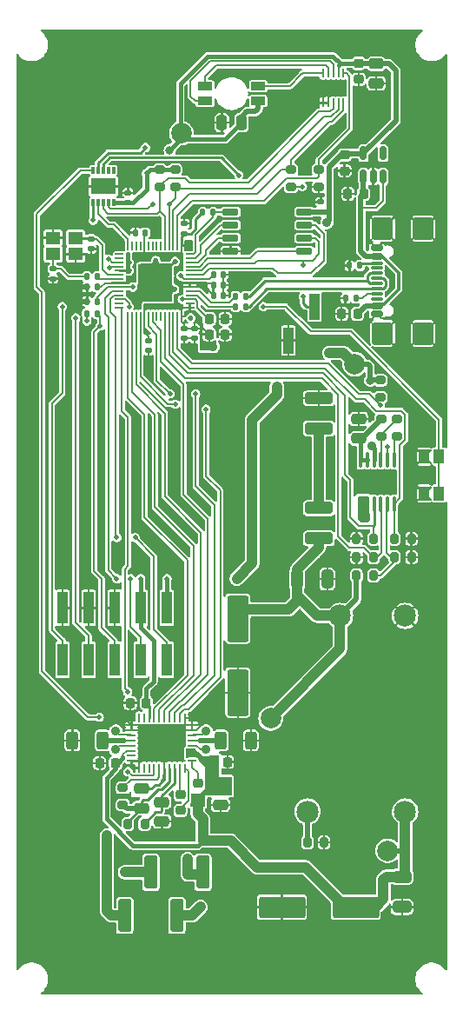
<source format=gbr>
%TF.GenerationSoftware,KiCad,Pcbnew,8.0.5*%
%TF.CreationDate,2024-09-27T18:29:33-04:00*%
%TF.ProjectId,oe-commutator-controller,6f652d63-6f6d-46d7-9574-61746f722d63,D*%
%TF.SameCoordinates,Original*%
%TF.FileFunction,Copper,L1,Top*%
%TF.FilePolarity,Positive*%
%FSLAX46Y46*%
G04 Gerber Fmt 4.6, Leading zero omitted, Abs format (unit mm)*
G04 Created by KiCad (PCBNEW 8.0.5) date 2024-09-27 18:29:33*
%MOMM*%
%LPD*%
G01*
G04 APERTURE LIST*
G04 Aperture macros list*
%AMRoundRect*
0 Rectangle with rounded corners*
0 $1 Rounding radius*
0 $2 $3 $4 $5 $6 $7 $8 $9 X,Y pos of 4 corners*
0 Add a 4 corners polygon primitive as box body*
4,1,4,$2,$3,$4,$5,$6,$7,$8,$9,$2,$3,0*
0 Add four circle primitives for the rounded corners*
1,1,$1+$1,$2,$3*
1,1,$1+$1,$4,$5*
1,1,$1+$1,$6,$7*
1,1,$1+$1,$8,$9*
0 Add four rect primitives between the rounded corners*
20,1,$1+$1,$2,$3,$4,$5,0*
20,1,$1+$1,$4,$5,$6,$7,0*
20,1,$1+$1,$6,$7,$8,$9,0*
20,1,$1+$1,$8,$9,$2,$3,0*%
G04 Aperture macros list end*
%TA.AperFunction,SMDPad,CuDef*%
%ADD10RoundRect,0.135000X-0.135000X-0.185000X0.135000X-0.185000X0.135000X0.185000X-0.135000X0.185000X0*%
%TD*%
%TA.AperFunction,SMDPad,CuDef*%
%ADD11R,1.000000X3.150000*%
%TD*%
%TA.AperFunction,SMDPad,CuDef*%
%ADD12RoundRect,0.225000X-0.250000X0.225000X-0.250000X-0.225000X0.250000X-0.225000X0.250000X0.225000X0*%
%TD*%
%TA.AperFunction,SMDPad,CuDef*%
%ADD13RoundRect,0.140000X-0.170000X0.140000X-0.170000X-0.140000X0.170000X-0.140000X0.170000X0.140000X0*%
%TD*%
%TA.AperFunction,SMDPad,CuDef*%
%ADD14RoundRect,0.140000X0.140000X0.170000X-0.140000X0.170000X-0.140000X-0.170000X0.140000X-0.170000X0*%
%TD*%
%TA.AperFunction,SMDPad,CuDef*%
%ADD15C,2.000000*%
%TD*%
%TA.AperFunction,SMDPad,CuDef*%
%ADD16RoundRect,0.200000X-0.275000X0.200000X-0.275000X-0.200000X0.275000X-0.200000X0.275000X0.200000X0*%
%TD*%
%TA.AperFunction,SMDPad,CuDef*%
%ADD17RoundRect,0.250000X-0.475000X0.250000X-0.475000X-0.250000X0.475000X-0.250000X0.475000X0.250000X0*%
%TD*%
%TA.AperFunction,SMDPad,CuDef*%
%ADD18RoundRect,0.200000X-0.200000X-0.275000X0.200000X-0.275000X0.200000X0.275000X-0.200000X0.275000X0*%
%TD*%
%TA.AperFunction,SMDPad,CuDef*%
%ADD19RoundRect,0.200000X0.275000X-0.200000X0.275000X0.200000X-0.275000X0.200000X-0.275000X-0.200000X0*%
%TD*%
%TA.AperFunction,SMDPad,CuDef*%
%ADD20RoundRect,0.140000X0.170000X-0.140000X0.170000X0.140000X-0.170000X0.140000X-0.170000X-0.140000X0*%
%TD*%
%TA.AperFunction,SMDPad,CuDef*%
%ADD21RoundRect,0.140000X-0.140000X-0.170000X0.140000X-0.170000X0.140000X0.170000X-0.140000X0.170000X0*%
%TD*%
%TA.AperFunction,SMDPad,CuDef*%
%ADD22RoundRect,0.250000X1.100000X-0.325000X1.100000X0.325000X-1.100000X0.325000X-1.100000X-0.325000X0*%
%TD*%
%TA.AperFunction,SMDPad,CuDef*%
%ADD23RoundRect,0.080000X-0.620000X-0.320000X0.620000X-0.320000X0.620000X0.320000X-0.620000X0.320000X0*%
%TD*%
%TA.AperFunction,SMDPad,CuDef*%
%ADD24RoundRect,0.250001X-0.799999X1.999999X-0.799999X-1.999999X0.799999X-1.999999X0.799999X1.999999X0*%
%TD*%
%TA.AperFunction,SMDPad,CuDef*%
%ADD25RoundRect,0.062500X-0.062500X0.362500X-0.062500X-0.362500X0.062500X-0.362500X0.062500X0.362500X0*%
%TD*%
%TA.AperFunction,SMDPad,CuDef*%
%ADD26RoundRect,0.062500X-0.362500X0.062500X-0.362500X-0.062500X0.362500X-0.062500X0.362500X0.062500X0*%
%TD*%
%TA.AperFunction,HeatsinkPad*%
%ADD27R,4.100000X3.600000*%
%TD*%
%TA.AperFunction,SMDPad,CuDef*%
%ADD28RoundRect,0.225000X-0.225000X-0.250000X0.225000X-0.250000X0.225000X0.250000X-0.225000X0.250000X0*%
%TD*%
%TA.AperFunction,SMDPad,CuDef*%
%ADD29RoundRect,0.250000X0.312500X0.625000X-0.312500X0.625000X-0.312500X-0.625000X0.312500X-0.625000X0*%
%TD*%
%TA.AperFunction,SMDPad,CuDef*%
%ADD30C,2.160000*%
%TD*%
%TA.AperFunction,SMDPad,CuDef*%
%ADD31RoundRect,0.250001X1.999999X0.799999X-1.999999X0.799999X-1.999999X-0.799999X1.999999X-0.799999X0*%
%TD*%
%TA.AperFunction,SMDPad,CuDef*%
%ADD32RoundRect,0.225000X0.225000X0.250000X-0.225000X0.250000X-0.225000X-0.250000X0.225000X-0.250000X0*%
%TD*%
%TA.AperFunction,SMDPad,CuDef*%
%ADD33RoundRect,0.250000X-0.325000X-0.650000X0.325000X-0.650000X0.325000X0.650000X-0.325000X0.650000X0*%
%TD*%
%TA.AperFunction,SMDPad,CuDef*%
%ADD34RoundRect,0.250000X0.475000X-0.250000X0.475000X0.250000X-0.475000X0.250000X-0.475000X-0.250000X0*%
%TD*%
%TA.AperFunction,SMDPad,CuDef*%
%ADD35RoundRect,0.200000X0.200000X0.275000X-0.200000X0.275000X-0.200000X-0.275000X0.200000X-0.275000X0*%
%TD*%
%TA.AperFunction,SMDPad,CuDef*%
%ADD36RoundRect,0.150000X0.150000X-0.512500X0.150000X0.512500X-0.150000X0.512500X-0.150000X-0.512500X0*%
%TD*%
%TA.AperFunction,SMDPad,CuDef*%
%ADD37RoundRect,0.050000X-0.050000X0.387500X-0.050000X-0.387500X0.050000X-0.387500X0.050000X0.387500X0*%
%TD*%
%TA.AperFunction,SMDPad,CuDef*%
%ADD38RoundRect,0.050000X-0.387500X0.050000X-0.387500X-0.050000X0.387500X-0.050000X0.387500X0.050000X0*%
%TD*%
%TA.AperFunction,HeatsinkPad*%
%ADD39R,3.200000X3.200000*%
%TD*%
%TA.AperFunction,SMDPad,CuDef*%
%ADD40RoundRect,0.150000X0.425000X-0.150000X0.425000X0.150000X-0.425000X0.150000X-0.425000X-0.150000X0*%
%TD*%
%TA.AperFunction,SMDPad,CuDef*%
%ADD41RoundRect,0.075000X0.500000X-0.075000X0.500000X0.075000X-0.500000X0.075000X-0.500000X-0.075000X0*%
%TD*%
%TA.AperFunction,SMDPad,CuDef*%
%ADD42RoundRect,0.250000X0.750000X-0.840000X0.750000X0.840000X-0.750000X0.840000X-0.750000X-0.840000X0*%
%TD*%
%TA.AperFunction,SMDPad,CuDef*%
%ADD43RoundRect,0.127000X0.508000X1.463000X-0.508000X1.463000X-0.508000X-1.463000X0.508000X-1.463000X0*%
%TD*%
%TA.AperFunction,SMDPad,CuDef*%
%ADD44RoundRect,0.250000X-0.312500X-0.625000X0.312500X-0.625000X0.312500X0.625000X-0.312500X0.625000X0*%
%TD*%
%TA.AperFunction,SMDPad,CuDef*%
%ADD45RoundRect,0.150000X-0.650000X-0.150000X0.650000X-0.150000X0.650000X0.150000X-0.650000X0.150000X0*%
%TD*%
%TA.AperFunction,HeatsinkPad*%
%ADD46R,2.380000X1.650000*%
%TD*%
%TA.AperFunction,SMDPad,CuDef*%
%ADD47R,0.300000X0.650000*%
%TD*%
%TA.AperFunction,SMDPad,CuDef*%
%ADD48R,2.480000X1.550000*%
%TD*%
%TA.AperFunction,SMDPad,CuDef*%
%ADD49RoundRect,0.250000X-0.650000X0.325000X-0.650000X-0.325000X0.650000X-0.325000X0.650000X0.325000X0*%
%TD*%
%TA.AperFunction,SMDPad,CuDef*%
%ADD50R,1.400000X1.200000*%
%TD*%
%TA.AperFunction,SMDPad,CuDef*%
%ADD51R,1.000000X2.510000*%
%TD*%
%TA.AperFunction,SMDPad,CuDef*%
%ADD52RoundRect,0.100000X0.100000X-0.625000X0.100000X0.625000X-0.100000X0.625000X-0.100000X-0.625000X0*%
%TD*%
%TA.AperFunction,HeatsinkPad*%
%ADD53R,2.850000X1.650000*%
%TD*%
%TA.AperFunction,SMDPad,CuDef*%
%ADD54RoundRect,0.135000X0.135000X0.185000X-0.135000X0.185000X-0.135000X-0.185000X0.135000X-0.185000X0*%
%TD*%
%TA.AperFunction,SMDPad,CuDef*%
%ADD55RoundRect,0.105000X-0.420000X0.595000X-0.420000X-0.595000X0.420000X-0.595000X0.420000X0.595000X0*%
%TD*%
%TA.AperFunction,SMDPad,CuDef*%
%ADD56RoundRect,0.250000X0.250000X0.475000X-0.250000X0.475000X-0.250000X-0.475000X0.250000X-0.475000X0*%
%TD*%
%TA.AperFunction,ViaPad*%
%ADD57C,0.500000*%
%TD*%
%TA.AperFunction,ViaPad*%
%ADD58C,0.800000*%
%TD*%
%TA.AperFunction,ViaPad*%
%ADD59C,0.900000*%
%TD*%
%TA.AperFunction,Conductor*%
%ADD60C,1.000000*%
%TD*%
%TA.AperFunction,Conductor*%
%ADD61C,0.200000*%
%TD*%
%TA.AperFunction,Conductor*%
%ADD62C,0.250000*%
%TD*%
%TA.AperFunction,Conductor*%
%ADD63C,0.500000*%
%TD*%
%TA.AperFunction,Conductor*%
%ADD64C,0.400000*%
%TD*%
%TA.AperFunction,Conductor*%
%ADD65C,0.300000*%
%TD*%
G04 APERTURE END LIST*
D10*
%TO.P,R4,1*%
%TO.N,Net-(U2-USB_DP)*%
X123890000Y-80500000D03*
%TO.P,R4,2*%
%TO.N,/MCU/D_{+}*%
X124910000Y-80500000D03*
%TD*%
D11*
%TO.P,J1,1,Pin_1*%
%TO.N,+3.3V*%
X117180000Y-110850000D03*
%TO.P,J1,2,Pin_2*%
%TO.N,Net-(J1-Pin_2)*%
X117180000Y-115900000D03*
%TO.P,J1,3,Pin_3*%
%TO.N,+3.3V*%
X114640000Y-110850000D03*
%TO.P,J1,4,Pin_4*%
%TO.N,Net-(J1-Pin_4)*%
X114640000Y-115900000D03*
%TO.P,J1,5,Pin_5*%
%TO.N,GND*%
X112100000Y-110850000D03*
%TO.P,J1,6,Pin_6*%
%TO.N,/MCU/~{RESET}*%
X112100000Y-115900000D03*
%TO.P,J1,7,Pin_7*%
%TO.N,GND*%
X109560000Y-110850000D03*
%TO.P,J1,8,Pin_8*%
%TO.N,/MCU/GPIO_{0}*%
X109560000Y-115900000D03*
%TO.P,J1,9,Pin_9*%
%TO.N,GND*%
X107020000Y-110850000D03*
%TO.P,J1,10,Pin_10*%
%TO.N,/MCU/GPIO_{1}*%
X107020000Y-115900000D03*
%TD*%
D12*
%TO.P,C39,1*%
%TO.N,+3.3V*%
X134500000Y-66725000D03*
%TO.P,C39,2*%
%TO.N,GND*%
X134500000Y-68275000D03*
%TD*%
D10*
%TO.P,R9,1*%
%TO.N,GND*%
X134990000Y-77500000D03*
%TO.P,R9,2*%
%TO.N,Net-(J2-CC2)*%
X136010000Y-77500000D03*
%TD*%
D13*
%TO.P,C15,1*%
%TO.N,Net-(C15-Pad1)*%
X106100000Y-77820000D03*
%TO.P,C15,2*%
%TO.N,GND*%
X106100000Y-78780000D03*
%TD*%
D14*
%TO.P,C6,1*%
%TO.N,+3.3V*%
X110380000Y-79600000D03*
%TO.P,C6,2*%
%TO.N,GND*%
X109420000Y-79600000D03*
%TD*%
D15*
%TO.P,TP4,1,1*%
%TO.N,+3.3V*%
X135500000Y-87100000D03*
%TD*%
D16*
%TO.P,R1,1*%
%TO.N,+3.3V*%
X116500000Y-68175000D03*
%TO.P,R1,2*%
%TO.N,/MCU/SCL*%
X116500000Y-69825000D03*
%TD*%
D17*
%TO.P,C30,1*%
%TO.N,GND*%
X114700000Y-128450000D03*
%TO.P,C30,2*%
%TO.N,/Motor Driver/TMC_{5V}*%
X114700000Y-130350000D03*
%TD*%
D18*
%TO.P,R11,1*%
%TO.N,+5V*%
X135675000Y-107700000D03*
%TO.P,R11,2*%
%TO.N,Net-(U6-FB)*%
X137325000Y-107700000D03*
%TD*%
D19*
%TO.P,R14,1*%
%TO.N,/MCU/LTC44_{~{PFO}}*%
X138000000Y-90325000D03*
%TO.P,R14,2*%
%TO.N,+3.3V*%
X138000000Y-88675000D03*
%TD*%
D16*
%TO.P,R24,1*%
%TO.N,/MCU/IS31_{EN}*%
X132000000Y-68175000D03*
%TO.P,R24,2*%
%TO.N,GND*%
X132000000Y-69825000D03*
%TD*%
D20*
%TO.P,C4,1*%
%TO.N,+3.3V*%
X118900000Y-74380000D03*
%TO.P,C4,2*%
%TO.N,GND*%
X118900000Y-73420000D03*
%TD*%
D16*
%TO.P,R13,1*%
%TO.N,Net-(U6-PFI)*%
X139600000Y-92475000D03*
%TO.P,R13,2*%
%TO.N,Net-(U6-PFI_RET)*%
X139600000Y-94125000D03*
%TD*%
D18*
%TO.P,R15,1*%
%TO.N,Net-(U6-FB)*%
X139375000Y-105900000D03*
%TO.P,R15,2*%
%TO.N,GND*%
X141025000Y-105900000D03*
%TD*%
D15*
%TO.P,TP1,1,1*%
%TO.N,+3.3V*%
X118600000Y-64600000D03*
%TD*%
D21*
%TO.P,C11,1*%
%TO.N,+3.3V*%
X121720000Y-79400000D03*
%TO.P,C11,2*%
%TO.N,GND*%
X122680000Y-79400000D03*
%TD*%
D14*
%TO.P,C5,1*%
%TO.N,+3.3V*%
X115080000Y-74300000D03*
%TO.P,C5,2*%
%TO.N,GND*%
X114120000Y-74300000D03*
%TD*%
D22*
%TO.P,C26,1*%
%TO.N,Net-(U6-VMID)*%
X132000000Y-93375000D03*
%TO.P,C26,2*%
%TO.N,GND*%
X132000000Y-90425000D03*
%TD*%
D13*
%TO.P,C9,1*%
%TO.N,+3.3V*%
X119900000Y-83620000D03*
%TO.P,C9,2*%
%TO.N,GND*%
X119900000Y-84580000D03*
%TD*%
%TO.P,C14,1*%
%TO.N,Net-(U2-XIN)*%
X109800000Y-74920000D03*
%TO.P,C14,2*%
%TO.N,GND*%
X109800000Y-75880000D03*
%TD*%
%TO.P,C8,1*%
%TO.N,+3.3V*%
X118900000Y-83620000D03*
%TO.P,C8,2*%
%TO.N,GND*%
X118900000Y-84580000D03*
%TD*%
D10*
%TO.P,R6,1*%
%TO.N,Net-(U2-USB_DM)*%
X123890000Y-81500000D03*
%TO.P,R6,2*%
%TO.N,/MCU/D_{-}*%
X124910000Y-81500000D03*
%TD*%
D23*
%TO.P,D1,1,RK*%
%TO.N,Net-(D1-RK)*%
X120900000Y-61475000D03*
%TO.P,D1,2,A*%
%TO.N,+3.3V*%
X126100000Y-61475000D03*
%TO.P,D1,3,BK*%
%TO.N,Net-(D1-BK)*%
X126100000Y-60025000D03*
%TO.P,D1,4,GK*%
%TO.N,Net-(D1-GK)*%
X120900000Y-60025000D03*
%TD*%
D17*
%TO.P,C29,1*%
%TO.N,Net-(U7-VCC)*%
X116700000Y-129750000D03*
%TO.P,C29,2*%
%TO.N,GND*%
X116700000Y-131650000D03*
%TD*%
D16*
%TO.P,R23,1*%
%TO.N,/MCU/IS31_{BM}*%
X129300000Y-68175000D03*
%TO.P,R23,2*%
%TO.N,+3.3V*%
X129300000Y-69825000D03*
%TD*%
%TO.P,R2,1*%
%TO.N,+3.3V*%
X118000000Y-68175000D03*
%TO.P,R2,2*%
%TO.N,/MCU/SDA*%
X118000000Y-69825000D03*
%TD*%
D24*
%TO.P,C21,1*%
%TO.N,+5V*%
X124100000Y-111900000D03*
%TO.P,C21,2*%
%TO.N,GND*%
X124100000Y-119100000D03*
%TD*%
D12*
%TO.P,C27,1*%
%TO.N,Net-(U7-VCP)*%
X120200000Y-127925000D03*
%TO.P,C27,2*%
%TO.N,+15V*%
X120200000Y-129475000D03*
%TD*%
D25*
%TO.P,U7,1,CLK*%
%TO.N,GND*%
X118950000Y-121550000D03*
%TO.P,U7,2,~{CS}_CFG3*%
%TO.N,/MCU/TMC_{~{CS}}*%
X118450000Y-121550000D03*
%TO.P,U7,3,SCK_CFG2*%
%TO.N,/MCU/SCLK*%
X117950000Y-121550000D03*
%TO.P,U7,4,SDI_CFG1*%
%TO.N,/MCU/MOSI*%
X117450000Y-121550000D03*
%TO.P,U7,5,SDO_CFG0*%
%TO.N,/MCU/MISO*%
X116950000Y-121550000D03*
%TO.P,U7,6,STEP*%
%TO.N,/MCU/TMC_{STEP}*%
X116450000Y-121550000D03*
%TO.P,U7,7,DIR*%
%TO.N,/MCU/TMC_{DIR}*%
X115950000Y-121550000D03*
%TO.P,U7,8,VCC_IO*%
%TO.N,+3.3V*%
X115450000Y-121550000D03*
%TO.P,U7,9,DNC*%
%TO.N,unconnected-(U7-DNC-Pad9)*%
X114950000Y-121550000D03*
%TO.P,U7,10,SPI_MODE*%
%TO.N,unconnected-(U7-SPI_MODE-Pad10)*%
X114450000Y-121550000D03*
D26*
%TO.P,U7,11,NC*%
%TO.N,GND*%
X113750000Y-122250000D03*
%TO.P,U7,12,GNDP*%
X113750000Y-122750000D03*
%TO.P,U7,13,OB1*%
%TO.N,/Motor Driver/OB1*%
X113750000Y-123250000D03*
%TO.P,U7,14,BRB*%
%TO.N,Net-(U7-BRB)*%
X113750000Y-123750000D03*
%TO.P,U7,15,OB2*%
%TO.N,/Motor Driver/OB2*%
X113750000Y-124250000D03*
%TO.P,U7,16,VS*%
%TO.N,+15V*%
X113750000Y-124750000D03*
%TO.P,U7,17,DCO*%
%TO.N,unconnected-(U7-DCO-Pad17)*%
X113750000Y-125250000D03*
%TO.P,U7,18,DCEN_CFG4*%
%TO.N,GND*%
X113750000Y-125750000D03*
D25*
%TO.P,U7,19,DCIN_CFG5*%
X114450000Y-126450000D03*
%TO.P,U7,20,DIAG0*%
%TO.N,unconnected-(U7-DIAG0-Pad20)*%
X114950000Y-126450000D03*
%TO.P,U7,21,DIAG1*%
%TO.N,unconnected-(U7-DIAG1-Pad21)*%
X115450000Y-126450000D03*
%TO.P,U7,22,~{DRV_EN}_CFG6*%
%TO.N,/MCU/TMC_{EN}*%
X115950000Y-126450000D03*
%TO.P,U7,23,AIN_IREF*%
%TO.N,Net-(U7-AIN_IREF)*%
X116450000Y-126450000D03*
%TO.P,U7,24,GNDA*%
%TO.N,GND*%
X116950000Y-126450000D03*
%TO.P,U7,25,5VOUT*%
%TO.N,/Motor Driver/TMC_{5V}*%
X117450000Y-126450000D03*
%TO.P,U7,26,VCC*%
%TO.N,Net-(U7-VCC)*%
X117950000Y-126450000D03*
%TO.P,U7,27,CPO*%
%TO.N,Net-(U7-CPO)*%
X118450000Y-126450000D03*
%TO.P,U7,28,CPI*%
%TO.N,Net-(U7-CPI)*%
X118950000Y-126450000D03*
D26*
%TO.P,U7,29,VCP*%
%TO.N,Net-(U7-VCP)*%
X119650000Y-125750000D03*
%TO.P,U7,30,VSA*%
%TO.N,+15V*%
X119650000Y-125250000D03*
%TO.P,U7,31,VS*%
X119650000Y-124750000D03*
%TO.P,U7,32,OA2*%
%TO.N,/Motor Driver/OA2*%
X119650000Y-124250000D03*
%TO.P,U7,33,BRA*%
%TO.N,Net-(U7-BRA)*%
X119650000Y-123750000D03*
%TO.P,U7,34,OA1*%
%TO.N,/Motor Driver/OA1*%
X119650000Y-123250000D03*
%TO.P,U7,35,GNDP*%
%TO.N,GND*%
X119650000Y-122750000D03*
%TO.P,U7,36,TST_MODE*%
X119650000Y-122250000D03*
D27*
%TO.P,U7,37,EP*%
X116700000Y-124000000D03*
%TD*%
D28*
%TO.P,C32,1*%
%TO.N,GND*%
X110637500Y-125950000D03*
%TO.P,C32,2*%
%TO.N,+15V*%
X112187500Y-125950000D03*
%TD*%
D29*
%TO.P,R20,1*%
%TO.N,Net-(U7-BRB)*%
X110912500Y-123750000D03*
%TO.P,R20,2*%
%TO.N,GND*%
X107987500Y-123750000D03*
%TD*%
D30*
%TO.P,U5,1,GND*%
%TO.N,GND*%
X140410000Y-111620000D03*
%TO.P,U5,2,VI*%
%TO.N,+5V*%
X134070000Y-111620000D03*
%TO.P,U5,3,ADJ*%
%TO.N,Net-(U5-ADJ)*%
X130890000Y-130680000D03*
%TO.P,U5,4,VO*%
%TO.N,+15V*%
X140410000Y-130680000D03*
%TD*%
D10*
%TO.P,R5,1*%
%TO.N,+3.3V*%
X120690000Y-72300000D03*
%TO.P,R5,2*%
%TO.N,/MCU/QSPI_{~{CS}}*%
X121710000Y-72300000D03*
%TD*%
D28*
%TO.P,C1,1*%
%TO.N,Net-(U2-VREG_VOUT)*%
X121325000Y-82700000D03*
%TO.P,C1,2*%
%TO.N,GND*%
X122875000Y-82700000D03*
%TD*%
D19*
%TO.P,R22,1*%
%TO.N,/Motor Driver/TMC_{5V}*%
X112900000Y-130025000D03*
%TO.P,R22,2*%
%TO.N,Net-(U7-AIN_IREF)*%
X112900000Y-128375000D03*
%TD*%
D31*
%TO.P,C24,1*%
%TO.N,+15V*%
X135600000Y-140000000D03*
%TO.P,C24,2*%
%TO.N,GND*%
X128400000Y-140000000D03*
%TD*%
D32*
%TO.P,C18,1*%
%TO.N,VBUS*%
X135775000Y-82200000D03*
%TO.P,C18,2*%
%TO.N,GND*%
X134225000Y-82200000D03*
%TD*%
D33*
%TO.P,C22,1*%
%TO.N,+5V*%
X129874999Y-108050000D03*
%TO.P,C22,2*%
%TO.N,GND*%
X132825001Y-108050000D03*
%TD*%
D32*
%TO.P,C31,1*%
%TO.N,GND*%
X123087500Y-125850000D03*
%TO.P,C31,2*%
%TO.N,+15V*%
X121537500Y-125850000D03*
%TD*%
D34*
%TO.P,C33,1*%
%TO.N,GND*%
X122412500Y-130025000D03*
%TO.P,C33,2*%
%TO.N,+15V*%
X122412500Y-128125000D03*
%TD*%
D32*
%TO.P,C28,1*%
%TO.N,+3.3V*%
X115175000Y-120100000D03*
%TO.P,C28,2*%
%TO.N,GND*%
X113625000Y-120100000D03*
%TD*%
D28*
%TO.P,C12,1*%
%TO.N,+3.3V*%
X121325000Y-84200000D03*
%TO.P,C12,2*%
%TO.N,GND*%
X122875000Y-84200000D03*
%TD*%
D21*
%TO.P,C3,1*%
%TO.N,Net-(U2-VREG_VOUT)*%
X121720000Y-78400000D03*
%TO.P,C3,2*%
%TO.N,GND*%
X122680000Y-78400000D03*
%TD*%
D35*
%TO.P,R19,1*%
%TO.N,Net-(U7-VCC)*%
X115025000Y-131900000D03*
%TO.P,R19,2*%
%TO.N,/Motor Driver/TMC_{5V}*%
X113375000Y-131900000D03*
%TD*%
D18*
%TO.P,R12,1*%
%TO.N,Net-(U5-ADJ)*%
X130875000Y-133700000D03*
%TO.P,R12,2*%
%TO.N,GND*%
X132525000Y-133700000D03*
%TD*%
D36*
%TO.P,U9,1,VIN*%
%TO.N,VBUS*%
X136350000Y-68837500D03*
%TO.P,U9,2,GND*%
%TO.N,GND*%
X137300000Y-68837500D03*
%TO.P,U9,3,EN*%
%TO.N,VBUS*%
X138250000Y-68837500D03*
%TO.P,U9,4,NC*%
%TO.N,unconnected-(U9-NC-Pad4)*%
X138250000Y-66562500D03*
%TO.P,U9,5,VOUT*%
%TO.N,+3.3V*%
X136350000Y-66562500D03*
%TD*%
D22*
%TO.P,C20,2*%
%TO.N,Net-(U6-VMID)*%
X132000000Y-101125000D03*
%TO.P,C20,1*%
%TO.N,+5V*%
X132000000Y-104075000D03*
%TD*%
D37*
%TO.P,U2,1,IOVDD*%
%TO.N,+3.3V*%
X118600000Y-75562500D03*
%TO.P,U2,2,GPIO0*%
%TO.N,/MCU/IS31_{EN}*%
X118200000Y-75562500D03*
%TO.P,U2,3,GPIO1*%
%TO.N,/MCU/IS31_{BM}*%
X117800000Y-75562500D03*
%TO.P,U2,4,GPIO2*%
%TO.N,/MCU/SDA*%
X117400000Y-75562500D03*
%TO.P,U2,5,GPIO3*%
%TO.N,/MCU/SCL*%
X117000000Y-75562500D03*
%TO.P,U2,6,GPIO4*%
%TO.N,unconnected-(U2-GPIO4-Pad6)*%
X116600000Y-75562500D03*
%TO.P,U2,7,GPIO5*%
%TO.N,unconnected-(U2-GPIO5-Pad7)*%
X116200000Y-75562500D03*
%TO.P,U2,8,GPIO6*%
%TO.N,unconnected-(U2-GPIO6-Pad8)*%
X115800000Y-75562500D03*
%TO.P,U2,9,GPIO7*%
%TO.N,unconnected-(U2-GPIO7-Pad9)*%
X115400000Y-75562500D03*
%TO.P,U2,10,IOVDD*%
%TO.N,+3.3V*%
X115000000Y-75562500D03*
%TO.P,U2,11,GPIO8*%
%TO.N,unconnected-(U2-GPIO8-Pad11)*%
X114600000Y-75562500D03*
%TO.P,U2,12,GPIO9*%
%TO.N,unconnected-(U2-GPIO9-Pad12)*%
X114200000Y-75562500D03*
%TO.P,U2,13,GPIO10*%
%TO.N,unconnected-(U2-GPIO10-Pad13)*%
X113800000Y-75562500D03*
%TO.P,U2,14,GPIO11*%
%TO.N,/MCU/ALERT#*%
X113400000Y-75562500D03*
D38*
%TO.P,U2,15,GPIO12*%
%TO.N,unconnected-(U2-GPIO12-Pad15)*%
X112562500Y-76400000D03*
%TO.P,U2,16,GPIO13*%
%TO.N,unconnected-(U2-GPIO13-Pad16)*%
X112562500Y-76800000D03*
%TO.P,U2,17,GPIO14*%
%TO.N,/MCU/GPIO_{1}*%
X112562500Y-77200000D03*
%TO.P,U2,18,GPIO15*%
%TO.N,/MCU/GPIO_{0}*%
X112562500Y-77600000D03*
%TO.P,U2,19,TESTEN*%
%TO.N,GND*%
X112562500Y-78000000D03*
%TO.P,U2,20,XIN*%
%TO.N,Net-(U2-XIN)*%
X112562500Y-78400000D03*
%TO.P,U2,21,XOUT*%
%TO.N,Net-(U2-XOUT)*%
X112562500Y-78800000D03*
%TO.P,U2,22,IOVDD*%
%TO.N,+3.3V*%
X112562500Y-79200000D03*
%TO.P,U2,23,DVDD*%
%TO.N,Net-(U2-VREG_VOUT)*%
X112562500Y-79600000D03*
%TO.P,U2,24,SWCLK*%
%TO.N,Net-(J1-Pin_4)*%
X112562500Y-80000000D03*
%TO.P,U2,25,SWD*%
%TO.N,Net-(J1-Pin_2)*%
X112562500Y-80400000D03*
%TO.P,U2,26,RUN*%
%TO.N,/MCU/~{RESET}*%
X112562500Y-80800000D03*
%TO.P,U2,27,GPIO16*%
%TO.N,unconnected-(U2-GPIO16-Pad27)*%
X112562500Y-81200000D03*
%TO.P,U2,28,GPIO17*%
%TO.N,/MCU/TMC_{EN}*%
X112562500Y-81600000D03*
D37*
%TO.P,U2,29,GPIO18*%
%TO.N,/MCU/TMC_{DIR}*%
X113400000Y-82437500D03*
%TO.P,U2,30,GPIO19*%
%TO.N,/MCU/TMC_{STEP}*%
X113800000Y-82437500D03*
%TO.P,U2,31,GPIO20*%
%TO.N,/MCU/MISO*%
X114200000Y-82437500D03*
%TO.P,U2,32,GPIO21*%
%TO.N,/MCU/TMC_{~{CS}}*%
X114600000Y-82437500D03*
%TO.P,U2,33,IOVDD*%
%TO.N,+3.3V*%
X115000000Y-82437500D03*
%TO.P,U2,34,GPIO22*%
%TO.N,/MCU/SCLK*%
X115400000Y-82437500D03*
%TO.P,U2,35,GPIO23*%
%TO.N,/MCU/MOSI*%
X115800000Y-82437500D03*
%TO.P,U2,36,GPIO24*%
%TO.N,unconnected-(U2-GPIO24-Pad36)*%
X116200000Y-82437500D03*
%TO.P,U2,37,GPIO25*%
%TO.N,unconnected-(U2-GPIO25-Pad37)*%
X116600000Y-82437500D03*
%TO.P,U2,38,GPIO26_ADC0*%
%TO.N,/MCU/LTC44_{SEL}*%
X117000000Y-82437500D03*
%TO.P,U2,39,GPIO27_ADC1*%
%TO.N,/MCU/LTC44_{CURR}*%
X117400000Y-82437500D03*
%TO.P,U2,40,GPIO28_ADC2*%
%TO.N,/MCU/LTC44_{EN}*%
X117800000Y-82437500D03*
%TO.P,U2,41,GPIO29_ADC3*%
%TO.N,/MCU/LTC44_{~{PFO}}*%
X118200000Y-82437500D03*
%TO.P,U2,42,IOVDD*%
%TO.N,+3.3V*%
X118600000Y-82437500D03*
D38*
%TO.P,U2,43,ADC_AVDD*%
X119437500Y-81600000D03*
%TO.P,U2,44,VREG_IN*%
X119437500Y-81200000D03*
%TO.P,U2,45,VREG_VOUT*%
%TO.N,Net-(U2-VREG_VOUT)*%
X119437500Y-80800000D03*
%TO.P,U2,46,USB_DM*%
%TO.N,Net-(U2-USB_DM)*%
X119437500Y-80400000D03*
%TO.P,U2,47,USB_DP*%
%TO.N,Net-(U2-USB_DP)*%
X119437500Y-80000000D03*
%TO.P,U2,48,USB_VDD*%
%TO.N,+3.3V*%
X119437500Y-79600000D03*
%TO.P,U2,49,IOVDD*%
X119437500Y-79200000D03*
%TO.P,U2,50,DVDD*%
%TO.N,Net-(U2-VREG_VOUT)*%
X119437500Y-78800000D03*
%TO.P,U2,51,QSPI_SD3*%
%TO.N,/MCU/QSPI_{D3}*%
X119437500Y-78400000D03*
%TO.P,U2,52,QSPI_SCLK*%
%TO.N,/MCU/QSPI_{CLK}*%
X119437500Y-78000000D03*
%TO.P,U2,53,QSPI_SD0*%
%TO.N,/MCU/QSPI_{D0}*%
X119437500Y-77600000D03*
%TO.P,U2,54,QSPI_SD2*%
%TO.N,/MCU/QSPI_{D2}*%
X119437500Y-77200000D03*
%TO.P,U2,55,QSPI_SD1*%
%TO.N,/MCU/QSPI_{D1}*%
X119437500Y-76800000D03*
%TO.P,U2,56,QSPI_SS*%
%TO.N,/MCU/QSPI_{~{CS}}*%
X119437500Y-76400000D03*
D39*
%TO.P,U2,57,GND*%
%TO.N,GND*%
X116000000Y-79000000D03*
%TD*%
D10*
%TO.P,R3,1*%
%TO.N,+3.3V*%
X109390000Y-82200000D03*
%TO.P,R3,2*%
%TO.N,/MCU/~{RESET}*%
X110410000Y-82200000D03*
%TD*%
D15*
%TO.P,TP2,1,1*%
%TO.N,+5V*%
X127300000Y-121600000D03*
%TD*%
D12*
%TO.P,C34,1*%
%TO.N,Net-(U7-CPO)*%
X118500000Y-129025000D03*
%TO.P,C34,2*%
%TO.N,Net-(U7-CPI)*%
X118500000Y-130575000D03*
%TD*%
D18*
%TO.P,R18,1*%
%TO.N,/MCU/LTC44_{EN}*%
X139375000Y-104100000D03*
%TO.P,R18,2*%
%TO.N,GND*%
X141025000Y-104100000D03*
%TD*%
D16*
%TO.P,R10,1*%
%TO.N,+3.3V*%
X138100000Y-92475000D03*
%TO.P,R10,2*%
%TO.N,Net-(U6-PFI)*%
X138100000Y-94125000D03*
%TD*%
D40*
%TO.P,J2,A1,GND*%
%TO.N,GND*%
X137645000Y-82200000D03*
%TO.P,J2,A4,VBUS*%
%TO.N,VBUS*%
X137645000Y-81400000D03*
D41*
%TO.P,J2,A5,CC1*%
%TO.N,Net-(J2-CC1)*%
X137645000Y-80250000D03*
%TO.P,J2,A6,D+*%
%TO.N,/MCU/D_{+}*%
X137645000Y-79250000D03*
%TO.P,J2,A7,D-*%
%TO.N,/MCU/D_{-}*%
X137645000Y-78750000D03*
%TO.P,J2,A8,SBU1*%
%TO.N,unconnected-(J2-SBU1-PadA8)*%
X137645000Y-77750000D03*
D40*
%TO.P,J2,A9,VBUS*%
%TO.N,VBUS*%
X137645000Y-76600000D03*
%TO.P,J2,A12,GND*%
%TO.N,GND*%
X137645000Y-75800000D03*
%TO.P,J2,B1,GND*%
X137645000Y-75800000D03*
%TO.P,J2,B4,VBUS*%
%TO.N,VBUS*%
X137645000Y-76600000D03*
D41*
%TO.P,J2,B5,CC2*%
%TO.N,Net-(J2-CC2)*%
X137645000Y-77250000D03*
%TO.P,J2,B6,D+*%
%TO.N,/MCU/D_{+}*%
X137645000Y-78250000D03*
%TO.P,J2,B7,D-*%
%TO.N,/MCU/D_{-}*%
X137645000Y-79750000D03*
%TO.P,J2,B8,SBU2*%
%TO.N,unconnected-(J2-SBU2-PadB8)*%
X137645000Y-80750000D03*
D40*
%TO.P,J2,B9,VBUS*%
%TO.N,VBUS*%
X137645000Y-81400000D03*
%TO.P,J2,B12,GND*%
%TO.N,GND*%
X137645000Y-82200000D03*
D42*
%TO.P,J2,S1,SHIELD*%
X138220000Y-84110000D03*
X142150000Y-84110000D03*
X138220000Y-73890000D03*
X142150000Y-73890000D03*
%TD*%
D43*
%TO.P,J3,1,Pin_1*%
%TO.N,/Motor Driver/OA2*%
X120710000Y-136600000D03*
%TO.P,J3,2,Pin_2*%
%TO.N,/Motor Driver/OA1*%
X118170000Y-140800000D03*
%TO.P,J3,3,Pin_3*%
%TO.N,/Motor Driver/OB1*%
X115630000Y-136600000D03*
%TO.P,J3,4,Pin_4*%
%TO.N,/Motor Driver/OB2*%
X113090000Y-140800000D03*
%TD*%
D44*
%TO.P,R21,1*%
%TO.N,Net-(U7-BRA)*%
X122450000Y-123750000D03*
%TO.P,R21,2*%
%TO.N,GND*%
X125375000Y-123750000D03*
%TD*%
D45*
%TO.P,U1,1,~{CS}*%
%TO.N,/MCU/QSPI_{~{CS}}*%
X123400000Y-72295000D03*
%TO.P,U1,2,DO(IO1)*%
%TO.N,/MCU/QSPI_{D1}*%
X123400000Y-73565000D03*
%TO.P,U1,3,IO2*%
%TO.N,/MCU/QSPI_{D2}*%
X123400000Y-74835000D03*
%TO.P,U1,4,GND*%
%TO.N,GND*%
X123400000Y-76105000D03*
%TO.P,U1,5,DI(IO0)*%
%TO.N,/MCU/QSPI_{D0}*%
X130600000Y-76105000D03*
%TO.P,U1,6,CLK*%
%TO.N,/MCU/QSPI_{CLK}*%
X130600000Y-74835000D03*
%TO.P,U1,7,IO3*%
%TO.N,/MCU/QSPI_{D3}*%
X130600000Y-73565000D03*
%TO.P,U1,8,VCC*%
%TO.N,+3.3V*%
X130600000Y-72295000D03*
%TD*%
D21*
%TO.P,C10,1*%
%TO.N,+3.3V*%
X121720000Y-80400000D03*
%TO.P,C10,2*%
%TO.N,GND*%
X122680000Y-80400000D03*
%TD*%
D13*
%TO.P,C7,1*%
%TO.N,+3.3V*%
X115400000Y-84820000D03*
%TO.P,C7,2*%
%TO.N,GND*%
X115400000Y-85780000D03*
%TD*%
D15*
%TO.P,TP3,1,1*%
%TO.N,+15V*%
X138700000Y-134500000D03*
%TD*%
D25*
%TO.P,U8,1,SDB*%
%TO.N,/MCU/IS31_{EN}*%
X134405000Y-58767500D03*
%TO.P,U8,2,VCC*%
%TO.N,+3.3V*%
X133905000Y-58767500D03*
%TO.P,U8,3,OUT1*%
%TO.N,Net-(D1-RK)*%
X133405000Y-58767500D03*
%TO.P,U8,4,OUT2*%
%TO.N,Net-(D1-GK)*%
X132905000Y-58767500D03*
%TO.P,U8,5,OUT3*%
%TO.N,Net-(D1-BK)*%
X132405000Y-58767500D03*
%TO.P,U8,6,GND*%
%TO.N,GND*%
X132405000Y-61667500D03*
%TO.P,U8,7,AD*%
X132905000Y-61667500D03*
%TO.P,U8,8,SCL*%
%TO.N,/MCU/SCL*%
X133405000Y-61667500D03*
%TO.P,U8,9,SDA*%
%TO.N,/MCU/SDA*%
X133905000Y-61667500D03*
%TO.P,U8,10,VBM*%
%TO.N,/MCU/IS31_{BM}*%
X134405000Y-61667500D03*
D46*
%TO.P,U8,11,GND*%
%TO.N,GND*%
X133405000Y-60217500D03*
%TD*%
D47*
%TO.P,U4,1,CS1*%
%TO.N,/Touch Sensors/CCW*%
X110000000Y-71337500D03*
%TO.P,U4,2,ALERT#*%
%TO.N,/MCU/ALERT#*%
X110500000Y-71337500D03*
%TO.P,U4,3,SMDATA*%
%TO.N,/MCU/SCL*%
X111000000Y-71337500D03*
%TO.P,U4,4,SMCLK*%
%TO.N,/MCU/SDA*%
X111500000Y-71337500D03*
%TO.P,U4,5,VDD*%
%TO.N,+3.3V*%
X112000000Y-71337500D03*
%TO.P,U4,6,CS6*%
%TO.N,unconnected-(U4-CS6-Pad6)*%
X112000000Y-68237500D03*
%TO.P,U4,7,CS5*%
%TO.N,unconnected-(U4-CS5-Pad7)*%
X111500000Y-68237500D03*
%TO.P,U4,8,CS4*%
%TO.N,/Touch Sensors/CW*%
X111000000Y-68237500D03*
%TO.P,U4,9,CS3*%
%TO.N,/Touch Sensors/MODE*%
X110500000Y-68237500D03*
%TO.P,U4,10,CS2*%
%TO.N,/Touch Sensors/STOP*%
X110000000Y-68237500D03*
D48*
%TO.P,U4,11,GND*%
%TO.N,GND*%
X111000000Y-69787500D03*
%TD*%
D14*
%TO.P,C2,1*%
%TO.N,Net-(U2-VREG_VOUT)*%
X110380000Y-81000000D03*
%TO.P,C2,2*%
%TO.N,GND*%
X109420000Y-81000000D03*
%TD*%
D32*
%TO.P,C38,1*%
%TO.N,VBUS*%
X136375000Y-70500000D03*
%TO.P,C38,2*%
%TO.N,GND*%
X134825000Y-70500000D03*
%TD*%
D49*
%TO.P,C23,1*%
%TO.N,+15V*%
X140100000Y-137025000D03*
%TO.P,C23,2*%
%TO.N,GND*%
X140100000Y-139975000D03*
%TD*%
D50*
%TO.P,Y1,1,1*%
%TO.N,Net-(C15-Pad1)*%
X106100000Y-76400000D03*
%TO.P,Y1,2,2*%
%TO.N,GND*%
X108300000Y-76400000D03*
%TO.P,Y1,3,3*%
%TO.N,Net-(U2-XIN)*%
X108300000Y-74800000D03*
%TO.P,Y1,4,4*%
%TO.N,GND*%
X106100000Y-74800000D03*
%TD*%
D51*
%TO.P,JP1,1,A*%
%TO.N,GND*%
X129030000Y-84800000D03*
%TO.P,JP1,2,B*%
%TO.N,/MCU/QSPI_{CLK}*%
X131570000Y-81490000D03*
%TD*%
D34*
%TO.P,C25,1*%
%TO.N,+3.3V*%
X135900000Y-94350000D03*
%TO.P,C25,2*%
%TO.N,GND*%
X135900000Y-92450000D03*
%TD*%
D18*
%TO.P,R16,1*%
%TO.N,GND*%
X135675000Y-104100000D03*
%TO.P,R16,2*%
%TO.N,/MCU/LTC44_{CURR}*%
X137325000Y-104100000D03*
%TD*%
D20*
%TO.P,C19,1*%
%TO.N,+3.3V*%
X113400000Y-71380000D03*
%TO.P,C19,2*%
%TO.N,GND*%
X113400000Y-70420000D03*
%TD*%
D52*
%TO.P,U6,1,VOUT*%
%TO.N,+5V*%
X136085000Y-100740000D03*
%TO.P,U6,2,VOUT*%
X136735000Y-100740000D03*
%TO.P,U6,3,PROG*%
%TO.N,/MCU/LTC44_{CURR}*%
X137385000Y-100740000D03*
%TO.P,U6,4,SEL*%
%TO.N,/MCU/LTC44_{SEL}*%
X138035000Y-100740000D03*
%TO.P,U6,5,FB*%
%TO.N,Net-(U6-FB)*%
X138685000Y-100740000D03*
%TO.P,U6,6,EN*%
%TO.N,/MCU/LTC44_{EN}*%
X139335000Y-100740000D03*
%TO.P,U6,7,PFI_RET*%
%TO.N,Net-(U6-PFI_RET)*%
X139335000Y-96440000D03*
%TO.P,U6,8,~{PFO}*%
%TO.N,/MCU/LTC44_{~{PFO}}*%
X138685000Y-96440000D03*
%TO.P,U6,9,PFI*%
%TO.N,Net-(U6-PFI)*%
X138035000Y-96440000D03*
%TO.P,U6,10,VMID*%
%TO.N,Net-(U6-VMID)*%
X137385000Y-96440000D03*
%TO.P,U6,11,VIN*%
%TO.N,+3.3V*%
X136735000Y-96440000D03*
%TO.P,U6,12,VIN*%
X136085000Y-96440000D03*
D53*
%TO.P,U6,13,GND*%
%TO.N,GND*%
X137710000Y-98590000D03*
%TD*%
D35*
%TO.P,R17,1*%
%TO.N,/MCU/LTC44_{SEL}*%
X137325000Y-105900000D03*
%TO.P,R17,2*%
%TO.N,GND*%
X135675000Y-105900000D03*
%TD*%
D10*
%TO.P,R8,1*%
%TO.N,GND*%
X134590000Y-80700000D03*
%TO.P,R8,2*%
%TO.N,Net-(J2-CC1)*%
X135610000Y-80700000D03*
%TD*%
D54*
%TO.P,R7,1*%
%TO.N,Net-(U2-XOUT)*%
X110410000Y-78600000D03*
%TO.P,R7,2*%
%TO.N,Net-(C15-Pad1)*%
X109390000Y-78600000D03*
%TD*%
D55*
%TO.P,SW1,1,1*%
%TO.N,GND*%
X142270000Y-96100000D03*
%TO.P,SW1,2,2*%
X142270000Y-99700000D03*
%TO.P,SW1,3,K*%
%TO.N,/MCU/~{RESET}*%
X143720000Y-99700000D03*
%TO.P,SW1,4,A*%
X143720000Y-96100000D03*
%TD*%
D20*
%TO.P,C13,1*%
%TO.N,+3.3V*%
X132200000Y-72280000D03*
%TO.P,C13,2*%
%TO.N,GND*%
X132200000Y-71320000D03*
%TD*%
D12*
%TO.P,C36,1*%
%TO.N,+3.3V*%
X135885000Y-57812500D03*
%TO.P,C36,2*%
%TO.N,GND*%
X135885000Y-59362500D03*
%TD*%
D17*
%TO.P,C37,1*%
%TO.N,+3.3V*%
X137595000Y-57857500D03*
%TO.P,C37,2*%
%TO.N,GND*%
X137595000Y-59757500D03*
%TD*%
D56*
%TO.P,C35,1*%
%TO.N,+3.3V*%
X124450000Y-63600000D03*
%TO.P,C35,2*%
%TO.N,GND*%
X122550000Y-63600000D03*
%TD*%
D57*
%TO.N,GND*%
X127466568Y-106232072D03*
X112800000Y-101200000D03*
X115000000Y-123250000D03*
X110800000Y-89100000D03*
X124400000Y-91500000D03*
X142263231Y-86157346D03*
X122200000Y-140600000D03*
X137700000Y-99000000D03*
X109300000Y-88800000D03*
X127700000Y-85500000D03*
X143400000Y-82400000D03*
X127100000Y-109100000D03*
X108000000Y-114000000D03*
X127350000Y-123350000D03*
X137300000Y-67500000D03*
X115900000Y-124750000D03*
X138500000Y-61100000D03*
X107500000Y-108500000D03*
X133900000Y-73700000D03*
X139000000Y-125600000D03*
X118400000Y-125500000D03*
X137400000Y-118600000D03*
X142200000Y-101000000D03*
X114100000Y-93800000D03*
X138200000Y-109600000D03*
X129425000Y-90475000D03*
X131000000Y-142000000D03*
X142700000Y-98300000D03*
X133000000Y-106500000D03*
X140600000Y-78700000D03*
X128600000Y-80600000D03*
X115000000Y-122500000D03*
X116100000Y-77000000D03*
X139300000Y-141400000D03*
X135300000Y-91100000D03*
X135800000Y-64900000D03*
X142000000Y-104100000D03*
X141200000Y-120100000D03*
X142528940Y-88775641D03*
X109000000Y-70500000D03*
X118000000Y-77100000D03*
X133200000Y-96000000D03*
X112500000Y-131600000D03*
X108200000Y-138200000D03*
X132000000Y-144800000D03*
X117800000Y-113300000D03*
X142500000Y-82300000D03*
X120000000Y-86000000D03*
X117500000Y-125500000D03*
X118000000Y-138200000D03*
X139100000Y-65000000D03*
X139700000Y-122500000D03*
X113400000Y-144800000D03*
X116700000Y-125500000D03*
X115000000Y-124000000D03*
X139800000Y-113800000D03*
X115800000Y-143000000D03*
X137200000Y-61100000D03*
X118100000Y-99300000D03*
X134200000Y-59800000D03*
X106000000Y-124500000D03*
X110900000Y-58700000D03*
X108000000Y-113000000D03*
X112000000Y-113000000D03*
X141100000Y-97600000D03*
X118400000Y-124000000D03*
X118500000Y-115500000D03*
X142100000Y-75500000D03*
X123750000Y-82350000D03*
X129100000Y-58700000D03*
X138200000Y-111000000D03*
X106000000Y-123000000D03*
X125400000Y-83300000D03*
X108670000Y-79600000D03*
X108100000Y-71700000D03*
X115900000Y-123250000D03*
X107300000Y-79100000D03*
X122100000Y-131200000D03*
X142000000Y-103200000D03*
X110700000Y-105500000D03*
X115400000Y-87000000D03*
X116700000Y-124750000D03*
X127100000Y-113400000D03*
X111000000Y-114000000D03*
X106000000Y-127000000D03*
X109700000Y-77000000D03*
X130500000Y-100100000D03*
X129900000Y-94700000D03*
X134200000Y-60600000D03*
X124700000Y-126700000D03*
X122700000Y-92500000D03*
X115000000Y-124750000D03*
X124500000Y-130000000D03*
X128400000Y-61200000D03*
X141000000Y-103000000D03*
X134500000Y-101500000D03*
X107000000Y-100600000D03*
X115900000Y-124000000D03*
X134300000Y-105300000D03*
X143000000Y-68400000D03*
X106400000Y-142800000D03*
X118400000Y-109100000D03*
X110250000Y-63900000D03*
X132500000Y-122900000D03*
X105958247Y-83978089D03*
X133400000Y-59800000D03*
X128000000Y-75000000D03*
X125198782Y-115626744D03*
X116693763Y-58550624D03*
X141800000Y-93100000D03*
X118000000Y-97800000D03*
X117958828Y-103918946D03*
X138600000Y-98150000D03*
X107000000Y-113000000D03*
X140400000Y-105000000D03*
X140200000Y-141400000D03*
X140900000Y-77000000D03*
X131550000Y-62000000D03*
X139000000Y-78400000D03*
X110000000Y-113000000D03*
X136800000Y-99000000D03*
X106000000Y-116000000D03*
X135600000Y-60500000D03*
X107100000Y-91600000D03*
X106700000Y-72800000D03*
X128600000Y-142300000D03*
X128300000Y-129800000D03*
X114200000Y-106200000D03*
X143400000Y-72200000D03*
X125000000Y-138800000D03*
X137600000Y-62100000D03*
X106800000Y-80000000D03*
X134200000Y-109100000D03*
X108670000Y-81000000D03*
X111450000Y-74050000D03*
X130400000Y-85700000D03*
X142000000Y-106000000D03*
X124500000Y-131000000D03*
X117500000Y-122500000D03*
X133200000Y-80600000D03*
X126000000Y-90200000D03*
X134300000Y-107900000D03*
X138600000Y-62100000D03*
X110400000Y-132300000D03*
X126100000Y-119400000D03*
X109000000Y-69750000D03*
X117250000Y-63150000D03*
X141800000Y-113000000D03*
X124500000Y-132000000D03*
X118600000Y-117000000D03*
X110600000Y-143200000D03*
X126000000Y-75200000D03*
X109550000Y-103050000D03*
X139600000Y-109800000D03*
X118400000Y-132400000D03*
X113450000Y-69350000D03*
X117500000Y-123250000D03*
X141150000Y-75500000D03*
X106600000Y-121000000D03*
X134500000Y-100500000D03*
X143000000Y-75500000D03*
X118400000Y-122500000D03*
X141000000Y-101000000D03*
X115900000Y-125500000D03*
X110100000Y-108500000D03*
X138600000Y-99000000D03*
X134800000Y-69300000D03*
X116400000Y-132700000D03*
X117700000Y-94300000D03*
X133200000Y-92200000D03*
X120924464Y-120988114D03*
X128000000Y-73000000D03*
X117500000Y-124750000D03*
X106000000Y-123750000D03*
X127750000Y-124500000D03*
X130900000Y-70900000D03*
X106100000Y-67200000D03*
X141600000Y-110200000D03*
X128300000Y-133900000D03*
X140800000Y-68200000D03*
X141600000Y-72200000D03*
X131500000Y-120100000D03*
X121300000Y-63000000D03*
X136800000Y-98150000D03*
X137700000Y-98150000D03*
X142000000Y-97600000D03*
X127021996Y-142211146D03*
X128000000Y-103100000D03*
X136471152Y-123865425D03*
X138000000Y-112600000D03*
X119500000Y-82600000D03*
X126000000Y-73000000D03*
X126700000Y-125500000D03*
X120000000Y-142000000D03*
X138100000Y-145000000D03*
X140000000Y-107000000D03*
X121800000Y-120400000D03*
X107500000Y-105000000D03*
X130400000Y-113900000D03*
X130200000Y-137900000D03*
X114250000Y-69700000D03*
X112750000Y-75300000D03*
X113500000Y-77200000D03*
X120700000Y-100800000D03*
X129500000Y-98000000D03*
X139700000Y-70300000D03*
X119500000Y-121250000D03*
X141000000Y-107000000D03*
X133500000Y-126700000D03*
X112500000Y-121000000D03*
X133100000Y-94800000D03*
X135200000Y-142800000D03*
X106000000Y-115000000D03*
X113400000Y-73300000D03*
X125600000Y-144600000D03*
X106000000Y-114000000D03*
X124394974Y-127673520D03*
X143200000Y-86200000D03*
X134500000Y-102500000D03*
X136300000Y-61000000D03*
X113700000Y-80600000D03*
X110400000Y-129000000D03*
X117200000Y-106100000D03*
X136100000Y-131500000D03*
X119138909Y-85361091D03*
X109200000Y-123000000D03*
X125200000Y-142400000D03*
X132600000Y-60600000D03*
X112100000Y-105200000D03*
X136100000Y-135200000D03*
X115800000Y-139600000D03*
X136050000Y-91200000D03*
X110800000Y-85600000D03*
X129700000Y-93400000D03*
X125300000Y-66900000D03*
X108200000Y-145000000D03*
X103865691Y-61992796D03*
X112516620Y-106422847D03*
X106000000Y-139800000D03*
X118400000Y-144800000D03*
X121400000Y-64000000D03*
X133800000Y-70100000D03*
X115900000Y-122500000D03*
X141400000Y-86300000D03*
X119200000Y-132600000D03*
X128100000Y-126600000D03*
X134300000Y-75700000D03*
X139800000Y-89800000D03*
X108400000Y-140800000D03*
X118400000Y-124750000D03*
X126900000Y-94300000D03*
X123750000Y-83400000D03*
X118400000Y-123250000D03*
X141000000Y-141400000D03*
X117500000Y-124000000D03*
X140700000Y-80900000D03*
X135900000Y-64000000D03*
X142000000Y-107000000D03*
X116200000Y-74200000D03*
X122400000Y-90400000D03*
X120600000Y-68200000D03*
X139100000Y-108200000D03*
X117400000Y-135200000D03*
X118400000Y-111300000D03*
X133400000Y-60600000D03*
X127500000Y-64200000D03*
X134600000Y-71600000D03*
X127000000Y-115800000D03*
X109000000Y-69000000D03*
X132600000Y-59800000D03*
X113500000Y-78000000D03*
X134400000Y-106500000D03*
X115000000Y-125500000D03*
X123800000Y-101300000D03*
X128200000Y-82900000D03*
X114200000Y-100600000D03*
X108200000Y-73200000D03*
X128122482Y-137995081D03*
X142500000Y-72200000D03*
X105900000Y-80000000D03*
X114500000Y-73300000D03*
X123750000Y-84550000D03*
X116700000Y-123250000D03*
X115400000Y-88000000D03*
X109550000Y-93050000D03*
X106400000Y-136600000D03*
X115900000Y-73200000D03*
X142000000Y-105000000D03*
X124400000Y-125800000D03*
X120600000Y-63500000D03*
X118433313Y-102478546D03*
X139200000Y-79500000D03*
X117200000Y-88700000D03*
X107900000Y-77600000D03*
X113600000Y-135000000D03*
X111600000Y-108500000D03*
X106000000Y-132200000D03*
X132500000Y-65000000D03*
X137700000Y-63400000D03*
X141000000Y-113800000D03*
X141000000Y-109600000D03*
X110400000Y-127200000D03*
X126100000Y-118400000D03*
X140800000Y-66400000D03*
X141700000Y-82300000D03*
X126000000Y-120500000D03*
X127300000Y-98700000D03*
X125400000Y-125100000D03*
X119300000Y-131500000D03*
X142600000Y-94600000D03*
X117950000Y-79800000D03*
X132000000Y-66000000D03*
X137300000Y-71300000D03*
X122100000Y-132100000D03*
X112100000Y-74575000D03*
X116700000Y-122500000D03*
X106600000Y-108500000D03*
X141000000Y-99700000D03*
X127400000Y-59050000D03*
X125000000Y-79000000D03*
X108800000Y-77700000D03*
X109000000Y-108500000D03*
X137700000Y-70100000D03*
X126000000Y-74200000D03*
X122000000Y-144800000D03*
X125100000Y-140800000D03*
X117361082Y-132896248D03*
X138800000Y-113400000D03*
X116700000Y-124000000D03*
D58*
%TO.N,+5V*%
X131437500Y-105537500D03*
X136400000Y-102100000D03*
D57*
%TO.N,+3.3V*%
X130400000Y-69800000D03*
X113600000Y-78900000D03*
D59*
X133000000Y-86000000D03*
D57*
X124000000Y-108000000D03*
X136837500Y-93737500D03*
D58*
X137000000Y-88700000D03*
D59*
X127900000Y-89300000D03*
D57*
X133000000Y-69600000D03*
X114640000Y-108000000D03*
D58*
X117475000Y-66250000D03*
D59*
X132800000Y-73300000D03*
D57*
X115200000Y-68525000D03*
X137300000Y-93100000D03*
X117200000Y-108000000D03*
X109400000Y-82900000D03*
D59*
X121700000Y-85400000D03*
D57*
%TO.N,Net-(U2-VREG_VOUT)*%
X113874998Y-79600000D03*
X118550000Y-78500000D03*
X118690420Y-80798823D03*
D59*
%TO.N,Net-(U6-VMID)*%
X132000000Y-98850000D03*
X137148833Y-95058568D03*
D57*
%TO.N,Net-(J1-Pin_2)*%
X112300000Y-104000000D03*
X114100000Y-104000000D03*
%TO.N,/MCU/GPIO_{1}*%
X111500000Y-76900000D03*
X107000000Y-81500000D03*
%TO.N,/MCU/GPIO_{0}*%
X111600000Y-77700000D03*
X108300000Y-82600000D03*
%TO.N,Net-(J1-Pin_4)*%
X113659999Y-108000000D03*
X112300000Y-108000000D03*
%TO.N,/MCU/~{RESET}*%
X113500000Y-81500000D03*
X126600000Y-81500000D03*
X110700000Y-83400000D03*
%TO.N,/MCU/QSPI_{CLK}*%
X130500000Y-77500000D03*
X130500000Y-80500000D03*
%TO.N,/MCU/SDA*%
X117400000Y-71500000D03*
X115800000Y-71500000D03*
%TO.N,/MCU/LTC44_{~{PFO}}*%
X138685000Y-95115000D03*
X138000000Y-91100000D03*
%TO.N,/Touch Sensors/CCW*%
X110000000Y-73100000D03*
%TO.N,/Touch Sensors/MODE*%
X115100000Y-66000000D03*
%TO.N,/Touch Sensors/CW*%
X124200000Y-68700000D03*
%TO.N,/Touch Sensors/STOP*%
X110600000Y-121500000D03*
%TO.N,/MCU/TMC_{~{CS}}*%
X118000000Y-91000000D03*
X121000000Y-91500000D03*
%TO.N,/MCU/SCLK*%
X117500000Y-90000000D03*
X120000000Y-90000000D03*
%TO.N,/MCU/TMC_{EN}*%
X113369999Y-119000000D03*
X113400000Y-126800000D03*
D59*
%TO.N,/Motor Driver/OA1*%
X119650000Y-140800000D03*
X120475000Y-139975000D03*
X121000250Y-122850000D03*
%TO.N,/Motor Driver/OB1*%
X113100000Y-136600000D03*
X114100000Y-136600000D03*
X112212500Y-122850500D03*
%TO.N,/Motor Driver/OA2*%
X119200000Y-136800000D03*
X119200000Y-135300000D03*
X121000000Y-124649500D03*
%TO.N,/Motor Driver/OB2*%
X112200000Y-124650000D03*
X111350000Y-133000000D03*
X111350000Y-134252944D03*
%TD*%
D60*
%TO.N,+5V*%
X132000000Y-104975000D02*
X132000000Y-104075000D01*
X131437500Y-105537500D02*
X132000000Y-104975000D01*
D61*
%TO.N,/MCU/LTC44_{SEL}*%
X117000000Y-86500000D02*
X117000000Y-82537500D01*
X132300000Y-88500000D02*
X119000000Y-88500000D01*
X133900000Y-103900000D02*
X133900000Y-90100000D01*
X119000000Y-88500000D02*
X117000000Y-86500000D01*
X135000000Y-105000000D02*
X133900000Y-103900000D01*
X136425000Y-105000000D02*
X135000000Y-105000000D01*
X133900000Y-90100000D02*
X132300000Y-88500000D01*
X137325000Y-105900000D02*
X136425000Y-105000000D01*
%TO.N,/MCU/LTC44_{CURR}*%
X135900000Y-102900000D02*
X137300000Y-102900000D01*
X134550000Y-97850000D02*
X135050000Y-98350000D01*
X135050000Y-102050000D02*
X135900000Y-102900000D01*
X134550000Y-90150000D02*
X134550000Y-97850000D01*
X132400000Y-88000000D02*
X134550000Y-90150000D01*
X119200000Y-88000000D02*
X132400000Y-88000000D01*
X117400000Y-86200000D02*
X119200000Y-88000000D01*
X135050000Y-98350000D02*
X135050000Y-102050000D01*
X117400000Y-82537500D02*
X117400000Y-86200000D01*
%TO.N,/MCU/LTC44_{EN}*%
X139900000Y-95012648D02*
X139900000Y-100175000D01*
X140400000Y-92000000D02*
X140400000Y-94512648D01*
X140050000Y-91650000D02*
X140400000Y-92000000D01*
X140400000Y-94512648D02*
X139900000Y-95012648D01*
X136477818Y-90500000D02*
X137627818Y-91650000D01*
X135600000Y-90500000D02*
X136477818Y-90500000D01*
X119400000Y-87500000D02*
X132600000Y-87500000D01*
X137627818Y-91650000D02*
X140050000Y-91650000D01*
X117800000Y-85900000D02*
X119400000Y-87500000D01*
X132600000Y-87500000D02*
X135600000Y-90500000D01*
X139900000Y-100175000D02*
X139335000Y-100740000D01*
X117800000Y-82537500D02*
X117800000Y-85900000D01*
%TO.N,/MCU/LTC44_{~{PFO}}*%
X135900000Y-90000000D02*
X136900000Y-90000000D01*
X132900000Y-87000000D02*
X135900000Y-90000000D01*
X119600000Y-87000000D02*
X132900000Y-87000000D01*
X136900000Y-90000000D02*
X138000000Y-91100000D01*
X118200000Y-82537500D02*
X118200000Y-85600000D01*
X118200000Y-85600000D02*
X119600000Y-87000000D01*
D60*
%TO.N,+3.3V*%
X125500000Y-92500000D02*
X125500000Y-106500000D01*
X127900000Y-89300000D02*
X127900000Y-90100000D01*
X125500000Y-106500000D02*
X124000000Y-108000000D01*
X127900000Y-90100000D02*
X125500000Y-92500000D01*
%TO.N,Net-(U6-VMID)*%
X132000000Y-98850000D02*
X132000000Y-93875000D01*
X132000000Y-98850000D02*
X132000000Y-101125000D01*
%TO.N,+5V*%
X129875000Y-107100000D02*
X129875000Y-107225000D01*
X131437500Y-105537500D02*
X129875000Y-107100000D01*
D61*
%TO.N,GND*%
X114775000Y-78700000D02*
X114775000Y-78875000D01*
X117950000Y-122750000D02*
X117950000Y-122800000D01*
D62*
X116406497Y-128050000D02*
X116950000Y-127506498D01*
X114700000Y-128450000D02*
X115650000Y-128450000D01*
D63*
X109455000Y-79600000D02*
X108685000Y-79600000D01*
D62*
X116950000Y-126450000D02*
X116950000Y-127000000D01*
D61*
X118825000Y-122250000D02*
X118812500Y-122262500D01*
X114380000Y-125780000D02*
X114350000Y-125750000D01*
X117950000Y-122800000D02*
X118400000Y-123250000D01*
D63*
X109440000Y-81000000D02*
X108670000Y-81000000D01*
D61*
X114740000Y-125500000D02*
X114460000Y-125780000D01*
X115000000Y-125500000D02*
X114740000Y-125500000D01*
X137645000Y-82200000D02*
X137700000Y-82200000D01*
X119650000Y-122250000D02*
X118825000Y-122250000D01*
X118950000Y-122125000D02*
X118812500Y-122262500D01*
X112500000Y-121000000D02*
X113750000Y-122250000D01*
X119650000Y-122750000D02*
X120020000Y-122750000D01*
X137700000Y-82200000D02*
X138100000Y-82600000D01*
X114460000Y-125780000D02*
X114380000Y-125780000D01*
X114450000Y-126450000D02*
X114450000Y-126012348D01*
X114450000Y-126012348D02*
X116462348Y-124000000D01*
X116700000Y-124000000D02*
X116500000Y-124000000D01*
X132905000Y-60910000D02*
X133405000Y-60410000D01*
X138145000Y-75300000D02*
X138400000Y-75300000D01*
X132905000Y-61667500D02*
X132905000Y-60717500D01*
X114775000Y-78875000D02*
X115400000Y-79500000D01*
D62*
X116050000Y-128050000D02*
X116406497Y-128050000D01*
D61*
X137645000Y-75800000D02*
X138145000Y-75300000D01*
X116950000Y-126450000D02*
X116950000Y-124250000D01*
X120924464Y-121845536D02*
X120924464Y-120988114D01*
X116500000Y-124000000D02*
X115000000Y-125500000D01*
X119650000Y-122750000D02*
X117950000Y-122750000D01*
X113750000Y-122750000D02*
X113750000Y-122250000D01*
D62*
X116950000Y-127000000D02*
X116950000Y-127506498D01*
D61*
X118575000Y-122500000D02*
X118400000Y-122500000D01*
X115450000Y-122750000D02*
X116700000Y-124000000D01*
X118950000Y-121550000D02*
X118950000Y-122125000D01*
X132405000Y-61667500D02*
X132405000Y-60802500D01*
X138100000Y-82600000D02*
X138700000Y-82600000D01*
X114350000Y-125750000D02*
X113750000Y-125750000D01*
D62*
X115650000Y-128450000D02*
X116050000Y-128050000D01*
D61*
X118812500Y-122262500D02*
X118575000Y-122500000D01*
X132405000Y-60995000D02*
X132600000Y-60800000D01*
X113750000Y-122750000D02*
X115450000Y-122750000D01*
X116462348Y-124000000D02*
X116700000Y-124000000D01*
X116950000Y-124250000D02*
X116700000Y-124000000D01*
X120020000Y-122750000D02*
X120924464Y-121845536D01*
D60*
%TO.N,+5V*%
X129875000Y-109625000D02*
X129875000Y-109550000D01*
D63*
X135675000Y-107700000D02*
X135675000Y-110015000D01*
D60*
X134070000Y-114830000D02*
X134070000Y-111620000D01*
D62*
X136085000Y-101785000D02*
X136085000Y-100740000D01*
D60*
X131870000Y-111620000D02*
X129875000Y-109625000D01*
X129875000Y-109550000D02*
X129875000Y-110175000D01*
X129875000Y-110175000D02*
X129050000Y-111000000D01*
D62*
X136735000Y-101765000D02*
X136735000Y-100740000D01*
D60*
X133870000Y-111620000D02*
X131870000Y-111620000D01*
X124100000Y-111000000D02*
X129050000Y-111000000D01*
X127300000Y-121600000D02*
X134070000Y-114830000D01*
D62*
X136400000Y-102100000D02*
X136735000Y-101765000D01*
X136400000Y-102100000D02*
X136085000Y-101785000D01*
D60*
X129875000Y-109550000D02*
X129875000Y-108050000D01*
D63*
X135675000Y-110015000D02*
X134070000Y-111620000D01*
D60*
%TO.N,+15V*%
X120700000Y-133518750D02*
X120700000Y-131400000D01*
D64*
X120793750Y-133425000D02*
X122037500Y-133425000D01*
D60*
X138300000Y-137300000D02*
X138575000Y-137025000D01*
X122131250Y-133518750D02*
X123418750Y-133518750D01*
X123418750Y-133518750D02*
X126000000Y-136100000D01*
X122131250Y-133518750D02*
X120700000Y-133518750D01*
D64*
X120218750Y-134000000D02*
X120700000Y-133518750D01*
D60*
X130700000Y-136100000D02*
X134600000Y-140000000D01*
D64*
X120700000Y-133518750D02*
X120793750Y-133425000D01*
D60*
X126000000Y-136100000D02*
X130700000Y-136100000D01*
X140410000Y-130680000D02*
X140410000Y-134600000D01*
X135600000Y-140000000D02*
X137500000Y-140000000D01*
D64*
X112400000Y-125950000D02*
X112187500Y-125950000D01*
D60*
X137500000Y-140000000D02*
X138300000Y-139200000D01*
D64*
X113900000Y-134000000D02*
X120218750Y-134000000D01*
D61*
X113750000Y-124750000D02*
X113312348Y-124750000D01*
D63*
X138700000Y-134500000D02*
X140310000Y-134500000D01*
D64*
X122037500Y-133425000D02*
X122131250Y-133518750D01*
D61*
X113312348Y-124750000D02*
X112900000Y-125162348D01*
D64*
X112187500Y-126512500D02*
X111300000Y-127400000D01*
X112900000Y-125450000D02*
X112400000Y-125950000D01*
X111300000Y-127400000D02*
X111300000Y-131400000D01*
D60*
X120200000Y-130900000D02*
X120200000Y-129475000D01*
D64*
X112187500Y-125950000D02*
X112187500Y-126512500D01*
D60*
X120700000Y-131400000D02*
X120200000Y-130900000D01*
D62*
X140310000Y-134500000D02*
X140410000Y-134600000D01*
D64*
X112900000Y-125350000D02*
X112900000Y-125450000D01*
D61*
X112900000Y-125162348D02*
X112900000Y-125350000D01*
D60*
X138300000Y-139200000D02*
X138300000Y-137300000D01*
X134600000Y-140000000D02*
X135600000Y-140000000D01*
X138575000Y-137025000D02*
X140100000Y-137025000D01*
X140410000Y-134600000D02*
X140410000Y-136490000D01*
D64*
X111300000Y-131400000D02*
X113900000Y-134000000D01*
D61*
%TO.N,+3.3V*%
X121720000Y-80400000D02*
X120920000Y-79600000D01*
X120920000Y-79600000D02*
X119437500Y-79600000D01*
D63*
X132980000Y-72280000D02*
X133000000Y-72300000D01*
D62*
X120000000Y-72990000D02*
X120000000Y-73898959D01*
D63*
X137000000Y-87300000D02*
X136800000Y-87100000D01*
X139500000Y-58500000D02*
X139500000Y-63412500D01*
D64*
X134087500Y-57812500D02*
X135812500Y-57812500D01*
D62*
X118625000Y-75562500D02*
X118625000Y-74655000D01*
D63*
X133000000Y-73100000D02*
X133000000Y-72300000D01*
D64*
X115200000Y-70060000D02*
X113880000Y-71380000D01*
X122850000Y-65200000D02*
X124450000Y-63600000D01*
D61*
X118900000Y-83620000D02*
X119900000Y-83620000D01*
D64*
X118500000Y-59792894D02*
X118500000Y-64650000D01*
D63*
X137000000Y-88700000D02*
X137000000Y-87300000D01*
D64*
X114640000Y-110850000D02*
X114640000Y-112730001D01*
D61*
X119500000Y-81200000D02*
X119437500Y-81200000D01*
D60*
X133000000Y-86000000D02*
X134400000Y-86000000D01*
D61*
X115400000Y-84400000D02*
X115400000Y-84820000D01*
D63*
X137000000Y-88700000D02*
X137025000Y-88675000D01*
X132200000Y-72280000D02*
X132980000Y-72280000D01*
D62*
X137550000Y-58005000D02*
X137595000Y-58050000D01*
D61*
X120645000Y-83620000D02*
X119900000Y-83620000D01*
D63*
X136225000Y-94350000D02*
X135900000Y-94350000D01*
D61*
X130375000Y-69825000D02*
X130400000Y-69800000D01*
D63*
X134175000Y-66725000D02*
X134500000Y-66725000D01*
D61*
X115000000Y-74380000D02*
X115080000Y-74300000D01*
D63*
X134625000Y-66600000D02*
X136312500Y-66600000D01*
D61*
X129300000Y-69825000D02*
X130375000Y-69825000D01*
D64*
X119050000Y-65200000D02*
X122850000Y-65200000D01*
X118500000Y-65225000D02*
X118500000Y-64650000D01*
D61*
X115000000Y-82437500D02*
X115000000Y-84000000D01*
D63*
X130600000Y-72295000D02*
X132220000Y-72295000D01*
D64*
X115550000Y-68175000D02*
X116500000Y-68175000D01*
D63*
X124450000Y-64050000D02*
X124450000Y-63050000D01*
D64*
X117475000Y-66250000D02*
X118500000Y-65225000D01*
D62*
X120690000Y-72300000D02*
X120000000Y-72990000D01*
D64*
X121192894Y-57100000D02*
X118500000Y-59792894D01*
D61*
X136075000Y-94350000D02*
X135900000Y-94350000D01*
X120745000Y-83620000D02*
X120500000Y-83620000D01*
D64*
X134087500Y-57812500D02*
X133375000Y-57100000D01*
D63*
X137402500Y-57857500D02*
X136122500Y-57857500D01*
D61*
X119537500Y-79200000D02*
X121520000Y-79200000D01*
D63*
X125800000Y-62500000D02*
X126100000Y-62200000D01*
D64*
X115909999Y-114000000D02*
X115909999Y-118000000D01*
X114640000Y-112730001D02*
X115909999Y-114000000D01*
D63*
X136122500Y-57857500D02*
X136080000Y-57900000D01*
D64*
X117180000Y-110850000D02*
X117180000Y-108020000D01*
X133000000Y-73100000D02*
X132800000Y-73300000D01*
D63*
X137787500Y-57857500D02*
X138857500Y-57857500D01*
X133000000Y-67900000D02*
X134175000Y-66725000D01*
D64*
X118500000Y-64650000D02*
X119050000Y-65200000D01*
D61*
X118900000Y-83250000D02*
X118600000Y-82950000D01*
X121325000Y-84200000D02*
X120745000Y-83620000D01*
D64*
X136085000Y-96440000D02*
X136085000Y-94535000D01*
D61*
X121520000Y-79200000D02*
X121720000Y-79400000D01*
D64*
X113880000Y-71380000D02*
X113400000Y-71380000D01*
D63*
X137595000Y-58050000D02*
X137787500Y-57857500D01*
D60*
X134400000Y-86000000D02*
X135500000Y-87100000D01*
D62*
X119945000Y-83620000D02*
X119900000Y-83620000D01*
X115450000Y-120375000D02*
X115175000Y-120100000D01*
D64*
X113400000Y-71380000D02*
X112092500Y-71380000D01*
D61*
X118900000Y-83620000D02*
X118900000Y-83250000D01*
D63*
X137025000Y-88675000D02*
X138000000Y-88675000D01*
D64*
X117180000Y-108020000D02*
X117200000Y-108000000D01*
X115200000Y-68525000D02*
X115200000Y-70060000D01*
D62*
X119518959Y-74380000D02*
X118900000Y-74380000D01*
D63*
X133000000Y-72300000D02*
X133000000Y-67900000D01*
X134500000Y-66725000D02*
X134625000Y-66600000D01*
D61*
X110750000Y-79600000D02*
X110380000Y-79600000D01*
D64*
X136735000Y-96440000D02*
X136085000Y-96440000D01*
X133905000Y-57995000D02*
X134087500Y-57812500D01*
D63*
X136800000Y-87100000D02*
X135800000Y-87100000D01*
X136350000Y-66562500D02*
X139500000Y-63412500D01*
D61*
X115000000Y-84000000D02*
X115400000Y-84400000D01*
D63*
X137595000Y-58050000D02*
X137402500Y-57857500D01*
D61*
X112562500Y-79200000D02*
X111150000Y-79200000D01*
X118600000Y-82950000D02*
X118600000Y-82437500D01*
X109390000Y-82200000D02*
X109390000Y-82890000D01*
D64*
X116500000Y-68175000D02*
X118000000Y-68175000D01*
D61*
X109390000Y-82890000D02*
X109400000Y-82900000D01*
D64*
X114640000Y-110850000D02*
X114640000Y-108000000D01*
D63*
X124450000Y-63050000D02*
X125000000Y-62500000D01*
D62*
X117200000Y-110810000D02*
X117200000Y-108000000D01*
D64*
X115909999Y-118000000D02*
X115175000Y-118734999D01*
D61*
X133905000Y-58960000D02*
X133905000Y-57995000D01*
D64*
X135812500Y-57812500D02*
X136005000Y-58005000D01*
X136085000Y-94535000D02*
X135900000Y-94350000D01*
X115175000Y-118734999D02*
X115175000Y-120100000D01*
X133375000Y-57100000D02*
X121192894Y-57100000D01*
D63*
X125000000Y-62500000D02*
X125800000Y-62500000D01*
X136312500Y-66600000D02*
X136350000Y-66562500D01*
D62*
X115450000Y-121550000D02*
X115450000Y-120375000D01*
D63*
X138100000Y-92475000D02*
X136225000Y-94350000D01*
D61*
X111150000Y-79200000D02*
X110750000Y-79600000D01*
D62*
X135930000Y-58050000D02*
X135885000Y-58005000D01*
X120000000Y-73898959D02*
X119518959Y-74380000D01*
D63*
X138857500Y-57857500D02*
X139500000Y-58500000D01*
D64*
X115200000Y-68525000D02*
X115550000Y-68175000D01*
D61*
X118820000Y-83700000D02*
X118900000Y-83620000D01*
D63*
X126100000Y-62200000D02*
X126100000Y-61475000D01*
D61*
X115000000Y-75562500D02*
X115000000Y-74380000D01*
D62*
X118625000Y-74655000D02*
X118900000Y-74380000D01*
D61*
%TO.N,Net-(D1-RK)*%
X121400000Y-57600000D02*
X133100000Y-57600000D01*
X133405000Y-57905000D02*
X133405000Y-58960000D01*
X133100000Y-57600000D02*
X133405000Y-57905000D01*
X119500000Y-59500000D02*
X121400000Y-57600000D01*
X119975000Y-61475000D02*
X119500000Y-61000000D01*
X119500000Y-61000000D02*
X119500000Y-59500000D01*
X120900000Y-61475000D02*
X119975000Y-61475000D01*
%TO.N,Net-(D1-BK)*%
X126100000Y-60025000D02*
X129175000Y-60025000D01*
X129175000Y-60025000D02*
X130240000Y-58960000D01*
X130432500Y-58767500D02*
X132405000Y-58767500D01*
X130240000Y-58960000D02*
X130432500Y-58767500D01*
%TO.N,Net-(D1-GK)*%
X120900000Y-60025000D02*
X120900000Y-59100000D01*
X120900000Y-59100000D02*
X122000000Y-58000000D01*
X132905000Y-58205000D02*
X132905000Y-58960000D01*
X122000000Y-58000000D02*
X132700000Y-58000000D01*
X132700000Y-58000000D02*
X132905000Y-58205000D01*
%TO.N,Net-(U2-VREG_VOUT)*%
X121320000Y-78800000D02*
X121720000Y-78400000D01*
X118850000Y-78800000D02*
X119437500Y-78800000D01*
X119437500Y-78800000D02*
X121320000Y-78800000D01*
X119537500Y-80800000D02*
X119971360Y-80800000D01*
X111400000Y-79600000D02*
X110380000Y-80620000D01*
X118691597Y-80800000D02*
X119437500Y-80800000D01*
X119971360Y-80800000D02*
X120175000Y-81003640D01*
X110380000Y-80620000D02*
X110380000Y-80900000D01*
X118690420Y-80798823D02*
X118691597Y-80800000D01*
X120175000Y-81650000D02*
X121125000Y-82600000D01*
X113874998Y-79600000D02*
X112562500Y-79600000D01*
X112562500Y-79600000D02*
X111400000Y-79600000D01*
X120175000Y-81003640D02*
X120175000Y-81396360D01*
X120175000Y-81403640D02*
X120175000Y-81650000D01*
X120171360Y-81400000D02*
X120175000Y-81403640D01*
X120175000Y-81396360D02*
X120171360Y-81400000D01*
X118550000Y-78500000D02*
X118850000Y-78800000D01*
D65*
%TO.N,VBUS*%
X139800000Y-79800000D02*
X138350000Y-81250000D01*
D63*
X136100000Y-71900000D02*
X136100000Y-70775000D01*
D65*
X137795000Y-81250000D02*
X137645000Y-81400000D01*
D63*
X136600000Y-76600000D02*
X136100000Y-76100000D01*
D65*
X138173120Y-76600000D02*
X139800000Y-78226880D01*
D61*
X137577818Y-71900000D02*
X136100000Y-71900000D01*
D65*
X139800000Y-78226880D02*
X139800000Y-79800000D01*
X137645000Y-76600000D02*
X138173120Y-76600000D01*
D63*
X137645000Y-81400000D02*
X136575000Y-81400000D01*
D65*
X138350000Y-81250000D02*
X137795000Y-81250000D01*
D61*
X138250000Y-71227818D02*
X137577818Y-71900000D01*
D63*
X136100000Y-70775000D02*
X136350000Y-70525000D01*
D61*
X138250000Y-68837500D02*
X138250000Y-71227818D01*
D63*
X136350000Y-70525000D02*
X136350000Y-68837500D01*
X136100000Y-76100000D02*
X136100000Y-71900000D01*
X137645000Y-76600000D02*
X136600000Y-76600000D01*
X136575000Y-81400000D02*
X135775000Y-82200000D01*
D61*
%TO.N,Net-(U2-XIN)*%
X112562500Y-78400000D02*
X111400000Y-78400000D01*
X110900000Y-77900000D02*
X110900000Y-75531372D01*
D62*
X108300000Y-74800000D02*
X109680000Y-74800000D01*
X109680000Y-74800000D02*
X109800000Y-74920000D01*
D61*
X111400000Y-78400000D02*
X110900000Y-77900000D01*
X110900000Y-75531372D02*
X110288628Y-74920000D01*
X110288628Y-74920000D02*
X109800000Y-74920000D01*
%TO.N,Net-(C15-Pad1)*%
X109260000Y-78600000D02*
X107600000Y-78600000D01*
X107600000Y-78600000D02*
X106820000Y-77820000D01*
X106100000Y-77820000D02*
X106100000Y-76400000D01*
X106820000Y-77820000D02*
X106100000Y-77820000D01*
D64*
%TO.N,Net-(U6-VMID)*%
X137385000Y-95294735D02*
X137385000Y-96440000D01*
X137148833Y-95058568D02*
X137385000Y-95294735D01*
D61*
%TO.N,Net-(U7-VCP)*%
X120200000Y-127637500D02*
X120200000Y-126937500D01*
X119650000Y-126387500D02*
X119650000Y-125750000D01*
X120200000Y-126937500D02*
X119650000Y-126387500D01*
D62*
%TO.N,Net-(U7-VCC)*%
X116700000Y-130600000D02*
X116700000Y-129750000D01*
X117950000Y-127885357D02*
X117950000Y-126450000D01*
X116600000Y-130700000D02*
X116700000Y-130600000D01*
X116700000Y-129750000D02*
X116700000Y-129135357D01*
X115025000Y-131900000D02*
X115025000Y-131779900D01*
X116104900Y-130700000D02*
X116600000Y-130700000D01*
X116700000Y-129135357D02*
X117950000Y-127885357D01*
X115025000Y-131779900D02*
X116104900Y-130700000D01*
%TO.N,/Motor Driver/TMC_{5V}*%
X113375000Y-131675000D02*
X114700000Y-130350000D01*
D63*
X113275000Y-130400000D02*
X112900000Y-130025000D01*
D62*
X116663605Y-128500000D02*
X116300000Y-128500000D01*
X117450000Y-127713605D02*
X117450000Y-126450000D01*
X115300000Y-129500000D02*
X114900000Y-129500000D01*
D63*
X114650000Y-130400000D02*
X113275000Y-130400000D01*
D62*
X114700000Y-129700000D02*
X114700000Y-130350000D01*
D63*
X114700000Y-130350000D02*
X114650000Y-130400000D01*
D62*
X117450000Y-127713605D02*
X116663605Y-128500000D01*
X114900000Y-129500000D02*
X114700000Y-129700000D01*
X113375000Y-131900000D02*
X113375000Y-131675000D01*
X116300000Y-128500000D02*
X115300000Y-129500000D01*
D61*
%TO.N,Net-(U7-CPO)*%
X118450000Y-128975000D02*
X118450000Y-126450000D01*
%TO.N,Net-(U7-CPI)*%
X118625000Y-130275000D02*
X119275000Y-129625000D01*
X119275000Y-126775000D02*
X118950000Y-126450000D01*
X119275000Y-129625000D02*
X119275000Y-126775000D01*
X118400000Y-130275000D02*
X118625000Y-130275000D01*
%TO.N,Net-(J1-Pin_2)*%
X115909999Y-105809999D02*
X115909999Y-112909999D01*
X112300000Y-104000000D02*
X112200000Y-103900000D01*
X111700000Y-80728640D02*
X112028640Y-80400000D01*
X115909999Y-112909999D02*
X117180000Y-114180000D01*
X112200000Y-82500000D02*
X111700000Y-82000000D01*
X117180000Y-114180000D02*
X117180000Y-115900000D01*
X112028640Y-80400000D02*
X112562500Y-80400000D01*
X112200000Y-103900000D02*
X112200000Y-82500000D01*
X114100000Y-104000000D02*
X115909999Y-105809999D01*
X111700000Y-82000000D02*
X111700000Y-80728640D01*
%TO.N,/MCU/GPIO_{1}*%
X106000000Y-113000000D02*
X106000000Y-90900000D01*
X111577818Y-76900000D02*
X111500000Y-76900000D01*
X107000000Y-81500000D02*
X107000000Y-89900000D01*
X112562500Y-77200000D02*
X111877818Y-77200000D01*
X111877818Y-77200000D02*
X111577818Y-76900000D01*
X107020000Y-116225000D02*
X107020000Y-114020000D01*
X107020000Y-114020000D02*
X106000000Y-113000000D01*
X107000000Y-89900000D02*
X106000000Y-90900000D01*
%TO.N,/MCU/GPIO_{0}*%
X111700000Y-77600000D02*
X111600000Y-77700000D01*
X108300000Y-82600000D02*
X108289999Y-82610001D01*
X112562500Y-77600000D02*
X111700000Y-77600000D01*
X108289999Y-82610001D02*
X108289999Y-112289999D01*
X109560000Y-113560000D02*
X109560000Y-115900000D01*
X108289999Y-112289999D02*
X109560000Y-113560000D01*
%TO.N,Net-(J1-Pin_4)*%
X111200000Y-80662954D02*
X111862954Y-80000000D01*
X111500000Y-107200000D02*
X111500000Y-82500000D01*
X113659999Y-108000000D02*
X113659999Y-112680000D01*
X111862954Y-80000000D02*
X112562500Y-80000000D01*
X114640000Y-113660001D02*
X114640000Y-115900000D01*
X111500000Y-82500000D02*
X111200000Y-82200000D01*
X113659999Y-112680000D02*
X114640000Y-113660001D01*
X112300000Y-108000000D02*
X111500000Y-107200000D01*
X111200000Y-82200000D02*
X111200000Y-80662954D01*
%TO.N,/MCU/~{RESET}*%
X110829999Y-112800000D02*
X110829999Y-108000000D01*
X143720000Y-92520000D02*
X143720000Y-96100000D01*
X110829999Y-108000000D02*
X110100000Y-107270001D01*
X110700000Y-83400000D02*
X110700000Y-82490000D01*
X113096360Y-80800000D02*
X113500000Y-81203640D01*
X110100000Y-84000000D02*
X110700000Y-83400000D01*
X131200000Y-83900000D02*
X135100000Y-83900000D01*
X110700000Y-82490000D02*
X110410000Y-82200000D01*
X113500000Y-81203640D02*
X113500000Y-81500000D01*
X135100000Y-83900000D02*
X143720000Y-92520000D01*
X112562500Y-80800000D02*
X113096360Y-80800000D01*
X143720000Y-99700000D02*
X143720000Y-96100000D01*
X128800000Y-81500000D02*
X131200000Y-83900000D01*
X126600000Y-81500000D02*
X128800000Y-81500000D01*
X112100000Y-114070001D02*
X110829999Y-112800000D01*
X112100000Y-116225000D02*
X112100000Y-114070001D01*
X110100000Y-107270001D02*
X110100000Y-84000000D01*
%TO.N,Net-(J2-CC1)*%
X136700000Y-80250000D02*
X136250000Y-80700000D01*
X136800000Y-80250000D02*
X136700000Y-80250000D01*
X137645000Y-80250000D02*
X136800000Y-80250000D01*
X136250000Y-80700000D02*
X135610000Y-80700000D01*
D62*
%TO.N,/MCU/D_{-}*%
X137645000Y-79750000D02*
X138287764Y-79750000D01*
X124910000Y-81500000D02*
X125200000Y-81500000D01*
X138545000Y-79007236D02*
X138287764Y-78750000D01*
X138545000Y-79492764D02*
X138545000Y-79007236D01*
X138287764Y-79750000D02*
X138545000Y-79492764D01*
X126950000Y-79750000D02*
X137645000Y-79750000D01*
X125200000Y-81500000D02*
X126950000Y-79750000D01*
X138287764Y-78750000D02*
X137645000Y-78750000D01*
%TO.N,/MCU/D_{+}*%
X126717236Y-78992764D02*
X136745000Y-78992764D01*
X137002236Y-79250000D02*
X137645000Y-79250000D01*
X124910000Y-80500000D02*
X125210000Y-80500000D01*
X136745000Y-78992764D02*
X137002236Y-79250000D01*
X125210000Y-80500000D02*
X126717236Y-78992764D01*
X136745000Y-78507236D02*
X136745000Y-78992764D01*
X137002236Y-78250000D02*
X136745000Y-78507236D01*
X137645000Y-78250000D02*
X137002236Y-78250000D01*
%TO.N,Net-(J2-CC2)*%
X136260000Y-77250000D02*
X137645000Y-77250000D01*
X136010000Y-77500000D02*
X136260000Y-77250000D01*
D61*
%TO.N,/MCU/QSPI_{CLK}*%
X131400000Y-77000000D02*
X132000000Y-76400000D01*
X130500000Y-77000000D02*
X131400000Y-77000000D01*
X132000000Y-76400000D02*
X132000000Y-75200000D01*
X119437500Y-78000000D02*
X120534314Y-78000000D01*
D62*
X130500000Y-80500000D02*
X130500000Y-81200000D01*
D61*
X120534314Y-78000000D02*
X121234314Y-77300000D01*
X121234314Y-77300000D02*
X125700000Y-77300000D01*
D62*
X130500000Y-81200000D02*
X130790000Y-81490000D01*
D61*
X131635000Y-74835000D02*
X130600000Y-74835000D01*
X130500000Y-77000000D02*
X130500000Y-77500000D01*
X132000000Y-75200000D02*
X131635000Y-74835000D01*
D62*
X130790000Y-81490000D02*
X131570000Y-81490000D01*
D61*
X125700000Y-77300000D02*
X126000000Y-77000000D01*
X126000000Y-77000000D02*
X130500000Y-77000000D01*
%TO.N,/MCU/SCL*%
X117325000Y-69000000D02*
X116782842Y-69542158D01*
X119000000Y-69000000D02*
X117325000Y-69000000D01*
X111425000Y-72425000D02*
X111000000Y-72000000D01*
X111000000Y-72000000D02*
X111000000Y-71337500D01*
X133100000Y-62500000D02*
X132000000Y-62500000D01*
X116500000Y-72200000D02*
X117000000Y-72700000D01*
X132000000Y-62500000D02*
X125100000Y-69400000D01*
X116500000Y-69825000D02*
X116500000Y-72200000D01*
X119400000Y-69400000D02*
X119000000Y-69000000D01*
X133405000Y-62195000D02*
X133100000Y-62500000D01*
X133405000Y-61860000D02*
X133405000Y-62195000D01*
X116275000Y-72425000D02*
X111425000Y-72425000D01*
X125100000Y-69400000D02*
X119400000Y-69400000D01*
X117000000Y-72700000D02*
X117000000Y-75462500D01*
X116500000Y-72200000D02*
X116275000Y-72425000D01*
%TO.N,/MCU/SDA*%
X133905000Y-62295000D02*
X133905000Y-61860000D01*
X118000000Y-69825000D02*
X118175000Y-70000000D01*
X115800000Y-71500000D02*
X115300000Y-72000000D01*
X117400000Y-71500000D02*
X118000000Y-70900000D01*
X117400000Y-71500000D02*
X117400000Y-75462500D01*
X125500000Y-70000000D02*
X132500000Y-63000000D01*
X111500000Y-71800000D02*
X111500000Y-71337500D01*
X118000000Y-70900000D02*
X118000000Y-69825000D01*
X111700000Y-72000000D02*
X111500000Y-71800000D01*
X132500000Y-63000000D02*
X133200000Y-63000000D01*
X115300000Y-72000000D02*
X111700000Y-72000000D01*
X118175000Y-70000000D02*
X125500000Y-70000000D01*
X133200000Y-63000000D02*
X133905000Y-62295000D01*
%TO.N,Net-(U2-USB_DP)*%
X120383866Y-80000000D02*
X121483866Y-81100000D01*
X123290000Y-81100000D02*
X123890000Y-80500000D01*
X121483866Y-81100000D02*
X123290000Y-81100000D01*
X119437500Y-80000000D02*
X120383866Y-80000000D01*
%TO.N,/MCU/QSPI_{~{CS}}*%
X122200000Y-72300000D02*
X121710000Y-72300000D01*
X120000000Y-76200000D02*
X119800000Y-76400000D01*
X121710000Y-72300000D02*
X121710000Y-72790000D01*
X121700000Y-72800000D02*
X120000000Y-74500000D01*
X122205000Y-72295000D02*
X122200000Y-72300000D01*
X120000000Y-74500000D02*
X120000000Y-76200000D01*
X119800000Y-76400000D02*
X119437500Y-76400000D01*
X121710000Y-72790000D02*
X121700000Y-72800000D01*
X123400000Y-72295000D02*
X122205000Y-72295000D01*
%TO.N,Net-(U2-USB_DM)*%
X120137046Y-80400000D02*
X121237046Y-81500000D01*
X119437500Y-80400000D02*
X120137046Y-80400000D01*
X121237046Y-81500000D02*
X123890000Y-81500000D01*
%TO.N,Net-(U2-XOUT)*%
X110410000Y-78600000D02*
X110610000Y-78800000D01*
X110610000Y-78800000D02*
X112562500Y-78800000D01*
%TO.N,Net-(U6-PFI)*%
X138100000Y-93975000D02*
X139600000Y-92475000D01*
X138100000Y-94125000D02*
X138100000Y-93975000D01*
X138035000Y-95799315D02*
X138100000Y-95734315D01*
X138100000Y-95734315D02*
X138100000Y-94125000D01*
X138035000Y-96440000D02*
X138035000Y-95799315D01*
%TO.N,Net-(U6-FB)*%
X138000000Y-107700000D02*
X137325000Y-107700000D01*
X139375000Y-105900000D02*
X139375000Y-106325000D01*
X139000000Y-105900000D02*
X139375000Y-105900000D01*
X138600000Y-100825000D02*
X138600000Y-105500000D01*
X138685000Y-100740000D02*
X138600000Y-100825000D01*
X138600000Y-105500000D02*
X139000000Y-105900000D01*
X139375000Y-106325000D02*
X138000000Y-107700000D01*
D63*
%TO.N,Net-(U5-ADJ)*%
X130890000Y-130680000D02*
X130890000Y-133665000D01*
D61*
%TO.N,Net-(U6-PFI_RET)*%
X139600000Y-94125000D02*
X139335000Y-94390000D01*
X139335000Y-94390000D02*
X139335000Y-96440000D01*
%TO.N,/MCU/LTC44_{~{PFO}}*%
X138685000Y-95115000D02*
X138685000Y-96440000D01*
%TO.N,/MCU/LTC44_{CURR}*%
X137325000Y-102925000D02*
X137325000Y-104100000D01*
D62*
X137385000Y-100740000D02*
X137385000Y-102815000D01*
D61*
X137300000Y-102900000D02*
X137325000Y-102925000D01*
D62*
X137385000Y-102815000D02*
X137300000Y-102900000D01*
D61*
%TO.N,/MCU/LTC44_{SEL}*%
X137712500Y-105900000D02*
X137325000Y-105900000D01*
X138035000Y-100740000D02*
X138100000Y-100805000D01*
X138100000Y-100805000D02*
X138100000Y-105512500D01*
X138100000Y-105512500D02*
X137712500Y-105900000D01*
%TO.N,/MCU/LTC44_{EN}*%
X139375000Y-103900000D02*
X139375000Y-100780000D01*
X139375000Y-100780000D02*
X139335000Y-100740000D01*
D63*
%TO.N,Net-(U7-BRB)*%
X113012500Y-123750000D02*
X110912500Y-123750000D01*
D61*
X113750000Y-123750000D02*
X112812500Y-123750000D01*
%TO.N,Net-(U7-BRA)*%
X119850000Y-123750000D02*
X120362500Y-123750000D01*
D63*
X120362500Y-123750000D02*
X122150000Y-123750000D01*
D61*
%TO.N,Net-(U7-AIN_IREF)*%
X113700000Y-127575000D02*
X112900000Y-128375000D01*
X116450000Y-126450000D02*
X116450000Y-127350000D01*
X116450000Y-127350000D02*
X116225000Y-127575000D01*
X116225000Y-127575000D02*
X113700000Y-127575000D01*
%TO.N,/MCU/IS31_{BM}*%
X117800000Y-72100000D02*
X117800000Y-75562500D01*
X133000000Y-63500000D02*
X129300000Y-67200000D01*
X126000000Y-70500000D02*
X119400000Y-70500000D01*
X119400000Y-70500000D02*
X117800000Y-72100000D01*
X134405000Y-61860000D02*
X134405000Y-62360686D01*
X133265686Y-63500000D02*
X133000000Y-63500000D01*
X129300000Y-67200000D02*
X129300000Y-68175000D01*
X134405000Y-62360686D02*
X133265686Y-63500000D01*
X129300000Y-68175000D02*
X128325000Y-68175000D01*
X128325000Y-68175000D02*
X126000000Y-70500000D01*
%TO.N,/MCU/IS31_{EN}*%
X135000000Y-64170406D02*
X132000000Y-67170406D01*
X132000000Y-68800000D02*
X131800000Y-69000000D01*
X131800000Y-69000000D02*
X128900000Y-69000000D01*
X119600000Y-71200000D02*
X118200000Y-72600000D01*
X134405000Y-58767500D02*
X134667500Y-58767500D01*
X132000000Y-67170406D02*
X132000000Y-68800000D01*
X135000000Y-59100000D02*
X135000000Y-64170406D01*
X118200000Y-72600000D02*
X118200000Y-75562500D01*
X134667500Y-58767500D02*
X135000000Y-59100000D01*
X128900000Y-69000000D02*
X126700000Y-71200000D01*
X126700000Y-71200000D02*
X119600000Y-71200000D01*
D62*
%TO.N,/Touch Sensors/CCW*%
X110000000Y-73100000D02*
X110000000Y-71337500D01*
%TO.N,/Touch Sensors/MODE*%
X114600000Y-66500000D02*
X111476104Y-66500000D01*
X110500000Y-67476104D02*
X110500000Y-68237500D01*
X115100000Y-66000000D02*
X114600000Y-66500000D01*
X111476104Y-66500000D02*
X110500000Y-67476104D01*
%TO.N,/Touch Sensors/CW*%
X124200000Y-68700000D02*
X122500000Y-67000000D01*
X111000000Y-67612500D02*
X111000000Y-68200000D01*
X111612500Y-67000000D02*
X111000000Y-67612500D01*
X122500000Y-67000000D02*
X111612500Y-67000000D01*
D61*
%TO.N,/Touch Sensors/STOP*%
X110600000Y-121500000D02*
X109500000Y-121500000D01*
X109500000Y-121500000D02*
X105000000Y-117000000D01*
X105000000Y-80100000D02*
X104500000Y-79600000D01*
X104500000Y-79600000D02*
X104500000Y-72500000D01*
X104500000Y-72500000D02*
X108762500Y-68237500D01*
X105000000Y-117000000D02*
X105000000Y-80100000D01*
X108762500Y-68237500D02*
X110000000Y-68237500D01*
%TO.N,/MCU/QSPI_{D3}*%
X128000000Y-78250000D02*
X131250000Y-78250000D01*
X119437500Y-78400000D02*
X120700000Y-78400000D01*
X131665000Y-73565000D02*
X130600000Y-73565000D01*
X120700000Y-78400000D02*
X121310000Y-77790000D01*
X132500000Y-74400000D02*
X131665000Y-73565000D01*
X121310000Y-77790000D02*
X127540000Y-77790000D01*
X132500000Y-77000000D02*
X132500000Y-74400000D01*
X131250000Y-78250000D02*
X132500000Y-77000000D01*
X127540000Y-77790000D02*
X128000000Y-78250000D01*
%TO.N,/MCU/QSPI_{D0}*%
X130600000Y-76105000D02*
X126017182Y-76105000D01*
X126017182Y-76105000D02*
X125339339Y-76782843D01*
X125339339Y-76782843D02*
X121185785Y-76782843D01*
X121185785Y-76782843D02*
X120368628Y-77600000D01*
X120368628Y-77600000D02*
X119437500Y-77600000D01*
%TO.N,/MCU/QSPI_{D1}*%
X120000000Y-76800000D02*
X119437500Y-76800000D01*
X122435000Y-73565000D02*
X120500000Y-75500000D01*
X123400000Y-73565000D02*
X122435000Y-73565000D01*
X120500000Y-75500000D02*
X120500000Y-76300000D01*
X120500000Y-76300000D02*
X120000000Y-76800000D01*
%TO.N,/MCU/QSPI_{D2}*%
X122165000Y-74835000D02*
X121000000Y-76000000D01*
X121000000Y-76402942D02*
X120202942Y-77200000D01*
X120202942Y-77200000D02*
X119437500Y-77200000D01*
X121000000Y-76000000D02*
X121000000Y-76402942D01*
X123400000Y-74835000D02*
X122165000Y-74835000D01*
%TO.N,/MCU/TMC_{~{CS}}*%
X122400000Y-117600000D02*
X119300000Y-120700000D01*
X122400000Y-99400000D02*
X122400000Y-117600000D01*
X114600000Y-82437500D02*
X114600000Y-88300000D01*
X121000000Y-98000000D02*
X122400000Y-99400000D01*
X121000000Y-91500000D02*
X121000000Y-98000000D01*
X117300000Y-91000000D02*
X118000000Y-91000000D01*
X119300000Y-120700000D02*
X118860614Y-120700000D01*
X114600000Y-88300000D02*
X117300000Y-91000000D01*
X118860614Y-120700000D02*
X118450000Y-121110614D01*
X118450000Y-121110614D02*
X118450000Y-121550000D01*
%TO.N,/MCU/TMC_{STEP}*%
X119800000Y-104800000D02*
X116000000Y-101000000D01*
X116450000Y-121550000D02*
X116450000Y-120750000D01*
X116000000Y-92000000D02*
X113800000Y-89800000D01*
X116450000Y-120750000D02*
X119800000Y-117400000D01*
X113800000Y-89800000D02*
X113800000Y-82537500D01*
X119800000Y-117400000D02*
X119800000Y-104800000D01*
X116000000Y-101000000D02*
X116000000Y-92000000D01*
%TO.N,/MCU/MOSI*%
X116600000Y-86900000D02*
X118800000Y-89100000D01*
X118800000Y-99800000D02*
X121200000Y-102200000D01*
X117450000Y-120979242D02*
X117450000Y-121550000D01*
X116600000Y-83800000D02*
X116600000Y-86900000D01*
X121200000Y-117300000D02*
X118600000Y-119900000D01*
X118600000Y-119900000D02*
X118529242Y-119900000D01*
X121200000Y-102200000D02*
X121200000Y-117300000D01*
X118800000Y-89100000D02*
X118800000Y-99800000D01*
X118529242Y-119900000D02*
X117450000Y-120979242D01*
X115800000Y-83000000D02*
X116600000Y-83800000D01*
X115800000Y-82437500D02*
X115800000Y-83000000D01*
%TO.N,/MCU/SCLK*%
X121800000Y-100800000D02*
X121800000Y-117400000D01*
X121800000Y-117400000D02*
X118900000Y-120300000D01*
X118694928Y-120300000D02*
X117950000Y-121044928D01*
X118900000Y-120300000D02*
X118694928Y-120300000D01*
X115400000Y-83400000D02*
X115400000Y-82537500D01*
X116200000Y-84200000D02*
X115400000Y-83400000D01*
X117950000Y-121044928D02*
X117950000Y-121550000D01*
X116200000Y-88700000D02*
X116200000Y-84200000D01*
X117500000Y-90000000D02*
X116200000Y-88700000D01*
X120000000Y-90000000D02*
X120000000Y-99000000D01*
X120000000Y-99000000D02*
X121800000Y-100800000D01*
%TO.N,/MCU/TMC_{DIR}*%
X113400000Y-90400000D02*
X113400000Y-82537500D01*
X115000000Y-102000000D02*
X115000000Y-92000000D01*
X119200000Y-117400000D02*
X119200000Y-106200000D01*
X115000000Y-92000000D02*
X113400000Y-90400000D01*
X115950000Y-121550000D02*
X115950000Y-120650000D01*
X119200000Y-106200000D02*
X115000000Y-102000000D01*
X115950000Y-120650000D02*
X119200000Y-117400000D01*
%TO.N,/MCU/TMC_{EN}*%
X115950000Y-127050000D02*
X115950000Y-126450000D01*
X112800000Y-81600000D02*
X112562500Y-81600000D01*
X113369999Y-119000000D02*
X113079999Y-118710000D01*
X113775000Y-127175000D02*
X115825000Y-127175000D01*
X113400000Y-126800000D02*
X113775000Y-127175000D01*
X112800000Y-91700000D02*
X112800000Y-81600000D01*
X113079999Y-118710000D02*
X113079999Y-107100000D01*
X113400000Y-106779999D02*
X113079999Y-107100000D01*
X112800000Y-91700000D02*
X113400000Y-92300000D01*
X115825000Y-127175000D02*
X115950000Y-127050000D01*
X113400000Y-92300000D02*
X113400000Y-106779999D01*
%TO.N,/MCU/ALERT#*%
X113400000Y-74900000D02*
X113400000Y-75562500D01*
X112000000Y-73500000D02*
X113400000Y-74900000D01*
X110500000Y-72500000D02*
X111500000Y-73500000D01*
X111500000Y-73500000D02*
X112000000Y-73500000D01*
X110500000Y-71337500D02*
X110500000Y-72500000D01*
%TO.N,/MCU/MISO*%
X120500000Y-117300000D02*
X120500000Y-103500000D01*
X117000000Y-91900000D02*
X114200000Y-89100000D01*
X116950000Y-120850000D02*
X120500000Y-117300000D01*
X117000000Y-100000000D02*
X117000000Y-91900000D01*
X114200000Y-89100000D02*
X114200000Y-82537500D01*
X116950000Y-121550000D02*
X116950000Y-120850000D01*
X120500000Y-103500000D02*
X117000000Y-100000000D01*
D60*
%TO.N,/Motor Driver/OA1*%
X119650000Y-140800000D02*
X118170000Y-140800000D01*
X120475000Y-139975000D02*
X119650000Y-140800000D01*
D61*
X120650250Y-123200000D02*
X119700000Y-123200000D01*
X121000250Y-122850000D02*
X120650250Y-123200000D01*
X119700000Y-123200000D02*
X119650000Y-123250000D01*
%TO.N,/Motor Driver/OB1*%
X113700000Y-123200000D02*
X112562000Y-123200000D01*
X113750000Y-123250000D02*
X113700000Y-123200000D01*
X112562000Y-123200000D02*
X112212500Y-122850500D01*
D60*
X113100000Y-136600000D02*
X115630000Y-136600000D01*
D61*
%TO.N,/Motor Driver/OA2*%
X121000000Y-124649500D02*
X120488886Y-124649500D01*
X120089386Y-124250000D02*
X119650000Y-124250000D01*
D60*
X120510000Y-136800000D02*
X120710000Y-136600000D01*
X119200000Y-135300000D02*
X119200000Y-136800000D01*
D61*
X120488886Y-124649500D02*
X120089386Y-124250000D01*
D60*
X119200000Y-136800000D02*
X120510000Y-136800000D01*
D61*
%TO.N,/Motor Driver/OB2*%
X112550000Y-124300000D02*
X112200000Y-124650000D01*
D60*
X111350000Y-135850000D02*
X111350000Y-133000000D01*
D61*
X113750000Y-124250000D02*
X113700000Y-124300000D01*
D60*
X111800000Y-140800000D02*
X113090000Y-140800000D01*
D61*
X113700000Y-124300000D02*
X112550000Y-124300000D01*
D60*
X111350000Y-135850000D02*
X111350000Y-140350000D01*
X111350000Y-134252944D02*
X111350000Y-135850000D01*
X111350000Y-140350000D02*
X111800000Y-140800000D01*
%TD*%
%TA.AperFunction,Conductor*%
%TO.N,+5V*%
G36*
X136827539Y-100019685D02*
G01*
X136873294Y-100072489D01*
X136884500Y-100124000D01*
X136884500Y-101396517D01*
X136895292Y-101464657D01*
X136899354Y-101490304D01*
X136945985Y-101581823D01*
X136959500Y-101638115D01*
X136959500Y-102289138D01*
X136939815Y-102356177D01*
X136923181Y-102376819D01*
X136836819Y-102463181D01*
X136775496Y-102496666D01*
X136749138Y-102499500D01*
X136117254Y-102499500D01*
X136050215Y-102479815D01*
X136029573Y-102463181D01*
X135836319Y-102269926D01*
X135802834Y-102208603D01*
X135800000Y-102182245D01*
X135800000Y-100124000D01*
X135819685Y-100056961D01*
X135872489Y-100011206D01*
X135924000Y-100000000D01*
X136760500Y-100000000D01*
X136827539Y-100019685D01*
G37*
%TD.AperFunction*%
%TD*%
%TA.AperFunction,Conductor*%
%TO.N,+15V*%
G36*
X122300000Y-127300000D02*
G01*
X123463500Y-127300000D01*
X123498148Y-127314352D01*
X123512500Y-127349000D01*
X123512500Y-129051000D01*
X123498148Y-129085648D01*
X123463500Y-129100000D01*
X120900000Y-129100000D01*
X120900000Y-130151000D01*
X120885648Y-130185648D01*
X120851000Y-130200000D01*
X119511500Y-130200000D01*
X119476852Y-130185648D01*
X119462500Y-130151000D01*
X119462500Y-129882767D01*
X119476852Y-129848119D01*
X119476852Y-129848118D01*
X119515460Y-129809511D01*
X119555021Y-129740989D01*
X119575500Y-129664562D01*
X119575500Y-128999000D01*
X119589852Y-128964352D01*
X119624500Y-128950000D01*
X120412499Y-128950000D01*
X120412500Y-128950000D01*
X120912500Y-128450000D01*
X120912500Y-126312500D01*
X120912500Y-126000000D01*
X122300000Y-126000000D01*
X122300000Y-127300000D01*
G37*
%TD.AperFunction*%
%TD*%
%TA.AperFunction,Conductor*%
%TO.N,+15V*%
G36*
X119138720Y-124529395D02*
G01*
X119184883Y-124560240D01*
X119261599Y-124575500D01*
X119969618Y-124575499D01*
X120004266Y-124589851D01*
X120248426Y-124834011D01*
X120304375Y-124889960D01*
X120372897Y-124929521D01*
X120392262Y-124934709D01*
X120419904Y-124954203D01*
X120509517Y-125084030D01*
X120627760Y-125188783D01*
X120767635Y-125262196D01*
X120921015Y-125300000D01*
X120921016Y-125300000D01*
X121078983Y-125300000D01*
X121078985Y-125300000D01*
X121232365Y-125262196D01*
X121340174Y-125205613D01*
X121362946Y-125200000D01*
X122251000Y-125200000D01*
X122285648Y-125214352D01*
X122300000Y-125249000D01*
X122300000Y-126000000D01*
X120912500Y-126000000D01*
X120912500Y-126312500D01*
X120289414Y-125689414D01*
X120277287Y-125663698D01*
X120275968Y-125663961D01*
X120275499Y-125661603D01*
X120275499Y-125661600D01*
X120260240Y-125584883D01*
X120240951Y-125556015D01*
X120202112Y-125497887D01*
X120137011Y-125454389D01*
X120115117Y-125439760D01*
X120115116Y-125439759D01*
X120115115Y-125439759D01*
X120038402Y-125424500D01*
X119261603Y-125424500D01*
X119184882Y-125439760D01*
X119138723Y-125470603D01*
X119101940Y-125477919D01*
X119070758Y-125457084D01*
X119062500Y-125429861D01*
X119062500Y-124570138D01*
X119076852Y-124535490D01*
X119111500Y-124521138D01*
X119138720Y-124529395D01*
G37*
%TD.AperFunction*%
%TD*%
%TA.AperFunction,Conductor*%
%TO.N,+3.3V*%
G36*
X119658691Y-75018907D02*
G01*
X119694655Y-75068407D01*
X119699500Y-75099000D01*
X119699500Y-76000500D01*
X119680593Y-76058691D01*
X119631093Y-76094655D01*
X119600500Y-76099500D01*
X119025320Y-76099500D01*
X119014286Y-76101695D01*
X118953525Y-76094500D01*
X118908598Y-76052965D01*
X118896664Y-75992955D01*
X118897881Y-75985275D01*
X118899999Y-75974629D01*
X118900000Y-75974622D01*
X118900000Y-75662501D01*
X118899999Y-75662500D01*
X118700001Y-75662500D01*
X118700000Y-75662501D01*
X118700000Y-76194951D01*
X118706647Y-76200407D01*
X118746043Y-76205069D01*
X118790973Y-76246601D01*
X118802911Y-76306611D01*
X118801695Y-76314290D01*
X118799500Y-76325323D01*
X118799500Y-76474672D01*
X118799501Y-76474684D01*
X118812968Y-76542383D01*
X118814034Y-76547740D01*
X118814035Y-76547742D01*
X118817766Y-76556749D01*
X118815751Y-76557583D01*
X118828811Y-76603888D01*
X118816227Y-76642613D01*
X118817766Y-76643251D01*
X118814033Y-76652263D01*
X118799501Y-76725315D01*
X118799500Y-76725327D01*
X118799500Y-76874672D01*
X118799501Y-76874684D01*
X118814033Y-76947736D01*
X118814034Y-76947740D01*
X118814035Y-76947742D01*
X118817766Y-76956749D01*
X118815751Y-76957583D01*
X118828811Y-77003888D01*
X118816227Y-77042613D01*
X118817766Y-77043251D01*
X118814033Y-77052263D01*
X118799501Y-77125315D01*
X118799500Y-77125327D01*
X118799500Y-77274672D01*
X118799501Y-77274684D01*
X118809585Y-77325374D01*
X118814034Y-77347740D01*
X118814035Y-77347742D01*
X118817766Y-77356749D01*
X118815751Y-77357583D01*
X118828811Y-77403888D01*
X118816227Y-77442613D01*
X118817766Y-77443251D01*
X118814033Y-77452263D01*
X118799501Y-77525315D01*
X118799500Y-77525327D01*
X118799500Y-77674672D01*
X118799501Y-77674684D01*
X118814033Y-77747736D01*
X118814034Y-77747740D01*
X118814035Y-77747742D01*
X118817766Y-77756749D01*
X118815751Y-77757583D01*
X118828811Y-77803888D01*
X118816227Y-77842613D01*
X118817766Y-77843251D01*
X118814033Y-77852263D01*
X118799501Y-77925315D01*
X118799500Y-77925327D01*
X118799500Y-77971492D01*
X118780593Y-78029683D01*
X118731093Y-78065647D01*
X118672609Y-78066482D01*
X118614774Y-78049500D01*
X118614772Y-78049500D01*
X118485228Y-78049500D01*
X118485225Y-78049500D01*
X118360933Y-78085995D01*
X118360926Y-78085998D01*
X118251952Y-78156031D01*
X118167117Y-78253938D01*
X118113302Y-78371774D01*
X118096992Y-78485217D01*
X118090418Y-78498586D01*
X118096992Y-78514782D01*
X118113302Y-78628225D01*
X118157648Y-78725327D01*
X118167118Y-78746063D01*
X118248134Y-78839562D01*
X118251952Y-78843968D01*
X118355477Y-78910499D01*
X118360931Y-78914004D01*
X118485228Y-78950500D01*
X118534521Y-78950500D01*
X118592712Y-78969407D01*
X118604525Y-78979496D01*
X118609540Y-78984511D01*
X118609539Y-78984511D01*
X118655630Y-79030601D01*
X118665489Y-79040460D01*
X118734011Y-79080021D01*
X118773368Y-79090567D01*
X118788011Y-79100000D01*
X118800151Y-79100000D01*
X118807779Y-79100500D01*
X121101000Y-79100500D01*
X121159191Y-79119407D01*
X121195155Y-79168907D01*
X121200000Y-79199500D01*
X121200000Y-79600000D01*
X121200001Y-79600000D01*
X121223297Y-79623296D01*
X121241179Y-79653489D01*
X121243318Y-79652492D01*
X121297190Y-79768021D01*
X121359165Y-79829996D01*
X121386942Y-79884513D01*
X121377371Y-79944945D01*
X121359165Y-79970004D01*
X121297190Y-80031978D01*
X121246521Y-80140638D01*
X121246519Y-80140645D01*
X121240000Y-80190161D01*
X121240000Y-80192155D01*
X121239836Y-80192658D01*
X121239788Y-80193395D01*
X121239601Y-80193382D01*
X121221093Y-80250346D01*
X121171593Y-80286310D01*
X121110407Y-80286310D01*
X121070996Y-80262159D01*
X120822841Y-80014004D01*
X120568377Y-79759540D01*
X120568374Y-79759538D01*
X120499858Y-79719980D01*
X120499854Y-79719978D01*
X120423430Y-79699500D01*
X120423428Y-79699500D01*
X119849674Y-79699500D01*
X119025326Y-79699500D01*
X119025322Y-79699500D01*
X119025086Y-79699524D01*
X119015385Y-79700000D01*
X118805048Y-79700000D01*
X118814504Y-79747545D01*
X118818236Y-79756553D01*
X118816133Y-79757423D01*
X118829111Y-79803438D01*
X118816365Y-79842670D01*
X118817766Y-79843251D01*
X118814033Y-79852263D01*
X118799501Y-79925315D01*
X118799500Y-79925327D01*
X118799500Y-80074672D01*
X118799501Y-80074684D01*
X118814033Y-80147736D01*
X118814034Y-80147740D01*
X118814035Y-80147742D01*
X118817766Y-80156749D01*
X118815751Y-80157583D01*
X118828811Y-80203888D01*
X118816227Y-80242613D01*
X118817766Y-80243251D01*
X118814035Y-80252258D01*
X118814034Y-80252260D01*
X118810775Y-80268640D01*
X118780880Y-80322021D01*
X118725314Y-80347637D01*
X118713679Y-80348323D01*
X118625645Y-80348323D01*
X118501353Y-80384818D01*
X118501346Y-80384821D01*
X118392372Y-80454854D01*
X118307537Y-80552761D01*
X118253722Y-80670597D01*
X118235287Y-80798820D01*
X118235287Y-80798825D01*
X118253722Y-80927048D01*
X118261449Y-80943967D01*
X118307538Y-81044886D01*
X118372110Y-81119407D01*
X118392372Y-81142791D01*
X118501346Y-81212824D01*
X118501351Y-81212827D01*
X118625648Y-81249323D01*
X118625650Y-81249323D01*
X118713720Y-81249323D01*
X118771911Y-81268230D01*
X118807875Y-81317730D01*
X118810817Y-81329007D01*
X118814504Y-81347542D01*
X118818238Y-81356557D01*
X118816291Y-81357363D01*
X118829410Y-81403896D01*
X118816758Y-81442835D01*
X118818236Y-81443447D01*
X118814504Y-81452454D01*
X118805048Y-81499999D01*
X118805049Y-81500000D01*
X119337499Y-81500000D01*
X119337500Y-81499999D01*
X119337500Y-81199500D01*
X119356407Y-81141309D01*
X119405907Y-81105345D01*
X119436500Y-81100500D01*
X119438500Y-81100500D01*
X119496691Y-81119407D01*
X119532655Y-81168907D01*
X119537500Y-81199500D01*
X119537500Y-81899999D01*
X119537501Y-81900000D01*
X119849623Y-81900000D01*
X119849634Y-81899998D01*
X119923173Y-81885370D01*
X119983934Y-81892560D01*
X120012492Y-81912463D01*
X120645504Y-82545475D01*
X120673281Y-82599992D01*
X120674500Y-82615479D01*
X120674500Y-82983490D01*
X120690281Y-83083126D01*
X120692690Y-83090541D01*
X120691580Y-83090901D01*
X120700000Y-83125969D01*
X120700000Y-83775133D01*
X120691825Y-83809183D01*
X120693170Y-83809620D01*
X120690762Y-83817029D01*
X120675000Y-83916547D01*
X120675000Y-84099999D01*
X120675001Y-84100000D01*
X121326000Y-84100000D01*
X121384191Y-84118907D01*
X121420155Y-84168407D01*
X121425000Y-84199000D01*
X121425000Y-84874998D01*
X121425001Y-84874999D01*
X121583453Y-84874999D01*
X121682965Y-84859239D01*
X121682969Y-84859237D01*
X121802921Y-84798118D01*
X121830996Y-84770044D01*
X121885513Y-84742267D01*
X121945945Y-84751838D01*
X121989210Y-84795103D01*
X122000000Y-84840048D01*
X122000000Y-85701000D01*
X121981093Y-85759191D01*
X121931593Y-85795155D01*
X121901000Y-85800000D01*
X120499000Y-85800000D01*
X120440809Y-85781093D01*
X120404845Y-85731593D01*
X120400000Y-85701000D01*
X120400000Y-84837246D01*
X120403956Y-84809538D01*
X120403967Y-84809496D01*
X120403972Y-84809487D01*
X120410500Y-84759901D01*
X120410499Y-84483453D01*
X120675000Y-84483453D01*
X120690760Y-84582965D01*
X120690762Y-84582969D01*
X120751881Y-84702921D01*
X120847078Y-84798118D01*
X120967030Y-84859237D01*
X120967029Y-84859237D01*
X121066545Y-84874999D01*
X121225000Y-84874999D01*
X121225000Y-84300001D01*
X121224999Y-84300000D01*
X120675002Y-84300000D01*
X120675001Y-84300001D01*
X120675001Y-84483453D01*
X120675000Y-84483453D01*
X120410499Y-84483453D01*
X120410499Y-84400100D01*
X120403972Y-84350513D01*
X120403972Y-84350512D01*
X120403954Y-84350449D01*
X120400000Y-84322750D01*
X120400000Y-84200001D01*
X120400000Y-84200000D01*
X120399999Y-84200000D01*
X120352547Y-84200000D01*
X120294356Y-84181093D01*
X120282518Y-84170978D01*
X120281164Y-84169623D01*
X120253406Y-84115096D01*
X120263000Y-84054667D01*
X120281190Y-84029641D01*
X120352808Y-83958023D01*
X120352809Y-83958021D01*
X120403478Y-83849361D01*
X120403480Y-83849354D01*
X120410000Y-83799838D01*
X120410000Y-83720001D01*
X120409999Y-83720000D01*
X118899000Y-83720000D01*
X118840809Y-83701093D01*
X118804845Y-83651593D01*
X118800000Y-83621000D01*
X118800000Y-83123993D01*
X118788851Y-83102112D01*
X118798422Y-83041680D01*
X118824052Y-83012841D01*
X118823345Y-83012134D01*
X118830241Y-83005237D01*
X118885492Y-82922548D01*
X118885493Y-82922546D01*
X118899999Y-82849624D01*
X118900000Y-82849622D01*
X118900000Y-82825737D01*
X118918907Y-82767546D01*
X118968407Y-82731582D01*
X119029593Y-82731582D01*
X119079093Y-82767546D01*
X119089053Y-82784611D01*
X119117116Y-82846060D01*
X119117117Y-82846061D01*
X119117118Y-82846063D01*
X119120202Y-82849622D01*
X119201952Y-82943968D01*
X119238863Y-82967689D01*
X119277594Y-83015055D01*
X119281088Y-83076140D01*
X119248009Y-83127613D01*
X119190992Y-83149812D01*
X119166922Y-83147074D01*
X119166865Y-83147508D01*
X119109839Y-83140000D01*
X119000001Y-83140000D01*
X119000000Y-83140001D01*
X119000000Y-83519999D01*
X119000001Y-83520000D01*
X119799999Y-83520000D01*
X119800000Y-83519999D01*
X119800000Y-83140001D01*
X120000000Y-83140001D01*
X120000000Y-83519999D01*
X120000001Y-83520000D01*
X120409999Y-83520000D01*
X120410000Y-83519999D01*
X120410000Y-83440161D01*
X120403480Y-83390645D01*
X120403478Y-83390638D01*
X120352809Y-83281978D01*
X120268021Y-83197190D01*
X120159361Y-83146521D01*
X120159354Y-83146519D01*
X120109839Y-83140000D01*
X120000001Y-83140000D01*
X120000000Y-83140001D01*
X119800000Y-83140001D01*
X119785473Y-83125474D01*
X119771988Y-83121093D01*
X119736024Y-83071593D01*
X119736024Y-83010407D01*
X119771988Y-82960907D01*
X119776655Y-82957716D01*
X119798049Y-82943967D01*
X119882882Y-82846063D01*
X119936697Y-82728226D01*
X119951615Y-82624471D01*
X119955133Y-82600002D01*
X119955133Y-82599997D01*
X119936697Y-82471774D01*
X119911459Y-82416512D01*
X119882882Y-82353937D01*
X119798049Y-82256033D01*
X119798048Y-82256032D01*
X119798047Y-82256031D01*
X119689073Y-82185998D01*
X119689070Y-82185996D01*
X119689069Y-82185996D01*
X119689066Y-82185995D01*
X119564774Y-82149500D01*
X119564772Y-82149500D01*
X119435228Y-82149500D01*
X119435225Y-82149500D01*
X119310933Y-82185995D01*
X119310926Y-82185998D01*
X119201952Y-82256031D01*
X119117117Y-82353938D01*
X119089053Y-82415389D01*
X119087246Y-82417356D01*
X119085486Y-82423200D01*
X119063301Y-82471777D01*
X119062657Y-82476256D01*
X119035656Y-82531162D01*
X118981539Y-82559710D01*
X118920978Y-82550998D01*
X118902119Y-82537500D01*
X118599500Y-82537500D01*
X118541309Y-82518593D01*
X118505345Y-82469093D01*
X118500500Y-82438500D01*
X118500500Y-82025326D01*
X118500476Y-82025083D01*
X118500000Y-82015384D01*
X118500000Y-81805046D01*
X118700000Y-81805046D01*
X118700000Y-82337499D01*
X118700001Y-82337500D01*
X118899999Y-82337500D01*
X118900000Y-82337499D01*
X118900000Y-82025377D01*
X118899999Y-82025368D01*
X118897775Y-82014188D01*
X118904965Y-81953427D01*
X118946497Y-81908496D01*
X119006506Y-81896558D01*
X119014188Y-81897775D01*
X119025368Y-81899999D01*
X119025377Y-81900000D01*
X119337499Y-81900000D01*
X119337500Y-81899999D01*
X119337500Y-81700001D01*
X119337499Y-81700000D01*
X118805048Y-81700000D01*
X118799788Y-81706409D01*
X118795033Y-81746577D01*
X118753499Y-81791505D01*
X118704665Y-81801217D01*
X118700000Y-81805046D01*
X118500000Y-81805046D01*
X118452457Y-81814504D01*
X118443445Y-81818237D01*
X118442574Y-81816135D01*
X118396553Y-81829110D01*
X118357333Y-81816363D01*
X118356752Y-81817767D01*
X118347742Y-81814035D01*
X118347740Y-81814034D01*
X118347736Y-81814033D01*
X118274684Y-81799501D01*
X118274674Y-81799500D01*
X118125326Y-81799500D01*
X118125325Y-81799500D01*
X118125315Y-81799501D01*
X118052263Y-81814033D01*
X118052261Y-81814033D01*
X118052260Y-81814034D01*
X118052259Y-81814034D01*
X118043251Y-81817766D01*
X118042416Y-81815751D01*
X117996112Y-81828811D01*
X117957386Y-81816227D01*
X117956749Y-81817766D01*
X117947742Y-81814035D01*
X117947740Y-81814034D01*
X117947736Y-81814033D01*
X117874684Y-81799501D01*
X117874674Y-81799500D01*
X117725326Y-81799500D01*
X117725325Y-81799500D01*
X117725315Y-81799501D01*
X117652263Y-81814033D01*
X117652261Y-81814033D01*
X117652260Y-81814034D01*
X117652259Y-81814034D01*
X117643251Y-81817766D01*
X117642416Y-81815751D01*
X117596112Y-81828811D01*
X117557386Y-81816227D01*
X117556749Y-81817766D01*
X117547742Y-81814035D01*
X117547740Y-81814034D01*
X117547736Y-81814033D01*
X117474684Y-81799501D01*
X117474674Y-81799500D01*
X117325326Y-81799500D01*
X117325325Y-81799500D01*
X117325315Y-81799501D01*
X117252263Y-81814033D01*
X117252261Y-81814033D01*
X117252260Y-81814034D01*
X117252259Y-81814034D01*
X117243251Y-81817766D01*
X117242416Y-81815751D01*
X117196112Y-81828811D01*
X117157386Y-81816227D01*
X117156749Y-81817766D01*
X117147742Y-81814035D01*
X117147740Y-81814034D01*
X117147736Y-81814033D01*
X117074684Y-81799501D01*
X117074674Y-81799500D01*
X116925326Y-81799500D01*
X116925325Y-81799500D01*
X116925315Y-81799501D01*
X116852263Y-81814033D01*
X116852261Y-81814033D01*
X116852260Y-81814034D01*
X116852259Y-81814034D01*
X116843251Y-81817766D01*
X116842416Y-81815751D01*
X116796112Y-81828811D01*
X116757386Y-81816227D01*
X116756749Y-81817766D01*
X116747742Y-81814035D01*
X116747740Y-81814034D01*
X116747736Y-81814033D01*
X116674684Y-81799501D01*
X116674674Y-81799500D01*
X116525326Y-81799500D01*
X116525325Y-81799500D01*
X116525315Y-81799501D01*
X116452263Y-81814033D01*
X116452261Y-81814033D01*
X116452260Y-81814034D01*
X116452259Y-81814034D01*
X116443251Y-81817766D01*
X116442416Y-81815751D01*
X116396112Y-81828811D01*
X116357386Y-81816227D01*
X116356749Y-81817766D01*
X116347742Y-81814035D01*
X116347740Y-81814034D01*
X116347736Y-81814033D01*
X116274684Y-81799501D01*
X116274674Y-81799500D01*
X116125326Y-81799500D01*
X116125325Y-81799500D01*
X116125315Y-81799501D01*
X116052263Y-81814033D01*
X116052261Y-81814033D01*
X116052260Y-81814034D01*
X116052259Y-81814034D01*
X116043251Y-81817766D01*
X116042416Y-81815751D01*
X115996112Y-81828811D01*
X115957386Y-81816227D01*
X115956749Y-81817766D01*
X115947742Y-81814035D01*
X115947740Y-81814034D01*
X115947736Y-81814033D01*
X115874684Y-81799501D01*
X115874674Y-81799500D01*
X115725326Y-81799500D01*
X115725325Y-81799500D01*
X115725315Y-81799501D01*
X115652263Y-81814033D01*
X115652261Y-81814033D01*
X115652260Y-81814034D01*
X115652259Y-81814034D01*
X115643251Y-81817766D01*
X115642416Y-81815751D01*
X115596112Y-81828811D01*
X115557386Y-81816227D01*
X115556749Y-81817766D01*
X115547742Y-81814035D01*
X115547740Y-81814034D01*
X115547736Y-81814033D01*
X115474684Y-81799501D01*
X115474674Y-81799500D01*
X115325326Y-81799500D01*
X115325325Y-81799500D01*
X115325315Y-81799501D01*
X115252263Y-81814033D01*
X115252261Y-81814033D01*
X115252260Y-81814034D01*
X115252259Y-81814034D01*
X115243251Y-81817766D01*
X115242481Y-81815909D01*
X115195645Y-81829110D01*
X115157219Y-81816621D01*
X115156551Y-81818236D01*
X115147541Y-81814504D01*
X115100000Y-81805046D01*
X115100000Y-82015384D01*
X115099524Y-82025083D01*
X115099500Y-82025326D01*
X115099500Y-83439561D01*
X115119979Y-83515989D01*
X115119979Y-83515991D01*
X115122282Y-83519978D01*
X115122283Y-83519979D01*
X115159540Y-83584511D01*
X115159542Y-83584513D01*
X115606025Y-84030997D01*
X115633802Y-84085513D01*
X115624231Y-84145945D01*
X115580966Y-84189210D01*
X115536021Y-84200000D01*
X114999500Y-84200000D01*
X114941309Y-84181093D01*
X114905345Y-84131593D01*
X114900500Y-84101000D01*
X114900500Y-82025326D01*
X114900476Y-82025083D01*
X114900000Y-82015384D01*
X114900000Y-81299000D01*
X114918907Y-81240809D01*
X114968407Y-81204845D01*
X114999000Y-81200000D01*
X117899999Y-81200000D01*
X117900000Y-81200000D01*
X117900000Y-80349500D01*
X117918907Y-80291309D01*
X117968407Y-80255345D01*
X117999000Y-80250500D01*
X118014770Y-80250500D01*
X118014772Y-80250500D01*
X118139069Y-80214004D01*
X118248049Y-80143967D01*
X118332882Y-80046063D01*
X118386697Y-79928226D01*
X118397619Y-79852260D01*
X118405133Y-79800002D01*
X118405133Y-79799997D01*
X118386697Y-79671774D01*
X118377891Y-79652492D01*
X118332882Y-79553937D01*
X118286145Y-79499999D01*
X118805048Y-79499999D01*
X118805049Y-79500000D01*
X119337499Y-79500000D01*
X119337500Y-79499999D01*
X119337500Y-79300001D01*
X119537500Y-79300001D01*
X119537500Y-79499999D01*
X119537501Y-79500000D01*
X120069951Y-79500000D01*
X120069951Y-79499999D01*
X120060495Y-79452457D01*
X120056764Y-79443449D01*
X120058712Y-79442642D01*
X120045587Y-79396125D01*
X120058245Y-79357164D01*
X120056764Y-79356551D01*
X120060495Y-79347542D01*
X120069952Y-79300000D01*
X119537501Y-79300000D01*
X119537500Y-79300001D01*
X119337500Y-79300001D01*
X119337499Y-79300000D01*
X118805048Y-79300000D01*
X118814504Y-79347545D01*
X118818236Y-79356553D01*
X118816290Y-79357358D01*
X118829410Y-79403896D01*
X118816758Y-79442835D01*
X118818236Y-79443447D01*
X118814504Y-79452454D01*
X118805048Y-79499999D01*
X118286145Y-79499999D01*
X118248049Y-79456033D01*
X118248048Y-79456032D01*
X118248047Y-79456031D01*
X118139073Y-79385998D01*
X118139070Y-79385996D01*
X118139069Y-79385996D01*
X118139066Y-79385995D01*
X118014774Y-79349500D01*
X118014772Y-79349500D01*
X117999000Y-79349500D01*
X117940809Y-79330593D01*
X117904845Y-79281093D01*
X117900000Y-79250500D01*
X117900000Y-78528871D01*
X117908114Y-78503896D01*
X117900000Y-78471128D01*
X117900000Y-77649500D01*
X117918907Y-77591309D01*
X117968407Y-77555345D01*
X117999000Y-77550500D01*
X118064770Y-77550500D01*
X118064772Y-77550500D01*
X118189069Y-77514004D01*
X118298049Y-77443967D01*
X118382882Y-77346063D01*
X118436697Y-77228226D01*
X118455133Y-77100000D01*
X118454436Y-77095155D01*
X118436697Y-76971774D01*
X118425719Y-76947736D01*
X118382882Y-76853937D01*
X118298049Y-76756033D01*
X118298048Y-76756032D01*
X118298047Y-76756031D01*
X118189073Y-76685998D01*
X118189070Y-76685996D01*
X118189069Y-76685996D01*
X118189066Y-76685995D01*
X118064774Y-76649500D01*
X118064772Y-76649500D01*
X117935228Y-76649500D01*
X117935225Y-76649500D01*
X117810933Y-76685995D01*
X117810926Y-76685998D01*
X117701952Y-76756031D01*
X117617117Y-76853938D01*
X117563302Y-76971775D01*
X117557075Y-77015088D01*
X117530080Y-77069996D01*
X117475966Y-77098550D01*
X117459083Y-77100000D01*
X116654133Y-77100000D01*
X116595942Y-77081093D01*
X116559978Y-77031593D01*
X116555133Y-77001000D01*
X116555133Y-76999997D01*
X116536697Y-76871774D01*
X116517541Y-76829829D01*
X116482882Y-76753937D01*
X116398049Y-76656033D01*
X116398048Y-76656032D01*
X116398047Y-76656031D01*
X116289073Y-76585998D01*
X116289070Y-76585996D01*
X116289069Y-76585996D01*
X116289066Y-76585995D01*
X116164774Y-76549500D01*
X116164772Y-76549500D01*
X116035228Y-76549500D01*
X116035225Y-76549500D01*
X115910933Y-76585995D01*
X115910926Y-76585998D01*
X115801952Y-76656031D01*
X115717117Y-76753938D01*
X115663302Y-76871774D01*
X115644867Y-76999997D01*
X115644867Y-77001000D01*
X115644608Y-77001796D01*
X115643859Y-77007008D01*
X115642957Y-77006878D01*
X115625960Y-77059191D01*
X115576460Y-77095155D01*
X115545867Y-77100000D01*
X114500001Y-77100000D01*
X114500000Y-77100000D01*
X114500000Y-77100001D01*
X114500000Y-77100500D01*
X114481093Y-77158691D01*
X114431593Y-77194655D01*
X114401000Y-77199500D01*
X114380252Y-77199500D01*
X114380251Y-77199500D01*
X114380241Y-77199501D01*
X114321772Y-77211132D01*
X114321766Y-77211134D01*
X114255451Y-77255445D01*
X114255445Y-77255451D01*
X114211134Y-77321766D01*
X114211132Y-77321772D01*
X114199501Y-77380241D01*
X114199500Y-77380253D01*
X114199500Y-79093799D01*
X114180593Y-79151990D01*
X114131093Y-79187954D01*
X114070872Y-79187954D01*
X114070861Y-79187991D01*
X114070735Y-79187954D01*
X114069907Y-79187954D01*
X114067366Y-79186964D01*
X113939772Y-79149500D01*
X113939770Y-79149500D01*
X113810226Y-79149500D01*
X113810223Y-79149500D01*
X113685931Y-79185995D01*
X113685924Y-79185998D01*
X113576949Y-79256032D01*
X113576948Y-79256033D01*
X113568893Y-79265330D01*
X113516498Y-79296927D01*
X113494073Y-79299500D01*
X111799000Y-79299500D01*
X111740809Y-79280593D01*
X111704845Y-79231093D01*
X111700000Y-79200500D01*
X111700000Y-79199500D01*
X111718907Y-79141309D01*
X111768407Y-79105345D01*
X111799000Y-79100500D01*
X112974670Y-79100500D01*
X112974674Y-79100500D01*
X112974677Y-79100499D01*
X112974914Y-79100476D01*
X112984615Y-79100000D01*
X113194951Y-79100000D01*
X113194951Y-79099999D01*
X113185495Y-79052454D01*
X113181764Y-79043447D01*
X113183866Y-79042576D01*
X113170888Y-78996566D01*
X113183638Y-78957327D01*
X113182235Y-78956746D01*
X113185961Y-78947746D01*
X113185966Y-78947740D01*
X113200500Y-78874674D01*
X113200500Y-78725326D01*
X113185966Y-78652260D01*
X113185962Y-78652255D01*
X113182233Y-78643248D01*
X113184248Y-78642413D01*
X113171189Y-78596120D01*
X113187829Y-78544952D01*
X113188498Y-78543952D01*
X113236569Y-78506100D01*
X113270782Y-78500000D01*
X113799999Y-78500000D01*
X113800000Y-78500000D01*
X113800000Y-78378640D01*
X113818907Y-78320449D01*
X113824172Y-78313818D01*
X113882882Y-78246063D01*
X113936697Y-78128226D01*
X113945574Y-78066482D01*
X113955133Y-78000002D01*
X113955133Y-77999997D01*
X113936697Y-77871774D01*
X113931520Y-77860438D01*
X113882882Y-77753937D01*
X113824179Y-77686189D01*
X113800363Y-77629829D01*
X113800000Y-77621359D01*
X113800000Y-77578640D01*
X113818907Y-77520449D01*
X113824172Y-77513818D01*
X113882882Y-77446063D01*
X113936697Y-77328226D01*
X113946443Y-77260438D01*
X113955133Y-77200002D01*
X113955133Y-77199997D01*
X113936697Y-77071774D01*
X113930950Y-77059191D01*
X113882882Y-76953937D01*
X113824179Y-76886189D01*
X113800363Y-76829829D01*
X113800000Y-76821359D01*
X113800000Y-76296601D01*
X113818907Y-76238410D01*
X113868407Y-76202446D01*
X113879685Y-76199504D01*
X113913115Y-76192853D01*
X113947740Y-76185966D01*
X113947746Y-76185961D01*
X113956752Y-76182233D01*
X113957586Y-76184248D01*
X114003880Y-76171189D01*
X114042610Y-76183773D01*
X114043248Y-76182233D01*
X114052255Y-76185962D01*
X114052260Y-76185966D01*
X114097430Y-76194951D01*
X114125315Y-76200498D01*
X114125320Y-76200498D01*
X114125326Y-76200500D01*
X114125327Y-76200500D01*
X114274673Y-76200500D01*
X114274674Y-76200500D01*
X114347740Y-76185966D01*
X114347746Y-76185961D01*
X114356752Y-76182233D01*
X114357586Y-76184248D01*
X114403880Y-76171189D01*
X114442610Y-76183773D01*
X114443248Y-76182233D01*
X114452255Y-76185962D01*
X114452260Y-76185966D01*
X114497430Y-76194951D01*
X114525315Y-76200498D01*
X114525320Y-76200498D01*
X114525326Y-76200500D01*
X114525327Y-76200500D01*
X114674673Y-76200500D01*
X114674674Y-76200500D01*
X114747740Y-76185966D01*
X114747746Y-76185961D01*
X114756746Y-76182235D01*
X114757516Y-76184093D01*
X114804329Y-76170888D01*
X114842777Y-76183380D01*
X114843447Y-76181764D01*
X114852454Y-76185495D01*
X114899999Y-76194951D01*
X114900000Y-76194951D01*
X114900000Y-75984613D01*
X114900477Y-75974904D01*
X114900500Y-75974670D01*
X114900500Y-75561500D01*
X114919407Y-75503309D01*
X114968907Y-75467345D01*
X114999500Y-75462500D01*
X115000500Y-75462500D01*
X115058691Y-75481407D01*
X115094655Y-75530907D01*
X115099500Y-75561500D01*
X115099500Y-75974670D01*
X115099523Y-75974904D01*
X115100000Y-75984613D01*
X115100000Y-76194951D01*
X115147542Y-76185495D01*
X115156551Y-76181764D01*
X115157422Y-76183868D01*
X115203419Y-76170888D01*
X115242666Y-76183637D01*
X115243248Y-76182233D01*
X115252255Y-76185962D01*
X115252260Y-76185966D01*
X115297430Y-76194951D01*
X115325315Y-76200498D01*
X115325320Y-76200498D01*
X115325326Y-76200500D01*
X115325327Y-76200500D01*
X115474673Y-76200500D01*
X115474674Y-76200500D01*
X115547740Y-76185966D01*
X115547746Y-76185961D01*
X115556752Y-76182233D01*
X115557586Y-76184248D01*
X115603880Y-76171189D01*
X115642610Y-76183773D01*
X115643248Y-76182233D01*
X115652255Y-76185962D01*
X115652260Y-76185966D01*
X115697430Y-76194951D01*
X115725315Y-76200498D01*
X115725320Y-76200498D01*
X115725326Y-76200500D01*
X115725327Y-76200500D01*
X115874673Y-76200500D01*
X115874674Y-76200500D01*
X115947740Y-76185966D01*
X115947746Y-76185961D01*
X115956752Y-76182233D01*
X115957586Y-76184248D01*
X116003880Y-76171189D01*
X116042610Y-76183773D01*
X116043248Y-76182233D01*
X116052255Y-76185962D01*
X116052260Y-76185966D01*
X116097430Y-76194951D01*
X116125315Y-76200498D01*
X116125320Y-76200498D01*
X116125326Y-76200500D01*
X116125327Y-76200500D01*
X116274673Y-76200500D01*
X116274674Y-76200500D01*
X116347740Y-76185966D01*
X116347746Y-76185961D01*
X116356752Y-76182233D01*
X116357586Y-76184248D01*
X116403880Y-76171189D01*
X116442610Y-76183773D01*
X116443248Y-76182233D01*
X116452255Y-76185962D01*
X116452260Y-76185966D01*
X116497430Y-76194951D01*
X116525315Y-76200498D01*
X116525320Y-76200498D01*
X116525326Y-76200500D01*
X116525327Y-76200500D01*
X116674673Y-76200500D01*
X116674674Y-76200500D01*
X116747740Y-76185966D01*
X116747746Y-76185961D01*
X116756752Y-76182233D01*
X116757586Y-76184248D01*
X116803880Y-76171189D01*
X116842610Y-76183773D01*
X116843248Y-76182233D01*
X116852255Y-76185962D01*
X116852260Y-76185966D01*
X116897430Y-76194951D01*
X116925315Y-76200498D01*
X116925320Y-76200498D01*
X116925326Y-76200500D01*
X116925327Y-76200500D01*
X117074673Y-76200500D01*
X117074674Y-76200500D01*
X117147740Y-76185966D01*
X117147746Y-76185961D01*
X117156752Y-76182233D01*
X117157586Y-76184248D01*
X117203880Y-76171189D01*
X117242610Y-76183773D01*
X117243248Y-76182233D01*
X117252255Y-76185962D01*
X117252260Y-76185966D01*
X117297430Y-76194951D01*
X117325315Y-76200498D01*
X117325320Y-76200498D01*
X117325326Y-76200500D01*
X117325327Y-76200500D01*
X117474673Y-76200500D01*
X117474674Y-76200500D01*
X117547740Y-76185966D01*
X117547746Y-76185961D01*
X117556752Y-76182233D01*
X117557586Y-76184248D01*
X117603880Y-76171189D01*
X117642610Y-76183773D01*
X117643248Y-76182233D01*
X117652255Y-76185962D01*
X117652260Y-76185966D01*
X117697430Y-76194951D01*
X117725315Y-76200498D01*
X117725320Y-76200498D01*
X117725326Y-76200500D01*
X117725327Y-76200500D01*
X117874673Y-76200500D01*
X117874674Y-76200500D01*
X117947740Y-76185966D01*
X117947746Y-76185961D01*
X117956752Y-76182233D01*
X117957586Y-76184248D01*
X118003880Y-76171189D01*
X118042610Y-76183773D01*
X118043248Y-76182233D01*
X118052255Y-76185962D01*
X118052260Y-76185966D01*
X118097430Y-76194951D01*
X118125315Y-76200498D01*
X118125320Y-76200498D01*
X118125326Y-76200500D01*
X118125327Y-76200500D01*
X118274673Y-76200500D01*
X118274674Y-76200500D01*
X118347740Y-76185966D01*
X118347746Y-76185961D01*
X118356746Y-76182235D01*
X118357516Y-76184093D01*
X118404329Y-76170888D01*
X118442777Y-76183380D01*
X118443447Y-76181764D01*
X118452454Y-76185495D01*
X118499999Y-76194951D01*
X118500000Y-76194951D01*
X118500000Y-75984613D01*
X118500477Y-75974904D01*
X118500500Y-75974670D01*
X118500500Y-75561500D01*
X118519407Y-75503309D01*
X118568907Y-75467345D01*
X118599500Y-75462500D01*
X118899999Y-75462500D01*
X118900000Y-75462499D01*
X118900000Y-75150377D01*
X118899999Y-75150367D01*
X118893623Y-75118316D01*
X118900813Y-75057554D01*
X118942345Y-75012624D01*
X118990720Y-75000000D01*
X119600500Y-75000000D01*
X119658691Y-75018907D01*
G37*
%TD.AperFunction*%
%TA.AperFunction,Conductor*%
G36*
X121820000Y-80401000D02*
G01*
X121801093Y-80459191D01*
X121751593Y-80495155D01*
X121721000Y-80500000D01*
X121719000Y-80500000D01*
X121660809Y-80481093D01*
X121624845Y-80431593D01*
X121620000Y-80401000D01*
X121620000Y-79600000D01*
X121820000Y-79600000D01*
X121820000Y-80401000D01*
G37*
%TD.AperFunction*%
%TD*%
%TA.AperFunction,Conductor*%
%TO.N,GND*%
G36*
X117779577Y-128612848D02*
G01*
X117822842Y-128656113D01*
X117832413Y-128716544D01*
X117824500Y-128766507D01*
X117824500Y-129283489D01*
X117825075Y-129287118D01*
X117839721Y-129379593D01*
X117840281Y-129383125D01*
X117840283Y-129383132D01*
X117901470Y-129503217D01*
X117901472Y-129503220D01*
X117996780Y-129598528D01*
X117996782Y-129598529D01*
X118116867Y-129659716D01*
X118116869Y-129659716D01*
X118116874Y-129659719D01*
X118192541Y-129671703D01*
X118216510Y-129675500D01*
X118560522Y-129675500D01*
X118618713Y-129694407D01*
X118654677Y-129743907D01*
X118654677Y-129805093D01*
X118630528Y-129844500D01*
X118579523Y-129895505D01*
X118525009Y-129923281D01*
X118509522Y-129924500D01*
X118216510Y-129924500D01*
X118116874Y-129940281D01*
X118116867Y-129940283D01*
X117996782Y-130001470D01*
X117901470Y-130096782D01*
X117840283Y-130216867D01*
X117840281Y-130216874D01*
X117824500Y-130316510D01*
X117824500Y-130833489D01*
X117840281Y-130933125D01*
X117840283Y-130933132D01*
X117900086Y-131050500D01*
X117901472Y-131053220D01*
X117996780Y-131148528D01*
X117996782Y-131148529D01*
X118116867Y-131209716D01*
X118116869Y-131209716D01*
X118116874Y-131209719D01*
X118192541Y-131221703D01*
X118216510Y-131225500D01*
X118216512Y-131225500D01*
X118783490Y-131225500D01*
X118804885Y-131222111D01*
X118883126Y-131209719D01*
X119003220Y-131148528D01*
X119098528Y-131053220D01*
X119159719Y-130933126D01*
X119175500Y-130833488D01*
X119175500Y-130409116D01*
X119194407Y-130350925D01*
X119243907Y-130314961D01*
X119305093Y-130314961D01*
X119331783Y-130328372D01*
X119398209Y-130375505D01*
X119432857Y-130389857D01*
X119437350Y-130391718D01*
X119436481Y-130393813D01*
X119479421Y-130423725D01*
X119499480Y-130481529D01*
X119499500Y-130483496D01*
X119499500Y-130968996D01*
X119526420Y-131104327D01*
X119526420Y-131104329D01*
X119579223Y-131231808D01*
X119639950Y-131322694D01*
X119655886Y-131346543D01*
X119970505Y-131661162D01*
X119998281Y-131715677D01*
X119999500Y-131731164D01*
X119999500Y-133500500D01*
X119980593Y-133558691D01*
X119931093Y-133594655D01*
X119900500Y-133599500D01*
X114106901Y-133599500D01*
X114048710Y-133580593D01*
X114036897Y-133570504D01*
X113210896Y-132744503D01*
X113183119Y-132689986D01*
X113192690Y-132629554D01*
X113235955Y-132586289D01*
X113280897Y-132575499D01*
X113606518Y-132575499D01*
X113606521Y-132575499D01*
X113606522Y-132575498D01*
X113653411Y-132568072D01*
X113700299Y-132560647D01*
X113700299Y-132560646D01*
X113700304Y-132560646D01*
X113813342Y-132503050D01*
X113903050Y-132413342D01*
X113960646Y-132300304D01*
X113975500Y-132206519D01*
X113975499Y-131593482D01*
X113975498Y-131593478D01*
X113975373Y-131592687D01*
X113975415Y-131592417D01*
X113975194Y-131589598D01*
X113975870Y-131589544D01*
X113984933Y-131532253D01*
X114003148Y-131507178D01*
X114430832Y-131079496D01*
X114485348Y-131051719D01*
X114500835Y-131050500D01*
X114657978Y-131050500D01*
X114716169Y-131069407D01*
X114752133Y-131118907D01*
X114752133Y-131180093D01*
X114716169Y-131229593D01*
X114702924Y-131237709D01*
X114586659Y-131296949D01*
X114496949Y-131386659D01*
X114439354Y-131499695D01*
X114424500Y-131593477D01*
X114424500Y-132206520D01*
X114424501Y-132206523D01*
X114439352Y-132300299D01*
X114439354Y-132300304D01*
X114496950Y-132413342D01*
X114586658Y-132503050D01*
X114699696Y-132560646D01*
X114793481Y-132575500D01*
X115256518Y-132575499D01*
X115256520Y-132575499D01*
X115256521Y-132575498D01*
X115303411Y-132568072D01*
X115350299Y-132560647D01*
X115350299Y-132560646D01*
X115350304Y-132560646D01*
X115463342Y-132503050D01*
X115553050Y-132413342D01*
X115610646Y-132300304D01*
X115625500Y-132206519D01*
X115625499Y-132131881D01*
X115644406Y-132073693D01*
X115693905Y-132037729D01*
X115755090Y-132037728D01*
X115804591Y-132073691D01*
X115817942Y-132099183D01*
X115822652Y-132112644D01*
X115903207Y-132221790D01*
X115903209Y-132221792D01*
X116012352Y-132302345D01*
X116140398Y-132347149D01*
X116170789Y-132349999D01*
X116599998Y-132349999D01*
X116600000Y-132349998D01*
X116600000Y-131750001D01*
X116800000Y-131750001D01*
X116800000Y-132349998D01*
X116800001Y-132349999D01*
X117229203Y-132349999D01*
X117259600Y-132347149D01*
X117259602Y-132347149D01*
X117387647Y-132302345D01*
X117496790Y-132221792D01*
X117496792Y-132221790D01*
X117577345Y-132112647D01*
X117622149Y-131984601D01*
X117624999Y-131954211D01*
X117625000Y-131954210D01*
X117625000Y-131750001D01*
X117624999Y-131750000D01*
X116800001Y-131750000D01*
X116800000Y-131750001D01*
X116600000Y-131750001D01*
X116600000Y-131649000D01*
X116618907Y-131590809D01*
X116668407Y-131554845D01*
X116699000Y-131550000D01*
X117624998Y-131550000D01*
X117624999Y-131549999D01*
X117624999Y-131345796D01*
X117622149Y-131315399D01*
X117622149Y-131315397D01*
X117577345Y-131187352D01*
X117496792Y-131078209D01*
X117496790Y-131078207D01*
X117387647Y-130997654D01*
X117259601Y-130952850D01*
X117229211Y-130950000D01*
X117045255Y-130950000D01*
X116987064Y-130931093D01*
X116951100Y-130881593D01*
X116951100Y-130820407D01*
X116959519Y-130801499D01*
X116960462Y-130799864D01*
X116960465Y-130799862D01*
X116983197Y-130760489D01*
X116993380Y-130742852D01*
X116996332Y-130737737D01*
X117003318Y-130725638D01*
X117025500Y-130642853D01*
X117025500Y-130549500D01*
X117044407Y-130491309D01*
X117093907Y-130455345D01*
X117124500Y-130450500D01*
X117229273Y-130450500D01*
X117229273Y-130450499D01*
X117259699Y-130447646D01*
X117387882Y-130402793D01*
X117497150Y-130322150D01*
X117577793Y-130212882D01*
X117622646Y-130084699D01*
X117625499Y-130054273D01*
X117625500Y-130054273D01*
X117625500Y-129445727D01*
X117625499Y-129445725D01*
X117622646Y-129415301D01*
X117577793Y-129287118D01*
X117569222Y-129275505D01*
X117497154Y-129177855D01*
X117497152Y-129177853D01*
X117497150Y-129177850D01*
X117497146Y-129177847D01*
X117497144Y-129177845D01*
X117387883Y-129097207D01*
X117382564Y-129094396D01*
X117339951Y-129050490D01*
X117331283Y-128989921D01*
X117358816Y-128936866D01*
X117664630Y-128631052D01*
X117719145Y-128603277D01*
X117779577Y-128612848D01*
G37*
%TD.AperFunction*%
%TA.AperFunction,Conductor*%
G36*
X113269501Y-90694472D02*
G01*
X114670505Y-92095476D01*
X114698281Y-92149991D01*
X114699500Y-92165478D01*
X114699500Y-102039564D01*
X114719978Y-102115988D01*
X114719979Y-102115989D01*
X114758227Y-102182237D01*
X114758230Y-102182247D01*
X114758233Y-102182246D01*
X114759540Y-102184511D01*
X118870505Y-106295476D01*
X118898281Y-106349991D01*
X118899500Y-106365478D01*
X118899500Y-117234521D01*
X118880593Y-117292712D01*
X118870504Y-117304525D01*
X115994504Y-120180525D01*
X115939987Y-120208302D01*
X115879555Y-120198731D01*
X115836290Y-120155466D01*
X115825500Y-120110521D01*
X115825500Y-119816510D01*
X115821703Y-119792541D01*
X115809719Y-119716874D01*
X115809716Y-119716869D01*
X115809716Y-119716867D01*
X115748529Y-119596782D01*
X115748528Y-119596780D01*
X115653220Y-119501472D01*
X115653217Y-119501470D01*
X115629554Y-119489413D01*
X115586290Y-119446148D01*
X115575500Y-119401204D01*
X115575500Y-118941898D01*
X115594407Y-118883707D01*
X115604490Y-118871900D01*
X116155909Y-118320481D01*
X116155912Y-118320480D01*
X116230479Y-118245913D01*
X116283206Y-118154587D01*
X116310500Y-118052727D01*
X116310500Y-117947273D01*
X116310500Y-117941211D01*
X116310499Y-117941193D01*
X116310499Y-117609252D01*
X116329406Y-117551061D01*
X116378906Y-117515097D01*
X116440092Y-117515097D01*
X116489592Y-117551061D01*
X116491814Y-117554250D01*
X116528567Y-117609255D01*
X116535448Y-117619552D01*
X116601769Y-117663867D01*
X116646231Y-117672711D01*
X116660241Y-117675498D01*
X116660246Y-117675498D01*
X116660252Y-117675500D01*
X116660253Y-117675500D01*
X117699747Y-117675500D01*
X117699748Y-117675500D01*
X117758231Y-117663867D01*
X117824552Y-117619552D01*
X117868867Y-117553231D01*
X117880500Y-117494748D01*
X117880500Y-114305252D01*
X117880010Y-114302791D01*
X117877711Y-114291231D01*
X117868867Y-114246769D01*
X117824552Y-114180448D01*
X117824548Y-114180445D01*
X117758233Y-114136134D01*
X117758231Y-114136133D01*
X117758228Y-114136132D01*
X117758227Y-114136132D01*
X117699758Y-114124501D01*
X117699748Y-114124500D01*
X117699747Y-114124500D01*
X117551227Y-114124500D01*
X117493036Y-114105593D01*
X117464241Y-114069068D01*
X117463267Y-114069631D01*
X117420463Y-113995493D01*
X117420462Y-113995492D01*
X117420461Y-113995491D01*
X117420460Y-113995489D01*
X116239495Y-112814524D01*
X116211718Y-112760007D01*
X116210499Y-112744520D01*
X116210499Y-109255253D01*
X116479500Y-109255253D01*
X116479500Y-112444746D01*
X116479501Y-112444758D01*
X116491094Y-112503036D01*
X116491133Y-112503231D01*
X116535448Y-112569552D01*
X116601769Y-112613867D01*
X116646231Y-112622711D01*
X116660241Y-112625498D01*
X116660246Y-112625498D01*
X116660252Y-112625500D01*
X116660253Y-112625500D01*
X117699747Y-112625500D01*
X117699748Y-112625500D01*
X117758231Y-112613867D01*
X117824552Y-112569552D01*
X117868867Y-112503231D01*
X117880500Y-112444748D01*
X117880500Y-109255252D01*
X117868867Y-109196769D01*
X117824552Y-109130448D01*
X117782494Y-109102345D01*
X117758233Y-109086134D01*
X117758231Y-109086133D01*
X117758228Y-109086132D01*
X117758227Y-109086132D01*
X117699758Y-109074501D01*
X117699748Y-109074500D01*
X117699747Y-109074500D01*
X117679500Y-109074500D01*
X117621309Y-109055593D01*
X117585345Y-109006093D01*
X117580500Y-108975500D01*
X117580500Y-108272815D01*
X117589447Y-108231688D01*
X117600500Y-108207485D01*
X117636697Y-108128226D01*
X117654195Y-108006523D01*
X117655133Y-108000002D01*
X117655133Y-107999997D01*
X117636697Y-107871774D01*
X117601941Y-107795670D01*
X117582882Y-107753937D01*
X117498049Y-107656033D01*
X117498048Y-107656032D01*
X117498047Y-107656031D01*
X117389073Y-107585998D01*
X117389070Y-107585996D01*
X117389069Y-107585996D01*
X117389066Y-107585995D01*
X117264774Y-107549500D01*
X117264772Y-107549500D01*
X117135228Y-107549500D01*
X117135225Y-107549500D01*
X117010933Y-107585995D01*
X117010926Y-107585998D01*
X116901952Y-107656031D01*
X116817117Y-107753938D01*
X116763302Y-107871774D01*
X116744867Y-107999997D01*
X116744867Y-108000002D01*
X116763301Y-108128223D01*
X116770553Y-108144100D01*
X116779500Y-108185228D01*
X116779500Y-108975500D01*
X116760593Y-109033691D01*
X116711093Y-109069655D01*
X116680500Y-109074500D01*
X116660252Y-109074500D01*
X116660251Y-109074500D01*
X116660241Y-109074501D01*
X116601772Y-109086132D01*
X116601766Y-109086134D01*
X116535451Y-109130445D01*
X116535445Y-109130451D01*
X116491134Y-109196766D01*
X116491132Y-109196772D01*
X116479501Y-109255241D01*
X116479500Y-109255253D01*
X116210499Y-109255253D01*
X116210499Y-105770436D01*
X116210498Y-105770434D01*
X116190020Y-105694010D01*
X116190018Y-105694006D01*
X116150459Y-105625488D01*
X116094510Y-105569538D01*
X116094510Y-105569539D01*
X114583496Y-104058525D01*
X114555719Y-104004008D01*
X114555508Y-104002609D01*
X114555132Y-103999997D01*
X114553277Y-103987091D01*
X114536698Y-103871775D01*
X114500940Y-103793479D01*
X114482882Y-103753937D01*
X114398049Y-103656033D01*
X114398048Y-103656032D01*
X114398047Y-103656031D01*
X114289073Y-103585998D01*
X114289070Y-103585996D01*
X114289069Y-103585996D01*
X114289066Y-103585995D01*
X114164774Y-103549500D01*
X114164772Y-103549500D01*
X114035228Y-103549500D01*
X114035225Y-103549500D01*
X113910933Y-103585995D01*
X113910931Y-103585996D01*
X113853023Y-103623211D01*
X113793847Y-103638764D01*
X113736831Y-103616565D01*
X113703752Y-103565093D01*
X113700500Y-103539926D01*
X113700500Y-92260437D01*
X113700499Y-92260435D01*
X113695956Y-92243482D01*
X113680021Y-92184011D01*
X113670887Y-92168191D01*
X113640460Y-92115489D01*
X113584511Y-92059539D01*
X113584511Y-92059540D01*
X113129496Y-91604525D01*
X113101719Y-91550008D01*
X113100500Y-91534521D01*
X113100500Y-90764478D01*
X113119407Y-90706287D01*
X113168907Y-90670323D01*
X113230093Y-90670323D01*
X113269501Y-90694472D01*
G37*
%TD.AperFunction*%
%TA.AperFunction,Conductor*%
G36*
X111139037Y-83685717D02*
G01*
X111185278Y-83725785D01*
X111199500Y-83776909D01*
X111199500Y-107239564D01*
X111219978Y-107315988D01*
X111219979Y-107315989D01*
X111254867Y-107376417D01*
X111254868Y-107376420D01*
X111254869Y-107376420D01*
X111259540Y-107384511D01*
X111539868Y-107664839D01*
X111816503Y-107941474D01*
X111844280Y-107995991D01*
X111844491Y-107997389D01*
X111863302Y-108128225D01*
X111909335Y-108229021D01*
X111917118Y-108246063D01*
X111999500Y-108341138D01*
X112001952Y-108343968D01*
X112089126Y-108399991D01*
X112110931Y-108414004D01*
X112235228Y-108450500D01*
X112235230Y-108450500D01*
X112364770Y-108450500D01*
X112364772Y-108450500D01*
X112489069Y-108414004D01*
X112598049Y-108343967D01*
X112605678Y-108335162D01*
X112658072Y-108303565D01*
X112719033Y-108308798D01*
X112765276Y-108348864D01*
X112779499Y-108399991D01*
X112779499Y-108986153D01*
X112760592Y-109044344D01*
X112711092Y-109080308D01*
X112661187Y-109083251D01*
X112619705Y-109075000D01*
X112200001Y-109075000D01*
X112200000Y-109075001D01*
X112200000Y-112624999D01*
X112200001Y-112625000D01*
X112619697Y-112625000D01*
X112619700Y-112624999D01*
X112661185Y-112616748D01*
X112721946Y-112623940D01*
X112766876Y-112665473D01*
X112779499Y-112713846D01*
X112779499Y-114035644D01*
X112760592Y-114093835D01*
X112711092Y-114129799D01*
X112661185Y-114132742D01*
X112619751Y-114124500D01*
X112619748Y-114124500D01*
X112499500Y-114124500D01*
X112441309Y-114105593D01*
X112405345Y-114056093D01*
X112402281Y-114036748D01*
X112401347Y-114036872D01*
X112400500Y-114030438D01*
X112391144Y-113995522D01*
X112391136Y-113995493D01*
X112391135Y-113995489D01*
X112380022Y-113954013D01*
X112340460Y-113885490D01*
X111159495Y-112704525D01*
X111131718Y-112650008D01*
X111130499Y-112634521D01*
X111130499Y-110950001D01*
X111400000Y-110950001D01*
X111400000Y-112444700D01*
X111411603Y-112503036D01*
X111455806Y-112569189D01*
X111455810Y-112569193D01*
X111521963Y-112613396D01*
X111580299Y-112624999D01*
X111580303Y-112625000D01*
X111999999Y-112625000D01*
X112000000Y-112624999D01*
X112000000Y-110950001D01*
X111999999Y-110950000D01*
X111400001Y-110950000D01*
X111400000Y-110950001D01*
X111130499Y-110950001D01*
X111130499Y-109255299D01*
X111400000Y-109255299D01*
X111400000Y-110749999D01*
X111400001Y-110750000D01*
X111999999Y-110750000D01*
X112000000Y-110749999D01*
X112000000Y-109075001D01*
X111999999Y-109075000D01*
X111580299Y-109075000D01*
X111521963Y-109086603D01*
X111455810Y-109130806D01*
X111455806Y-109130810D01*
X111411603Y-109196963D01*
X111400000Y-109255299D01*
X111130499Y-109255299D01*
X111130499Y-107960437D01*
X111130498Y-107960435D01*
X111125417Y-107941474D01*
X111110020Y-107884011D01*
X111070459Y-107815489D01*
X111046273Y-107791303D01*
X111014510Y-107759539D01*
X111014510Y-107759540D01*
X110429496Y-107174526D01*
X110401719Y-107120009D01*
X110400500Y-107104522D01*
X110400500Y-84165479D01*
X110419407Y-84107288D01*
X110429496Y-84095475D01*
X110645475Y-83879496D01*
X110699992Y-83851719D01*
X110715479Y-83850500D01*
X110764770Y-83850500D01*
X110764772Y-83850500D01*
X110889069Y-83814004D01*
X110998049Y-83743967D01*
X111025680Y-83712079D01*
X111078076Y-83680482D01*
X111139037Y-83685717D01*
G37*
%TD.AperFunction*%
%TA.AperFunction,Conductor*%
G36*
X113853020Y-104376787D02*
G01*
X113910931Y-104414004D01*
X114035228Y-104450500D01*
X114084521Y-104450500D01*
X114142712Y-104469407D01*
X114154525Y-104479496D01*
X115580503Y-105905474D01*
X115608280Y-105959991D01*
X115609499Y-105975478D01*
X115609499Y-112894099D01*
X115590592Y-112952290D01*
X115541092Y-112988254D01*
X115479906Y-112988254D01*
X115440495Y-112964103D01*
X115226816Y-112750424D01*
X115199039Y-112695907D01*
X115208610Y-112635475D01*
X115241817Y-112598106D01*
X115284552Y-112569552D01*
X115328867Y-112503231D01*
X115340500Y-112444748D01*
X115340500Y-109255252D01*
X115328867Y-109196769D01*
X115284552Y-109130448D01*
X115242494Y-109102345D01*
X115218233Y-109086134D01*
X115218231Y-109086133D01*
X115218228Y-109086132D01*
X115218227Y-109086132D01*
X115159758Y-109074501D01*
X115159748Y-109074500D01*
X115159747Y-109074500D01*
X115139500Y-109074500D01*
X115081309Y-109055593D01*
X115045345Y-109006093D01*
X115040500Y-108975500D01*
X115040500Y-108229021D01*
X115049447Y-108187894D01*
X115060500Y-108163692D01*
X115076697Y-108128226D01*
X115094195Y-108006523D01*
X115095133Y-108000002D01*
X115095133Y-107999997D01*
X115076697Y-107871774D01*
X115041941Y-107795670D01*
X115022882Y-107753937D01*
X114938049Y-107656033D01*
X114938048Y-107656032D01*
X114938047Y-107656031D01*
X114829073Y-107585998D01*
X114829070Y-107585996D01*
X114829069Y-107585996D01*
X114829066Y-107585995D01*
X114704774Y-107549500D01*
X114704772Y-107549500D01*
X114575228Y-107549500D01*
X114575225Y-107549500D01*
X114450933Y-107585995D01*
X114450926Y-107585998D01*
X114341952Y-107656031D01*
X114257117Y-107753937D01*
X114240052Y-107791305D01*
X114198679Y-107836382D01*
X114138712Y-107848531D01*
X114083056Y-107823113D01*
X114059946Y-107791305D01*
X114042881Y-107753937D01*
X113958048Y-107656033D01*
X113958047Y-107656032D01*
X113958046Y-107656031D01*
X113849072Y-107585998D01*
X113849069Y-107585996D01*
X113849068Y-107585996D01*
X113849065Y-107585995D01*
X113724773Y-107549500D01*
X113724771Y-107549500D01*
X113595227Y-107549500D01*
X113595225Y-107549500D01*
X113595221Y-107549501D01*
X113507389Y-107575290D01*
X113446229Y-107573542D01*
X113397777Y-107536179D01*
X113380499Y-107480300D01*
X113380499Y-107265478D01*
X113399406Y-107207287D01*
X113409489Y-107195480D01*
X113640460Y-106964510D01*
X113648837Y-106950001D01*
X113680020Y-106895991D01*
X113680020Y-106895989D01*
X113680022Y-106895987D01*
X113700500Y-106819561D01*
X113700500Y-106740437D01*
X113700500Y-104460073D01*
X113719407Y-104401882D01*
X113768907Y-104365918D01*
X113830093Y-104365918D01*
X113853020Y-104376787D01*
G37*
%TD.AperFunction*%
%TA.AperFunction,Conductor*%
G36*
X127264246Y-88819407D02*
G01*
X127300210Y-88868907D01*
X127300210Y-88930093D01*
X127288369Y-88954503D01*
X127279229Y-88968180D01*
X127279222Y-88968193D01*
X127226420Y-89095670D01*
X127226420Y-89095672D01*
X127199500Y-89231004D01*
X127199500Y-89768835D01*
X127180593Y-89827026D01*
X127170504Y-89838839D01*
X124955883Y-92053460D01*
X124879223Y-92168191D01*
X124826420Y-92295670D01*
X124826420Y-92295672D01*
X124804871Y-92404011D01*
X124802548Y-92415688D01*
X124802547Y-92415690D01*
X124799500Y-92431003D01*
X124799500Y-106168835D01*
X124780593Y-106227026D01*
X124770504Y-106238839D01*
X123455883Y-107553460D01*
X123379223Y-107668191D01*
X123326420Y-107795670D01*
X123326420Y-107795672D01*
X123299500Y-107931003D01*
X123299500Y-108068996D01*
X123326420Y-108204327D01*
X123326420Y-108204329D01*
X123379223Y-108331808D01*
X123408415Y-108375498D01*
X123455886Y-108446543D01*
X123553457Y-108544114D01*
X123668189Y-108620775D01*
X123795672Y-108673580D01*
X123931006Y-108700500D01*
X123931007Y-108700500D01*
X124068993Y-108700500D01*
X124068994Y-108700500D01*
X124204328Y-108673580D01*
X124331811Y-108620775D01*
X124446543Y-108544114D01*
X126044113Y-106946543D01*
X126075547Y-106899500D01*
X126120775Y-106831811D01*
X126173580Y-106704328D01*
X126200500Y-106568993D01*
X126200500Y-92831164D01*
X126219407Y-92772973D01*
X126229490Y-92761166D01*
X128444114Y-90546543D01*
X128458508Y-90525001D01*
X130450001Y-90525001D01*
X130450001Y-90804203D01*
X130452850Y-90834600D01*
X130452850Y-90834602D01*
X130497654Y-90962647D01*
X130578207Y-91071790D01*
X130578209Y-91071792D01*
X130687352Y-91152345D01*
X130815398Y-91197149D01*
X130845789Y-91199999D01*
X131899998Y-91199999D01*
X131900000Y-91199998D01*
X131900000Y-90525001D01*
X131899999Y-90525000D01*
X130450002Y-90525000D01*
X130450001Y-90525001D01*
X128458508Y-90525001D01*
X128520775Y-90431811D01*
X128573580Y-90304328D01*
X128600500Y-90168994D01*
X128600500Y-90045788D01*
X130450000Y-90045788D01*
X130450000Y-90324999D01*
X130450001Y-90325000D01*
X131899999Y-90325000D01*
X131900000Y-90324999D01*
X131900000Y-89650001D01*
X131899999Y-89650000D01*
X130845796Y-89650000D01*
X130815399Y-89652850D01*
X130815397Y-89652850D01*
X130687352Y-89697654D01*
X130578209Y-89778207D01*
X130578207Y-89778209D01*
X130497654Y-89887352D01*
X130452850Y-90015398D01*
X130450000Y-90045788D01*
X128600500Y-90045788D01*
X128600500Y-90031006D01*
X128600500Y-89231007D01*
X128573580Y-89095672D01*
X128535128Y-89002841D01*
X128520777Y-88968193D01*
X128520770Y-88968180D01*
X128511631Y-88954503D01*
X128495021Y-88895615D01*
X128516197Y-88838211D01*
X128567070Y-88804217D01*
X128593945Y-88800500D01*
X132134521Y-88800500D01*
X132192712Y-88819407D01*
X132204525Y-88829496D01*
X132856025Y-89480996D01*
X132883802Y-89535513D01*
X132874231Y-89595945D01*
X132830966Y-89639210D01*
X132786021Y-89650000D01*
X132100001Y-89650000D01*
X132100000Y-89650001D01*
X132100000Y-91199998D01*
X132100001Y-91199999D01*
X133154203Y-91199999D01*
X133184600Y-91197149D01*
X133184602Y-91197149D01*
X133312647Y-91152345D01*
X133421790Y-91071792D01*
X133427037Y-91066546D01*
X133428261Y-91067770D01*
X133470610Y-91037483D01*
X133531794Y-91037939D01*
X133581024Y-91074271D01*
X133599500Y-91131863D01*
X133599500Y-92667293D01*
X133580593Y-92725484D01*
X133531093Y-92761448D01*
X133469907Y-92761448D01*
X133428728Y-92731764D01*
X133427396Y-92733097D01*
X133422152Y-92727853D01*
X133422150Y-92727850D01*
X133422146Y-92727847D01*
X133422144Y-92727845D01*
X133312883Y-92647207D01*
X133184703Y-92602355D01*
X133184694Y-92602353D01*
X133154274Y-92599500D01*
X133154266Y-92599500D01*
X130845734Y-92599500D01*
X130845725Y-92599500D01*
X130815305Y-92602353D01*
X130815296Y-92602355D01*
X130687116Y-92647207D01*
X130577855Y-92727845D01*
X130577845Y-92727855D01*
X130497207Y-92837116D01*
X130452355Y-92965296D01*
X130452353Y-92965305D01*
X130449500Y-92995725D01*
X130449500Y-93754274D01*
X130452353Y-93784694D01*
X130452355Y-93784703D01*
X130497207Y-93912883D01*
X130577845Y-94022144D01*
X130577847Y-94022146D01*
X130577850Y-94022150D01*
X130577853Y-94022152D01*
X130577855Y-94022154D01*
X130687116Y-94102792D01*
X130687117Y-94102792D01*
X130687118Y-94102793D01*
X130815301Y-94147646D01*
X130845725Y-94150499D01*
X130845727Y-94150500D01*
X130845734Y-94150500D01*
X131200500Y-94150500D01*
X131258691Y-94169407D01*
X131294655Y-94218907D01*
X131299500Y-94249500D01*
X131299500Y-100250500D01*
X131280593Y-100308691D01*
X131231093Y-100344655D01*
X131200500Y-100349500D01*
X130845725Y-100349500D01*
X130815305Y-100352353D01*
X130815296Y-100352355D01*
X130687116Y-100397207D01*
X130577855Y-100477845D01*
X130577845Y-100477855D01*
X130497207Y-100587116D01*
X130452355Y-100715296D01*
X130452353Y-100715305D01*
X130449500Y-100745725D01*
X130449500Y-101504274D01*
X130452353Y-101534694D01*
X130452355Y-101534703D01*
X130497207Y-101662883D01*
X130577845Y-101772144D01*
X130577847Y-101772146D01*
X130577850Y-101772150D01*
X130577853Y-101772152D01*
X130577855Y-101772154D01*
X130687116Y-101852792D01*
X130687117Y-101852792D01*
X130687118Y-101852793D01*
X130815301Y-101897646D01*
X130845725Y-101900499D01*
X130845727Y-101900500D01*
X130845734Y-101900500D01*
X133154273Y-101900500D01*
X133154273Y-101900499D01*
X133184699Y-101897646D01*
X133312882Y-101852793D01*
X133422150Y-101772150D01*
X133422155Y-101772142D01*
X133427396Y-101766903D01*
X133428755Y-101768262D01*
X133470605Y-101738327D01*
X133531789Y-101738781D01*
X133581021Y-101775110D01*
X133599500Y-101832706D01*
X133599500Y-103367293D01*
X133580593Y-103425484D01*
X133531093Y-103461448D01*
X133469907Y-103461448D01*
X133428728Y-103431764D01*
X133427396Y-103433097D01*
X133422152Y-103427853D01*
X133422150Y-103427850D01*
X133422146Y-103427847D01*
X133422144Y-103427845D01*
X133312883Y-103347207D01*
X133184703Y-103302355D01*
X133184694Y-103302353D01*
X133154274Y-103299500D01*
X133154266Y-103299500D01*
X130845734Y-103299500D01*
X130845725Y-103299500D01*
X130815305Y-103302353D01*
X130815296Y-103302355D01*
X130687116Y-103347207D01*
X130577855Y-103427845D01*
X130577845Y-103427855D01*
X130497207Y-103537116D01*
X130452355Y-103665296D01*
X130452353Y-103665305D01*
X130449500Y-103695725D01*
X130449500Y-104454274D01*
X130452353Y-104484694D01*
X130452355Y-104484703D01*
X130497207Y-104612883D01*
X130577845Y-104722144D01*
X130577847Y-104722146D01*
X130577850Y-104722150D01*
X130577853Y-104722152D01*
X130577855Y-104722154D01*
X130687116Y-104802792D01*
X130687117Y-104802792D01*
X130687118Y-104802793D01*
X130815301Y-104847646D01*
X130845725Y-104850499D01*
X130845727Y-104850500D01*
X130845734Y-104850500D01*
X130894835Y-104850500D01*
X130953026Y-104869407D01*
X130988990Y-104918907D01*
X130988990Y-104980093D01*
X130964839Y-105019504D01*
X129330883Y-106653460D01*
X129254223Y-106768191D01*
X129201420Y-106895670D01*
X129201420Y-106895672D01*
X129174797Y-107029516D01*
X129174793Y-107029537D01*
X129174500Y-107031008D01*
X129174500Y-107117559D01*
X129155593Y-107175750D01*
X129155156Y-107176346D01*
X129147207Y-107187116D01*
X129147204Y-107187121D01*
X129102354Y-107315296D01*
X129102352Y-107315305D01*
X129099499Y-107345725D01*
X129099499Y-108754274D01*
X129102352Y-108784694D01*
X129102354Y-108784703D01*
X129147206Y-108912883D01*
X129147206Y-108912884D01*
X129155154Y-108923652D01*
X129174497Y-108981699D01*
X129174500Y-108982441D01*
X129174500Y-109843835D01*
X129155593Y-109902026D01*
X129145504Y-109913839D01*
X128788839Y-110270504D01*
X128734322Y-110298281D01*
X128718835Y-110299500D01*
X125449499Y-110299500D01*
X125391308Y-110280593D01*
X125355344Y-110231093D01*
X125350499Y-110200500D01*
X125350499Y-109845734D01*
X125347646Y-109815305D01*
X125347646Y-109815302D01*
X125302793Y-109687118D01*
X125302791Y-109687115D01*
X125302791Y-109687114D01*
X125222154Y-109577855D01*
X125222152Y-109577853D01*
X125222150Y-109577850D01*
X125222146Y-109577847D01*
X125222144Y-109577845D01*
X125112885Y-109497208D01*
X125098697Y-109492243D01*
X124984698Y-109452354D01*
X124984696Y-109452353D01*
X124984694Y-109452353D01*
X124954272Y-109449500D01*
X123245734Y-109449500D01*
X123215305Y-109452353D01*
X123087114Y-109497208D01*
X122977855Y-109577845D01*
X122977845Y-109577855D01*
X122897207Y-109687115D01*
X122892944Y-109699301D01*
X122855878Y-109747981D01*
X122797278Y-109765577D01*
X122739526Y-109745368D01*
X122704682Y-109695073D01*
X122700500Y-109666602D01*
X122700500Y-99360437D01*
X122700499Y-99360435D01*
X122680021Y-99284011D01*
X122680019Y-99284007D01*
X122640460Y-99215489D01*
X122584511Y-99159539D01*
X122584511Y-99159540D01*
X121329496Y-97904525D01*
X121301719Y-97850008D01*
X121300500Y-97834521D01*
X121300500Y-91878063D01*
X121319407Y-91819872D01*
X121324680Y-91813232D01*
X121382882Y-91746063D01*
X121436697Y-91628226D01*
X121455133Y-91500000D01*
X121436697Y-91371774D01*
X121382882Y-91253937D01*
X121298049Y-91156033D01*
X121298048Y-91156032D01*
X121298047Y-91156031D01*
X121189073Y-91085998D01*
X121189070Y-91085996D01*
X121189069Y-91085996D01*
X121189066Y-91085995D01*
X121064774Y-91049500D01*
X121064772Y-91049500D01*
X120935228Y-91049500D01*
X120935225Y-91049500D01*
X120810933Y-91085995D01*
X120810926Y-91085998D01*
X120701952Y-91156031D01*
X120617117Y-91253938D01*
X120563302Y-91371774D01*
X120544867Y-91499997D01*
X120544867Y-91500002D01*
X120563302Y-91628225D01*
X120615853Y-91743293D01*
X120617118Y-91746063D01*
X120675320Y-91813232D01*
X120699137Y-91869592D01*
X120699500Y-91878063D01*
X120699500Y-98039564D01*
X120719978Y-98115988D01*
X120719979Y-98115989D01*
X120739904Y-98150500D01*
X120759540Y-98184511D01*
X122070505Y-99495476D01*
X122098281Y-99549991D01*
X122099500Y-99565478D01*
X122099500Y-100435521D01*
X122080593Y-100493712D01*
X122031093Y-100529676D01*
X121969907Y-100529676D01*
X121930496Y-100505525D01*
X120329496Y-98904525D01*
X120301719Y-98850008D01*
X120300500Y-98834521D01*
X120300500Y-90378063D01*
X120319407Y-90319872D01*
X120324680Y-90313232D01*
X120382882Y-90246063D01*
X120436697Y-90128226D01*
X120452834Y-90015992D01*
X120455133Y-90000002D01*
X120455133Y-89999997D01*
X120436697Y-89871774D01*
X120416261Y-89827026D01*
X120382882Y-89753937D01*
X120298049Y-89656033D01*
X120298048Y-89656032D01*
X120298047Y-89656031D01*
X120189073Y-89585998D01*
X120189070Y-89585996D01*
X120189069Y-89585996D01*
X120189066Y-89585995D01*
X120064774Y-89549500D01*
X120064772Y-89549500D01*
X119935228Y-89549500D01*
X119935225Y-89549500D01*
X119810933Y-89585995D01*
X119810926Y-89585998D01*
X119701952Y-89656031D01*
X119617117Y-89753938D01*
X119563302Y-89871774D01*
X119544867Y-89999997D01*
X119544867Y-90000002D01*
X119563302Y-90128225D01*
X119591894Y-90190831D01*
X119617118Y-90246063D01*
X119675320Y-90313232D01*
X119699137Y-90369592D01*
X119699500Y-90378063D01*
X119699500Y-99039564D01*
X119719978Y-99115988D01*
X119719979Y-99115989D01*
X119742227Y-99154523D01*
X119759540Y-99184511D01*
X121470505Y-100895476D01*
X121498281Y-100949991D01*
X121499500Y-100965478D01*
X121499500Y-101835521D01*
X121480593Y-101893712D01*
X121431093Y-101929676D01*
X121369907Y-101929676D01*
X121330496Y-101905525D01*
X119129496Y-99704525D01*
X119101719Y-99650008D01*
X119100500Y-99634521D01*
X119100500Y-89060437D01*
X119100499Y-89060435D01*
X119080021Y-88984011D01*
X119080019Y-88984007D01*
X119059808Y-88949000D01*
X119047086Y-88889152D01*
X119071972Y-88833256D01*
X119124960Y-88802663D01*
X119145544Y-88800500D01*
X127206055Y-88800500D01*
X127264246Y-88819407D01*
G37*
%TD.AperFunction*%
%TA.AperFunction,Conductor*%
G36*
X112669501Y-91994472D02*
G01*
X113070505Y-92395476D01*
X113098281Y-92449991D01*
X113099500Y-92465478D01*
X113099500Y-106614520D01*
X113080593Y-106672711D01*
X113070504Y-106684524D01*
X112895488Y-106859540D01*
X112895487Y-106859539D01*
X112839538Y-106915489D01*
X112799979Y-106984007D01*
X112799977Y-106984011D01*
X112779499Y-107060435D01*
X112779499Y-107600008D01*
X112760592Y-107658199D01*
X112711092Y-107694163D01*
X112649906Y-107694163D01*
X112605680Y-107664839D01*
X112598050Y-107656033D01*
X112598048Y-107656032D01*
X112489073Y-107585998D01*
X112489070Y-107585996D01*
X112489069Y-107585996D01*
X112489066Y-107585995D01*
X112364774Y-107549500D01*
X112364772Y-107549500D01*
X112315479Y-107549500D01*
X112257288Y-107530593D01*
X112245475Y-107520504D01*
X111829496Y-107104525D01*
X111801719Y-107050008D01*
X111800500Y-107034521D01*
X111800500Y-104376909D01*
X111819407Y-104318718D01*
X111868907Y-104282754D01*
X111930093Y-104282754D01*
X111974320Y-104312079D01*
X112001950Y-104343966D01*
X112001951Y-104343967D01*
X112105274Y-104410369D01*
X112110931Y-104414004D01*
X112235228Y-104450500D01*
X112235230Y-104450500D01*
X112364770Y-104450500D01*
X112364772Y-104450500D01*
X112489069Y-104414004D01*
X112598049Y-104343967D01*
X112682882Y-104246063D01*
X112736697Y-104128226D01*
X112755133Y-104000000D01*
X112746443Y-103939562D01*
X112736697Y-103871774D01*
X112700940Y-103793479D01*
X112682882Y-103753937D01*
X112598049Y-103656033D01*
X112598048Y-103656032D01*
X112598047Y-103656031D01*
X112545977Y-103622568D01*
X112507245Y-103575202D01*
X112500500Y-103539284D01*
X112500500Y-92064478D01*
X112519407Y-92006287D01*
X112568907Y-91970323D01*
X112630093Y-91970323D01*
X112669501Y-91994472D01*
G37*
%TD.AperFunction*%
%TA.AperFunction,Conductor*%
G36*
X115469504Y-91894475D02*
G01*
X115670504Y-92095475D01*
X115698281Y-92149992D01*
X115699500Y-92165479D01*
X115699500Y-101039564D01*
X115719978Y-101115988D01*
X115719980Y-101115992D01*
X115759538Y-101184508D01*
X115759540Y-101184511D01*
X119470505Y-104895476D01*
X119498281Y-104949991D01*
X119499500Y-104965478D01*
X119499500Y-105835521D01*
X119480593Y-105893712D01*
X119431093Y-105929676D01*
X119369907Y-105929676D01*
X119330496Y-105905525D01*
X115329496Y-101904525D01*
X115301719Y-101850008D01*
X115300500Y-101834521D01*
X115300500Y-91964479D01*
X115319407Y-91906288D01*
X115368907Y-91870324D01*
X115430093Y-91870324D01*
X115469504Y-91894475D01*
G37*
%TD.AperFunction*%
%TA.AperFunction,Conductor*%
G36*
X134369501Y-98094472D02*
G01*
X134720505Y-98445476D01*
X134748281Y-98499991D01*
X134749500Y-98515478D01*
X134749500Y-102089564D01*
X134769976Y-102165982D01*
X134769982Y-102165995D01*
X134780673Y-102184512D01*
X134780674Y-102184512D01*
X134809540Y-102234511D01*
X135715489Y-103140460D01*
X135715491Y-103140461D01*
X135715493Y-103140463D01*
X135784008Y-103180020D01*
X135784006Y-103180020D01*
X135784010Y-103180021D01*
X135784012Y-103180022D01*
X135860438Y-103200500D01*
X135939562Y-103200500D01*
X136925500Y-103200500D01*
X136983691Y-103219407D01*
X137019655Y-103268907D01*
X137024500Y-103299500D01*
X137024500Y-103366048D01*
X137005593Y-103424239D01*
X136970446Y-103454257D01*
X136886659Y-103496949D01*
X136796949Y-103586659D01*
X136739354Y-103699695D01*
X136724500Y-103793477D01*
X136724500Y-104406520D01*
X136724501Y-104406523D01*
X136739352Y-104500299D01*
X136739354Y-104500304D01*
X136796950Y-104613342D01*
X136886658Y-104703050D01*
X136999696Y-104760646D01*
X137093481Y-104775500D01*
X137556518Y-104775499D01*
X137556520Y-104775499D01*
X137556521Y-104775498D01*
X137603411Y-104768072D01*
X137650299Y-104760647D01*
X137650301Y-104760647D01*
X137650302Y-104760646D01*
X137650304Y-104760646D01*
X137655554Y-104757970D01*
X137715985Y-104748398D01*
X137770502Y-104776175D01*
X137798281Y-104830691D01*
X137799500Y-104846180D01*
X137799500Y-105153819D01*
X137780593Y-105212010D01*
X137731093Y-105247974D01*
X137669907Y-105247974D01*
X137655559Y-105242031D01*
X137650304Y-105239354D01*
X137650305Y-105239354D01*
X137556522Y-105224500D01*
X137115479Y-105224500D01*
X137057288Y-105205593D01*
X137045476Y-105195504D01*
X136609510Y-104759539D01*
X136540992Y-104719980D01*
X136540988Y-104719978D01*
X136464564Y-104699500D01*
X136464562Y-104699500D01*
X136320143Y-104699500D01*
X136261952Y-104680593D01*
X136225988Y-104631093D01*
X136225988Y-104569907D01*
X136231934Y-104555554D01*
X136260163Y-104500151D01*
X136260164Y-104500147D01*
X136275000Y-104406484D01*
X136275000Y-104200001D01*
X136274999Y-104200000D01*
X135075002Y-104200000D01*
X135075001Y-104200001D01*
X135075001Y-104410369D01*
X135073081Y-104410369D01*
X135060415Y-104462890D01*
X135013849Y-104502579D01*
X134952848Y-104507318D01*
X134906052Y-104481081D01*
X134229496Y-103804525D01*
X134223886Y-103793515D01*
X135075000Y-103793515D01*
X135075000Y-103999999D01*
X135075001Y-104000000D01*
X135574999Y-104000000D01*
X135575000Y-103999999D01*
X135575000Y-103425001D01*
X135775000Y-103425001D01*
X135775000Y-103999999D01*
X135775001Y-104000000D01*
X136274998Y-104000000D01*
X136274999Y-103999999D01*
X136274999Y-103793516D01*
X136274998Y-103793514D01*
X136260166Y-103699858D01*
X136260163Y-103699848D01*
X136202641Y-103586956D01*
X136113043Y-103497358D01*
X136000151Y-103439836D01*
X136000147Y-103439835D01*
X135906484Y-103425000D01*
X135775001Y-103425000D01*
X135775000Y-103425001D01*
X135575000Y-103425001D01*
X135574999Y-103425000D01*
X135443517Y-103425000D01*
X135443514Y-103425001D01*
X135349858Y-103439833D01*
X135349848Y-103439836D01*
X135236956Y-103497358D01*
X135147358Y-103586956D01*
X135089836Y-103699848D01*
X135089835Y-103699852D01*
X135075000Y-103793515D01*
X134223886Y-103793515D01*
X134201719Y-103750008D01*
X134200500Y-103734521D01*
X134200500Y-98164478D01*
X134219407Y-98106287D01*
X134268907Y-98070323D01*
X134330093Y-98070323D01*
X134369501Y-98094472D01*
G37*
%TD.AperFunction*%
%TA.AperFunction,Conductor*%
G36*
X116400868Y-91735140D02*
G01*
X116430606Y-91755577D01*
X116670504Y-91995475D01*
X116698281Y-92049992D01*
X116699500Y-92065479D01*
X116699500Y-100039564D01*
X116719978Y-100115988D01*
X116719979Y-100115989D01*
X116731208Y-100135438D01*
X116759540Y-100184511D01*
X120170505Y-103595476D01*
X120198281Y-103649991D01*
X120199500Y-103665478D01*
X120199500Y-104535521D01*
X120180593Y-104593712D01*
X120131093Y-104629676D01*
X120069907Y-104629676D01*
X120030496Y-104605525D01*
X116329496Y-100904525D01*
X116301719Y-100850008D01*
X116300500Y-100834521D01*
X116300500Y-91960437D01*
X116300499Y-91960435D01*
X116297545Y-91949412D01*
X116280021Y-91884011D01*
X116274866Y-91875082D01*
X116262144Y-91815233D01*
X116287030Y-91759338D01*
X116340018Y-91728745D01*
X116400868Y-91735140D01*
G37*
%TD.AperFunction*%
%TA.AperFunction,Conductor*%
G36*
X114669501Y-88794472D02*
G01*
X117115489Y-91240460D01*
X117115491Y-91240461D01*
X117115493Y-91240463D01*
X117184008Y-91280020D01*
X117184006Y-91280020D01*
X117184010Y-91280021D01*
X117184012Y-91280022D01*
X117260438Y-91300500D01*
X117339562Y-91300500D01*
X117619075Y-91300500D01*
X117677266Y-91319407D01*
X117693895Y-91334670D01*
X117701950Y-91343966D01*
X117701951Y-91343967D01*
X117742426Y-91369979D01*
X117810931Y-91414004D01*
X117935228Y-91450500D01*
X117935230Y-91450500D01*
X118064770Y-91450500D01*
X118064772Y-91450500D01*
X118189069Y-91414004D01*
X118298049Y-91343967D01*
X118325680Y-91312079D01*
X118378076Y-91280482D01*
X118439037Y-91285717D01*
X118485278Y-91325785D01*
X118499500Y-91376909D01*
X118499500Y-99839564D01*
X118519977Y-99915985D01*
X118519981Y-99915993D01*
X118535130Y-99942234D01*
X118535131Y-99942234D01*
X118551675Y-99970889D01*
X118559540Y-99984511D01*
X120870505Y-102295476D01*
X120898281Y-102349991D01*
X120899500Y-102365478D01*
X120899500Y-103235521D01*
X120880593Y-103293712D01*
X120831093Y-103329676D01*
X120769907Y-103329676D01*
X120730496Y-103305525D01*
X117329496Y-99904525D01*
X117301719Y-99850008D01*
X117300500Y-99834521D01*
X117300500Y-91860437D01*
X117300499Y-91860435D01*
X117280021Y-91784011D01*
X117280019Y-91784007D01*
X117240460Y-91715489D01*
X117184511Y-91659539D01*
X117184511Y-91659540D01*
X114529496Y-89004525D01*
X114501719Y-88950008D01*
X114500500Y-88934521D01*
X114500500Y-88864478D01*
X114519407Y-88806287D01*
X114568907Y-88770323D01*
X114630093Y-88770323D01*
X114669501Y-88794472D01*
G37*
%TD.AperFunction*%
%TA.AperFunction,Conductor*%
G36*
X133531789Y-93988781D02*
G01*
X133581021Y-94025110D01*
X133599500Y-94082706D01*
X133599500Y-100417293D01*
X133580593Y-100475484D01*
X133531093Y-100511448D01*
X133469907Y-100511448D01*
X133428728Y-100481764D01*
X133427396Y-100483097D01*
X133422152Y-100477853D01*
X133422150Y-100477850D01*
X133422146Y-100477847D01*
X133422144Y-100477845D01*
X133312883Y-100397207D01*
X133184703Y-100352355D01*
X133184694Y-100352353D01*
X133154274Y-100349500D01*
X133154266Y-100349500D01*
X132799500Y-100349500D01*
X132741309Y-100330593D01*
X132705345Y-100281093D01*
X132700500Y-100250500D01*
X132700500Y-94249500D01*
X132719407Y-94191309D01*
X132768907Y-94155345D01*
X132799500Y-94150500D01*
X133154273Y-94150500D01*
X133154273Y-94150499D01*
X133184699Y-94147646D01*
X133312882Y-94102793D01*
X133422150Y-94022150D01*
X133422155Y-94022142D01*
X133427396Y-94016903D01*
X133428755Y-94018262D01*
X133470605Y-93988327D01*
X133531789Y-93988781D01*
G37*
%TD.AperFunction*%
%TA.AperFunction,Conductor*%
G36*
X135029155Y-94822297D02*
G01*
X135102845Y-94922144D01*
X135102847Y-94922146D01*
X135102850Y-94922150D01*
X135102853Y-94922152D01*
X135102855Y-94922154D01*
X135212116Y-95002792D01*
X135212117Y-95002792D01*
X135212118Y-95002793D01*
X135340301Y-95047646D01*
X135370725Y-95050499D01*
X135370727Y-95050500D01*
X135370734Y-95050500D01*
X135585500Y-95050500D01*
X135643691Y-95069407D01*
X135679655Y-95118907D01*
X135684500Y-95149500D01*
X135684500Y-97109860D01*
X135684501Y-97109863D01*
X135687414Y-97134990D01*
X135712756Y-97192385D01*
X135732794Y-97237765D01*
X135812235Y-97317206D01*
X135915009Y-97362585D01*
X135940135Y-97365500D01*
X136229864Y-97365499D01*
X136254991Y-97362585D01*
X136357765Y-97317206D01*
X136357766Y-97317204D01*
X136366157Y-97313500D01*
X136367205Y-97315875D01*
X136412739Y-97302462D01*
X136452948Y-97315526D01*
X136453843Y-97313500D01*
X136462233Y-97317204D01*
X136462235Y-97317206D01*
X136565009Y-97362585D01*
X136590135Y-97365500D01*
X136879864Y-97365499D01*
X136904991Y-97362585D01*
X137007765Y-97317206D01*
X137007766Y-97317204D01*
X137016157Y-97313500D01*
X137017205Y-97315875D01*
X137062739Y-97302462D01*
X137102948Y-97315526D01*
X137103843Y-97313500D01*
X137112233Y-97317204D01*
X137112235Y-97317206D01*
X137215009Y-97362585D01*
X137240135Y-97365500D01*
X137529864Y-97365499D01*
X137554991Y-97362585D01*
X137657765Y-97317206D01*
X137657766Y-97317204D01*
X137666157Y-97313500D01*
X137667205Y-97315875D01*
X137712739Y-97302462D01*
X137752948Y-97315526D01*
X137753843Y-97313500D01*
X137762233Y-97317204D01*
X137762235Y-97317206D01*
X137865009Y-97362585D01*
X137890135Y-97365500D01*
X138179864Y-97365499D01*
X138204991Y-97362585D01*
X138307765Y-97317206D01*
X138307766Y-97317204D01*
X138316157Y-97313500D01*
X138317205Y-97315875D01*
X138362739Y-97302462D01*
X138402948Y-97315526D01*
X138403843Y-97313500D01*
X138412233Y-97317204D01*
X138412235Y-97317206D01*
X138515009Y-97362585D01*
X138540135Y-97365500D01*
X138829864Y-97365499D01*
X138854991Y-97362585D01*
X138957765Y-97317206D01*
X138957766Y-97317204D01*
X138966157Y-97313500D01*
X138967205Y-97315875D01*
X139012739Y-97302462D01*
X139052948Y-97315526D01*
X139053843Y-97313500D01*
X139062233Y-97317204D01*
X139062235Y-97317206D01*
X139165009Y-97362585D01*
X139190135Y-97365500D01*
X139479864Y-97365499D01*
X139489095Y-97364428D01*
X139549076Y-97376506D01*
X139590503Y-97421533D01*
X139599500Y-97462769D01*
X139599500Y-99717229D01*
X139580593Y-99775420D01*
X139531093Y-99811384D01*
X139489098Y-99815570D01*
X139479869Y-99814500D01*
X139190140Y-99814500D01*
X139190135Y-99814501D01*
X139165009Y-99817414D01*
X139110638Y-99841422D01*
X139062235Y-99862794D01*
X139062234Y-99862794D01*
X139053843Y-99866500D01*
X139052794Y-99864126D01*
X139007243Y-99877537D01*
X138967050Y-99864477D01*
X138966157Y-99866500D01*
X138957766Y-99862795D01*
X138957765Y-99862794D01*
X138854991Y-99817415D01*
X138854990Y-99817414D01*
X138854988Y-99817414D01*
X138829868Y-99814500D01*
X138540140Y-99814500D01*
X138540135Y-99814501D01*
X138515009Y-99817414D01*
X138460638Y-99841422D01*
X138412235Y-99862794D01*
X138412234Y-99862794D01*
X138403843Y-99866500D01*
X138402794Y-99864126D01*
X138357243Y-99877537D01*
X138317050Y-99864477D01*
X138316157Y-99866500D01*
X138307766Y-99862795D01*
X138307765Y-99862794D01*
X138204991Y-99817415D01*
X138204990Y-99817414D01*
X138204988Y-99817414D01*
X138179868Y-99814500D01*
X137890140Y-99814500D01*
X137890135Y-99814501D01*
X137865009Y-99817414D01*
X137810638Y-99841422D01*
X137762235Y-99862794D01*
X137762234Y-99862794D01*
X137753843Y-99866500D01*
X137752794Y-99864126D01*
X137707243Y-99877537D01*
X137667050Y-99864477D01*
X137666157Y-99866500D01*
X137657766Y-99862795D01*
X137657765Y-99862794D01*
X137554991Y-99817415D01*
X137554990Y-99817414D01*
X137554988Y-99817414D01*
X137529868Y-99814500D01*
X137240140Y-99814500D01*
X137240135Y-99814501D01*
X137215009Y-99817414D01*
X137215007Y-99817415D01*
X137166866Y-99838671D01*
X137105996Y-99844878D01*
X137058963Y-99820137D01*
X137054119Y-99815570D01*
X137013687Y-99777447D01*
X137009701Y-99775420D01*
X136913614Y-99726562D01*
X136913607Y-99726559D01*
X136846578Y-99706877D01*
X136846568Y-99706875D01*
X136782262Y-99697629D01*
X136760500Y-99694500D01*
X135924000Y-99694500D01*
X135878411Y-99699401D01*
X135859048Y-99701483D01*
X135807574Y-99712681D01*
X135807554Y-99712686D01*
X135807548Y-99712688D01*
X135769342Y-99723646D01*
X135672426Y-99780327D01*
X135619625Y-99826079D01*
X135619624Y-99826080D01*
X135577446Y-99870814D01*
X135537747Y-99948889D01*
X135494518Y-99992189D01*
X135434094Y-100001811D01*
X135379555Y-99974079D01*
X135351732Y-99919585D01*
X135350500Y-99904017D01*
X135350500Y-98310439D01*
X135350499Y-98310435D01*
X135342350Y-98280019D01*
X135342350Y-98280018D01*
X135330022Y-98234012D01*
X135330020Y-98234008D01*
X135290463Y-98165493D01*
X135290459Y-98165488D01*
X134879496Y-97754524D01*
X134851719Y-97700008D01*
X134850500Y-97684521D01*
X134850500Y-94881085D01*
X134869407Y-94822894D01*
X134918907Y-94786930D01*
X134980093Y-94786930D01*
X135029155Y-94822297D01*
G37*
%TD.AperFunction*%
%TA.AperFunction,Conductor*%
G36*
X135019501Y-90344472D02*
G01*
X135415489Y-90740460D01*
X135415491Y-90740461D01*
X135415493Y-90740463D01*
X135484008Y-90780020D01*
X135484006Y-90780020D01*
X135484010Y-90780021D01*
X135484012Y-90780022D01*
X135560438Y-90800500D01*
X135639562Y-90800500D01*
X136312339Y-90800500D01*
X136370530Y-90819407D01*
X136382343Y-90829496D01*
X137443307Y-91890460D01*
X137460954Y-91900649D01*
X137501895Y-91946116D01*
X137508292Y-92006966D01*
X137499665Y-92031330D01*
X137439353Y-92149696D01*
X137424500Y-92243478D01*
X137424500Y-92472389D01*
X137405593Y-92530580D01*
X137395504Y-92542392D01*
X137317394Y-92620503D01*
X137262878Y-92648281D01*
X137247390Y-92649500D01*
X137235225Y-92649500D01*
X137110933Y-92685995D01*
X137110926Y-92685998D01*
X137001951Y-92756032D01*
X137001950Y-92756033D01*
X136998817Y-92759649D01*
X136946419Y-92791243D01*
X136885458Y-92786005D01*
X136839219Y-92745935D01*
X136825000Y-92694815D01*
X136825000Y-92550001D01*
X136824999Y-92550000D01*
X136000001Y-92550000D01*
X136000000Y-92550001D01*
X136000000Y-93149998D01*
X136000001Y-93149999D01*
X136429203Y-93149999D01*
X136459600Y-93147149D01*
X136459606Y-93147148D01*
X136559578Y-93112167D01*
X136620748Y-93110794D01*
X136671043Y-93145638D01*
X136691251Y-93203390D01*
X136673654Y-93261990D01*
X136662280Y-93275615D01*
X136560720Y-93377175D01*
X136544247Y-93390450D01*
X136539451Y-93393532D01*
X136539450Y-93393533D01*
X136509874Y-93427665D01*
X136505060Y-93432835D01*
X136317394Y-93620503D01*
X136262878Y-93648281D01*
X136247390Y-93649500D01*
X135370725Y-93649500D01*
X135340305Y-93652353D01*
X135340296Y-93652355D01*
X135212116Y-93697207D01*
X135102855Y-93777845D01*
X135102845Y-93777855D01*
X135029155Y-93877702D01*
X134979387Y-93913295D01*
X134918204Y-93912837D01*
X134868974Y-93876504D01*
X134850500Y-93818914D01*
X134850500Y-92980243D01*
X134869407Y-92922052D01*
X134918907Y-92886088D01*
X134980093Y-92886088D01*
X135029155Y-92921454D01*
X135103207Y-93021790D01*
X135103209Y-93021792D01*
X135212352Y-93102345D01*
X135340398Y-93147149D01*
X135370789Y-93149999D01*
X135799998Y-93149999D01*
X135800000Y-93149998D01*
X135800000Y-91750001D01*
X136000000Y-91750001D01*
X136000000Y-92349999D01*
X136000001Y-92350000D01*
X136824998Y-92350000D01*
X136824999Y-92349999D01*
X136824999Y-92145796D01*
X136822149Y-92115399D01*
X136822149Y-92115397D01*
X136777345Y-91987352D01*
X136696792Y-91878209D01*
X136696790Y-91878207D01*
X136587647Y-91797654D01*
X136459601Y-91752850D01*
X136429211Y-91750000D01*
X136000001Y-91750000D01*
X136000000Y-91750001D01*
X135800000Y-91750001D01*
X135799999Y-91750000D01*
X135370796Y-91750000D01*
X135340399Y-91752850D01*
X135340397Y-91752850D01*
X135212352Y-91797654D01*
X135103209Y-91878207D01*
X135103207Y-91878209D01*
X135029155Y-91978545D01*
X134979387Y-92014137D01*
X134918203Y-92013679D01*
X134868974Y-91977345D01*
X134850500Y-91919756D01*
X134850500Y-90414478D01*
X134869407Y-90356287D01*
X134918907Y-90320323D01*
X134980093Y-90320323D01*
X135019501Y-90344472D01*
G37*
%TD.AperFunction*%
%TA.AperFunction,Conductor*%
G36*
X116669504Y-87394475D02*
G01*
X118470504Y-89195475D01*
X118498281Y-89249992D01*
X118499500Y-89265479D01*
X118499500Y-90623090D01*
X118480593Y-90681281D01*
X118431093Y-90717245D01*
X118369907Y-90717245D01*
X118325681Y-90687921D01*
X118298050Y-90656034D01*
X118298048Y-90656032D01*
X118189073Y-90585998D01*
X118189070Y-90585996D01*
X118189069Y-90585996D01*
X118189066Y-90585995D01*
X118064774Y-90549500D01*
X118064772Y-90549500D01*
X117935228Y-90549500D01*
X117935225Y-90549500D01*
X117810933Y-90585995D01*
X117810926Y-90585998D01*
X117701951Y-90656032D01*
X117701950Y-90656033D01*
X117693895Y-90665330D01*
X117641500Y-90696927D01*
X117619075Y-90699500D01*
X117465479Y-90699500D01*
X117407288Y-90680593D01*
X117395475Y-90670504D01*
X117341767Y-90616796D01*
X117313990Y-90562279D01*
X117323561Y-90501847D01*
X117366826Y-90458582D01*
X117427258Y-90449011D01*
X117431476Y-90449960D01*
X117435226Y-90450499D01*
X117435228Y-90450500D01*
X117435230Y-90450500D01*
X117564770Y-90450500D01*
X117564772Y-90450500D01*
X117689069Y-90414004D01*
X117798049Y-90343967D01*
X117882882Y-90246063D01*
X117936697Y-90128226D01*
X117952834Y-90015992D01*
X117955133Y-90000002D01*
X117955133Y-89999997D01*
X117936697Y-89871774D01*
X117916261Y-89827026D01*
X117882882Y-89753937D01*
X117798049Y-89656033D01*
X117798048Y-89656032D01*
X117798047Y-89656031D01*
X117689073Y-89585998D01*
X117689070Y-89585996D01*
X117689069Y-89585996D01*
X117689066Y-89585995D01*
X117564774Y-89549500D01*
X117564772Y-89549500D01*
X117515479Y-89549500D01*
X117457288Y-89530593D01*
X117445475Y-89520504D01*
X116529496Y-88604525D01*
X116501719Y-88550008D01*
X116500500Y-88534521D01*
X116500500Y-87464479D01*
X116519407Y-87406288D01*
X116568907Y-87370324D01*
X116630093Y-87370324D01*
X116669504Y-87394475D01*
G37*
%TD.AperFunction*%
%TA.AperFunction,Conductor*%
G36*
X115459191Y-85698907D02*
G01*
X115495155Y-85748407D01*
X115500000Y-85779000D01*
X115500000Y-86259999D01*
X115500001Y-86260000D01*
X115609838Y-86260000D01*
X115659354Y-86253480D01*
X115659358Y-86253479D01*
X115758660Y-86207174D01*
X115819390Y-86199717D01*
X115872904Y-86229380D01*
X115898762Y-86284832D01*
X115899500Y-86296898D01*
X115899500Y-88739561D01*
X115919979Y-88815989D01*
X115919979Y-88815991D01*
X115922282Y-88819978D01*
X115922283Y-88819979D01*
X115959540Y-88884511D01*
X116500500Y-89425471D01*
X117016503Y-89941474D01*
X117044280Y-89995991D01*
X117044491Y-89997389D01*
X117056252Y-90079192D01*
X117045819Y-90139482D01*
X117001940Y-90182124D01*
X116941378Y-90190831D01*
X116888256Y-90163285D01*
X114929496Y-88204525D01*
X114901719Y-88150008D01*
X114900500Y-88134521D01*
X114900500Y-86296898D01*
X114919407Y-86238707D01*
X114968907Y-86202743D01*
X115030093Y-86202743D01*
X115041340Y-86207174D01*
X115140641Y-86253479D01*
X115140645Y-86253480D01*
X115190161Y-86260000D01*
X115299999Y-86260000D01*
X115300000Y-86259999D01*
X115300000Y-85779000D01*
X115318907Y-85720809D01*
X115368407Y-85684845D01*
X115399000Y-85680000D01*
X115401000Y-85680000D01*
X115459191Y-85698907D01*
G37*
%TD.AperFunction*%
%TA.AperFunction,Conductor*%
G36*
X119548880Y-82359008D02*
G01*
X119589171Y-82370838D01*
X119614796Y-82382541D01*
X119617085Y-82384012D01*
X119650109Y-82405235D01*
X119671407Y-82423689D01*
X119698907Y-82455427D01*
X119714139Y-82479129D01*
X119725254Y-82503466D01*
X119725263Y-82503486D01*
X119731580Y-82517318D01*
X119739519Y-82544355D01*
X119745494Y-82585909D01*
X119745494Y-82614090D01*
X119739519Y-82655643D01*
X119731581Y-82682677D01*
X119714141Y-82720866D01*
X119698907Y-82744571D01*
X119669956Y-82777983D01*
X119657809Y-82789789D01*
X119656005Y-82791264D01*
X119605735Y-82840117D01*
X119605732Y-82840121D01*
X119584402Y-82869478D01*
X119534901Y-82905440D01*
X119473716Y-82905439D01*
X119427671Y-82873954D01*
X119424011Y-82869478D01*
X119397949Y-82837605D01*
X119381834Y-82823233D01*
X119349966Y-82794812D01*
X119349960Y-82794808D01*
X119349888Y-82794762D01*
X119349808Y-82794692D01*
X119346868Y-82792459D01*
X119347011Y-82792269D01*
X119328589Y-82776307D01*
X119318573Y-82764748D01*
X119301090Y-82744571D01*
X119285857Y-82720867D01*
X119281104Y-82710459D01*
X119275985Y-82699248D01*
X119270785Y-82689220D01*
X119266535Y-82681023D01*
X119256575Y-82663958D01*
X119256574Y-82663957D01*
X119253990Y-82659529D01*
X119255482Y-82658657D01*
X119238639Y-82607454D01*
X119245649Y-82570500D01*
X119247056Y-82566958D01*
X119247065Y-82566942D01*
X119247923Y-82564165D01*
X119252453Y-82552276D01*
X119272414Y-82508570D01*
X119272426Y-82508537D01*
X119272560Y-82508217D01*
X119272833Y-82507652D01*
X119273115Y-82507036D01*
X119273128Y-82507042D01*
X119274436Y-82504343D01*
X119274360Y-82504309D01*
X119276142Y-82500405D01*
X119285859Y-82479128D01*
X119301092Y-82455425D01*
X119326347Y-82426279D01*
X119328591Y-82423689D01*
X119349880Y-82405241D01*
X119385204Y-82382539D01*
X119410825Y-82370838D01*
X119451119Y-82359008D01*
X119479003Y-82355000D01*
X119520995Y-82355000D01*
X119548880Y-82359008D01*
G37*
%TD.AperFunction*%
%TA.AperFunction,Conductor*%
G36*
X116148880Y-76759008D02*
G01*
X116189171Y-76770838D01*
X116214796Y-76782541D01*
X116250113Y-76805237D01*
X116271407Y-76823689D01*
X116277000Y-76830144D01*
X116298906Y-76855426D01*
X116314138Y-76879128D01*
X116326189Y-76905515D01*
X116326191Y-76905518D01*
X116331581Y-76917321D01*
X116339519Y-76944356D01*
X116351562Y-77028111D01*
X116351909Y-77031232D01*
X116351937Y-77031229D01*
X116352165Y-77033157D01*
X116353390Y-77040896D01*
X116353599Y-77042281D01*
X116356624Y-77063318D01*
X116357700Y-77067816D01*
X116357779Y-77068281D01*
X116357780Y-77068286D01*
X116393724Y-77152382D01*
X116402215Y-77164068D01*
X116429689Y-77201883D01*
X116453930Y-77229628D01*
X116532440Y-77276536D01*
X116590631Y-77295443D01*
X116602685Y-77297352D01*
X116654129Y-77305500D01*
X116654133Y-77305500D01*
X117459084Y-77305500D01*
X117459683Y-77305474D01*
X117476668Y-77304746D01*
X117493551Y-77303296D01*
X117571869Y-77280300D01*
X117625983Y-77251746D01*
X117656895Y-77231700D01*
X117698806Y-77180014D01*
X117714491Y-77160671D01*
X117714492Y-77160668D01*
X117714497Y-77160663D01*
X117741492Y-77105755D01*
X117760484Y-77044332D01*
X117760485Y-77044319D01*
X117761337Y-77040539D01*
X117761584Y-77040594D01*
X117768420Y-77017315D01*
X117782528Y-76986423D01*
X117785860Y-76979126D01*
X117801092Y-76955425D01*
X117828589Y-76923690D01*
X117849882Y-76905240D01*
X117850238Y-76905011D01*
X117885201Y-76882541D01*
X117910825Y-76870838D01*
X117951119Y-76859008D01*
X117979003Y-76855000D01*
X118020995Y-76855000D01*
X118048880Y-76859008D01*
X118089171Y-76870838D01*
X118114796Y-76882541D01*
X118150113Y-76905237D01*
X118171403Y-76923685D01*
X118198910Y-76955430D01*
X118214138Y-76979126D01*
X118231581Y-77017321D01*
X118239518Y-77044352D01*
X118243083Y-77069148D01*
X118245493Y-77085909D01*
X118245493Y-77114083D01*
X118239519Y-77155642D01*
X118231579Y-77182683D01*
X118214140Y-77220868D01*
X118198907Y-77244572D01*
X118171408Y-77276308D01*
X118150112Y-77294761D01*
X118114800Y-77317455D01*
X118089169Y-77329160D01*
X118048885Y-77340989D01*
X118020992Y-77345000D01*
X117999000Y-77345000D01*
X117966856Y-77347530D01*
X117936206Y-77352383D01*
X117931718Y-77353146D01*
X117931713Y-77353147D01*
X117847617Y-77389091D01*
X117798118Y-77425055D01*
X117770372Y-77449297D01*
X117723464Y-77527807D01*
X117723462Y-77527810D01*
X117704556Y-77585999D01*
X117694500Y-77649496D01*
X117694500Y-78471135D01*
X117696798Y-78489983D01*
X117696309Y-78517441D01*
X117694500Y-78528870D01*
X117694500Y-78528871D01*
X117694500Y-79250500D01*
X117694735Y-79253480D01*
X117697030Y-79282643D01*
X117701883Y-79313293D01*
X117702646Y-79317781D01*
X117702647Y-79317786D01*
X117738591Y-79401882D01*
X117738592Y-79401883D01*
X117774556Y-79451383D01*
X117798797Y-79479128D01*
X117877307Y-79526036D01*
X117935498Y-79544943D01*
X117962810Y-79549267D01*
X117975214Y-79552059D01*
X118013605Y-79563331D01*
X118039169Y-79570837D01*
X118064795Y-79582540D01*
X118100115Y-79605239D01*
X118121406Y-79623688D01*
X118130835Y-79634569D01*
X118130837Y-79634573D01*
X118130838Y-79634573D01*
X118148906Y-79655425D01*
X118164139Y-79679129D01*
X118181580Y-79717319D01*
X118189519Y-79744354D01*
X118191703Y-79759540D01*
X118195293Y-79784511D01*
X118195494Y-79785905D01*
X118195494Y-79814086D01*
X118193719Y-79826424D01*
X118193720Y-79826425D01*
X118193718Y-79826439D01*
X118193705Y-79826527D01*
X118189519Y-79855641D01*
X118181581Y-79882677D01*
X118164141Y-79920866D01*
X118148907Y-79944572D01*
X118121408Y-79976308D01*
X118100111Y-79994761D01*
X118064798Y-80017455D01*
X118039167Y-80029161D01*
X117990051Y-80043583D01*
X117969942Y-80047287D01*
X117968943Y-80047365D01*
X117966856Y-80047530D01*
X117959633Y-80048673D01*
X117936206Y-80052383D01*
X117931718Y-80053146D01*
X117931713Y-80053147D01*
X117847617Y-80089091D01*
X117798118Y-80125055D01*
X117770372Y-80149297D01*
X117723464Y-80227807D01*
X117723462Y-80227810D01*
X117704556Y-80285999D01*
X117694500Y-80349496D01*
X117694500Y-80895500D01*
X117675593Y-80953691D01*
X117626093Y-80989655D01*
X117595500Y-80994500D01*
X114999000Y-80994500D01*
X114966856Y-80997030D01*
X114936206Y-81001883D01*
X114931718Y-81002646D01*
X114931713Y-81002647D01*
X114847617Y-81038591D01*
X114798118Y-81074555D01*
X114770372Y-81098797D01*
X114723464Y-81177307D01*
X114723462Y-81177310D01*
X114704556Y-81235499D01*
X114694500Y-81298996D01*
X114694500Y-81700500D01*
X114675593Y-81758691D01*
X114626093Y-81794655D01*
X114595500Y-81799500D01*
X114525326Y-81799500D01*
X114525325Y-81799500D01*
X114525315Y-81799501D01*
X114452263Y-81814033D01*
X114452261Y-81814033D01*
X114452260Y-81814034D01*
X114452259Y-81814034D01*
X114443251Y-81817766D01*
X114442416Y-81815751D01*
X114396112Y-81828811D01*
X114357386Y-81816227D01*
X114356749Y-81817766D01*
X114347742Y-81814035D01*
X114347740Y-81814034D01*
X114347736Y-81814033D01*
X114274684Y-81799501D01*
X114274674Y-81799500D01*
X114125326Y-81799500D01*
X114125325Y-81799500D01*
X114125315Y-81799501D01*
X114052263Y-81814033D01*
X114052261Y-81814033D01*
X114052260Y-81814034D01*
X114052259Y-81814034D01*
X114043251Y-81817766D01*
X114042416Y-81815751D01*
X113996112Y-81828811D01*
X113944946Y-81812168D01*
X113944260Y-81811709D01*
X113906411Y-81763635D01*
X113904048Y-81702495D01*
X113909261Y-81688301D01*
X113910343Y-81685932D01*
X113936697Y-81628226D01*
X113949866Y-81536635D01*
X113955133Y-81500002D01*
X113955133Y-81499997D01*
X113936697Y-81371774D01*
X113919953Y-81335111D01*
X113882882Y-81253937D01*
X113813387Y-81173734D01*
X113792582Y-81134530D01*
X113780021Y-81087651D01*
X113740460Y-81019129D01*
X113715831Y-80994500D01*
X113684512Y-80963180D01*
X113280871Y-80559540D01*
X113269161Y-80552779D01*
X113269161Y-80552778D01*
X113249998Y-80541714D01*
X113209058Y-80496244D01*
X113200500Y-80455979D01*
X113200500Y-80325327D01*
X113200498Y-80325315D01*
X113191385Y-80279502D01*
X113185966Y-80252260D01*
X113185962Y-80252255D01*
X113182233Y-80243248D01*
X113184248Y-80242413D01*
X113171189Y-80196120D01*
X113183773Y-80157389D01*
X113182233Y-80156752D01*
X113185961Y-80147746D01*
X113185966Y-80147740D01*
X113200500Y-80074674D01*
X113200500Y-79999500D01*
X113219407Y-79941309D01*
X113268907Y-79905345D01*
X113299500Y-79900500D01*
X113494073Y-79900500D01*
X113552264Y-79919407D01*
X113568893Y-79934670D01*
X113576948Y-79943966D01*
X113576949Y-79943967D01*
X113680423Y-80010466D01*
X113685929Y-80014004D01*
X113810226Y-80050500D01*
X113810228Y-80050500D01*
X113939768Y-80050500D01*
X113939770Y-80050500D01*
X114064067Y-80014004D01*
X114173047Y-79943967D01*
X114257880Y-79846063D01*
X114311695Y-79728226D01*
X114322162Y-79655425D01*
X114330131Y-79600002D01*
X114330131Y-79599997D01*
X114311695Y-79471775D01*
X114310020Y-79468108D01*
X114289290Y-79422716D01*
X114282316Y-79361931D01*
X114312402Y-79308654D01*
X114314122Y-79307112D01*
X114329128Y-79294002D01*
X114376036Y-79215492D01*
X114394943Y-79157301D01*
X114402344Y-79110570D01*
X114405000Y-79093802D01*
X114405000Y-77489251D01*
X114423907Y-77431060D01*
X114465091Y-77398217D01*
X114468283Y-77396852D01*
X114468287Y-77396852D01*
X114552383Y-77360908D01*
X114601883Y-77324944D01*
X114601886Y-77324940D01*
X114602620Y-77324408D01*
X114660811Y-77305500D01*
X115545860Y-77305500D01*
X115545867Y-77305500D01*
X115578011Y-77302970D01*
X115608604Y-77298125D01*
X115608615Y-77298123D01*
X115608660Y-77298116D01*
X115613148Y-77297353D01*
X115613147Y-77297353D01*
X115613154Y-77297352D01*
X115697250Y-77261408D01*
X115705184Y-77255644D01*
X115708197Y-77253454D01*
X115746750Y-77225444D01*
X115774496Y-77201203D01*
X115774918Y-77200498D01*
X115788206Y-77178256D01*
X115821403Y-77122692D01*
X115838400Y-77070379D01*
X115838398Y-77070378D01*
X115840022Y-77065379D01*
X115840024Y-77065380D01*
X115840283Y-77064584D01*
X115840284Y-77064574D01*
X115841462Y-77060957D01*
X115841476Y-77060910D01*
X115843182Y-77055657D01*
X115845267Y-77052743D01*
X115846385Y-77047934D01*
X115845958Y-77045352D01*
X115846498Y-77041603D01*
X115847269Y-77036239D01*
X115848018Y-77031027D01*
X115848017Y-77031026D01*
X115848113Y-77030362D01*
X115848115Y-77030354D01*
X115848278Y-77029224D01*
X115854431Y-76986422D01*
X115860479Y-76944355D01*
X115868418Y-76917317D01*
X115873465Y-76906266D01*
X115885859Y-76879125D01*
X115901090Y-76855425D01*
X115928591Y-76823688D01*
X115949877Y-76805242D01*
X115985204Y-76782539D01*
X116010825Y-76770838D01*
X116051119Y-76759008D01*
X116079003Y-76755000D01*
X116120995Y-76755000D01*
X116148880Y-76759008D01*
G37*
%TD.AperFunction*%
%TA.AperFunction,Conductor*%
G36*
X127432712Y-78109407D02*
G01*
X127444525Y-78119496D01*
X127759540Y-78434511D01*
X127759539Y-78434511D01*
X127820077Y-78495048D01*
X127818957Y-78496167D01*
X127849183Y-78540146D01*
X127847582Y-78601310D01*
X127810335Y-78649852D01*
X127754260Y-78667264D01*
X126766168Y-78667264D01*
X126766152Y-78667263D01*
X126760089Y-78667263D01*
X126674383Y-78667263D01*
X126674380Y-78667263D01*
X126600486Y-78687063D01*
X126600487Y-78687064D01*
X126591599Y-78689445D01*
X126517371Y-78732301D01*
X126456770Y-78792901D01*
X126456771Y-78792902D01*
X126456769Y-78792904D01*
X125271234Y-79978437D01*
X125216717Y-80006214D01*
X125159390Y-79998157D01*
X125133178Y-79985934D01*
X125133176Y-79985933D01*
X125133173Y-79985932D01*
X125084316Y-79979500D01*
X124735684Y-79979500D01*
X124719398Y-79981644D01*
X124686825Y-79985932D01*
X124686824Y-79985932D01*
X124579598Y-80035933D01*
X124495933Y-80119598D01*
X124489724Y-80132915D01*
X124447995Y-80177663D01*
X124387934Y-80189337D01*
X124332482Y-80163478D01*
X124310276Y-80132915D01*
X124304066Y-80119598D01*
X124304065Y-80119597D01*
X124304065Y-80119596D01*
X124220404Y-80035935D01*
X124220402Y-80035934D01*
X124220401Y-80035933D01*
X124113175Y-79985932D01*
X124080601Y-79981644D01*
X124064316Y-79979500D01*
X123715684Y-79979500D01*
X123699398Y-79981644D01*
X123666825Y-79985932D01*
X123666824Y-79985932D01*
X123559598Y-80035933D01*
X123475933Y-80119598D01*
X123425932Y-80226824D01*
X123425932Y-80226825D01*
X123419500Y-80275685D01*
X123419500Y-80504521D01*
X123400593Y-80562712D01*
X123390504Y-80574525D01*
X123329004Y-80636025D01*
X123274487Y-80663802D01*
X123214055Y-80654231D01*
X123170790Y-80610966D01*
X123160000Y-80566021D01*
X123160000Y-80500001D01*
X123159999Y-80500000D01*
X122679000Y-80500000D01*
X122620809Y-80481093D01*
X122584845Y-80431593D01*
X122580000Y-80401000D01*
X122580000Y-79500001D01*
X122780000Y-79500001D01*
X122780000Y-80299999D01*
X122780001Y-80300000D01*
X123159999Y-80300000D01*
X123160000Y-80299999D01*
X123160000Y-80190161D01*
X123153480Y-80140645D01*
X123153478Y-80140638D01*
X123102809Y-80031978D01*
X123040835Y-79970004D01*
X123013058Y-79915487D01*
X123022629Y-79855055D01*
X123040835Y-79829996D01*
X123102809Y-79768021D01*
X123153478Y-79659361D01*
X123153480Y-79659354D01*
X123160000Y-79609838D01*
X123160000Y-79500001D01*
X123159999Y-79500000D01*
X122780001Y-79500000D01*
X122780000Y-79500001D01*
X122580000Y-79500001D01*
X122580000Y-78500001D01*
X122780000Y-78500001D01*
X122780000Y-79299999D01*
X122780001Y-79300000D01*
X123159999Y-79300000D01*
X123160000Y-79299999D01*
X123160000Y-79190161D01*
X123153480Y-79140645D01*
X123153478Y-79140638D01*
X123102809Y-79031978D01*
X123040835Y-78970004D01*
X123013058Y-78915487D01*
X123022629Y-78855055D01*
X123040835Y-78829996D01*
X123102809Y-78768021D01*
X123153478Y-78659361D01*
X123153480Y-78659354D01*
X123160000Y-78609838D01*
X123160000Y-78500001D01*
X123159999Y-78500000D01*
X122780001Y-78500000D01*
X122780000Y-78500001D01*
X122580000Y-78500001D01*
X122580000Y-78399000D01*
X122598907Y-78340809D01*
X122648407Y-78304845D01*
X122679000Y-78300000D01*
X123159999Y-78300000D01*
X123160000Y-78299999D01*
X123160000Y-78189500D01*
X123178907Y-78131309D01*
X123228407Y-78095345D01*
X123259000Y-78090500D01*
X127374521Y-78090500D01*
X127432712Y-78109407D01*
G37*
%TD.AperFunction*%
%TA.AperFunction,Conductor*%
G36*
X138572785Y-77495456D02*
G01*
X138575587Y-77498149D01*
X139420504Y-78343066D01*
X139448281Y-78397583D01*
X139449500Y-78413070D01*
X139449500Y-79613809D01*
X139430593Y-79672000D01*
X139420504Y-79683813D01*
X138567432Y-80536885D01*
X138512915Y-80564662D01*
X138452483Y-80555091D01*
X138409218Y-80511826D01*
X138399647Y-80451394D01*
X138403406Y-80438062D01*
X138404512Y-80432498D01*
X138404515Y-80432495D01*
X138420500Y-80352133D01*
X138420499Y-80147868D01*
X138416738Y-80128959D01*
X138423930Y-80068200D01*
X138464337Y-80023910D01*
X138487626Y-80010465D01*
X138744860Y-79753230D01*
X138744862Y-79753229D01*
X138805465Y-79692626D01*
X138848318Y-79618402D01*
X138857399Y-79584511D01*
X138870501Y-79535617D01*
X138870501Y-79449911D01*
X138870501Y-79443849D01*
X138870500Y-79443831D01*
X138870500Y-79058076D01*
X138870501Y-79058063D01*
X138870501Y-78964382D01*
X138870500Y-78964380D01*
X138869283Y-78959838D01*
X138848318Y-78881598D01*
X138824567Y-78840460D01*
X138824567Y-78840459D01*
X138805464Y-78807373D01*
X138744862Y-78746770D01*
X138744862Y-78746771D01*
X138744860Y-78746769D01*
X138744860Y-78746768D01*
X138487626Y-78489535D01*
X138487624Y-78489533D01*
X138464336Y-78476088D01*
X138423396Y-78430618D01*
X138416740Y-78371035D01*
X138420499Y-78352137D01*
X138420500Y-78352133D01*
X138420499Y-78147868D01*
X138417205Y-78131309D01*
X138406901Y-78079500D01*
X138404515Y-78067505D01*
X138396159Y-78055000D01*
X138379551Y-77996114D01*
X138396159Y-77944999D01*
X138404515Y-77932495D01*
X138420500Y-77852133D01*
X138420499Y-77647868D01*
X138408485Y-77587465D01*
X138415677Y-77526705D01*
X138457210Y-77481776D01*
X138517220Y-77469839D01*
X138572785Y-77495456D01*
G37*
%TD.AperFunction*%
%TA.AperFunction,Conductor*%
G36*
X113314812Y-76198408D02*
G01*
X113325326Y-76200500D01*
X113325327Y-76200500D01*
X113474673Y-76200500D01*
X113474674Y-76200500D01*
X113474675Y-76200499D01*
X113474681Y-76200499D01*
X113476180Y-76200201D01*
X113476874Y-76200283D01*
X113479518Y-76200023D01*
X113479575Y-76200602D01*
X113536941Y-76207388D01*
X113581874Y-76248918D01*
X113594500Y-76297297D01*
X113594500Y-76821381D01*
X113594686Y-76830144D01*
X113595050Y-76838619D01*
X113595051Y-76838630D01*
X113611068Y-76909813D01*
X113611069Y-76909818D01*
X113630341Y-76955422D01*
X113634886Y-76966178D01*
X113668871Y-77020762D01*
X113688355Y-77043248D01*
X113698907Y-77055426D01*
X113714141Y-77079131D01*
X113731581Y-77117320D01*
X113739519Y-77144354D01*
X113745494Y-77185906D01*
X113745494Y-77214085D01*
X113742532Y-77234688D01*
X113742532Y-77234692D01*
X113739519Y-77255644D01*
X113731581Y-77282677D01*
X113714141Y-77320866D01*
X113698908Y-77344570D01*
X113668862Y-77379246D01*
X113663230Y-77386036D01*
X113657969Y-77392662D01*
X113657967Y-77392664D01*
X113623463Y-77456947D01*
X113604556Y-77515140D01*
X113594500Y-77578636D01*
X113594500Y-77621381D01*
X113594686Y-77630144D01*
X113595050Y-77638619D01*
X113595051Y-77638630D01*
X113611068Y-77709813D01*
X113611069Y-77709818D01*
X113627095Y-77747741D01*
X113634886Y-77766178D01*
X113668871Y-77820762D01*
X113688978Y-77843967D01*
X113698907Y-77855426D01*
X113714139Y-77879129D01*
X113714588Y-77880110D01*
X113731581Y-77917320D01*
X113739519Y-77944354D01*
X113745494Y-77985906D01*
X113745494Y-78014087D01*
X113742527Y-78034722D01*
X113742524Y-78034735D01*
X113742525Y-78034736D01*
X113742166Y-78037234D01*
X113742165Y-78037238D01*
X113740310Y-78050138D01*
X113739518Y-78055646D01*
X113731579Y-78082681D01*
X113714138Y-78120870D01*
X113698907Y-78144571D01*
X113668859Y-78179250D01*
X113663230Y-78186036D01*
X113657969Y-78192662D01*
X113657967Y-78192664D01*
X113631315Y-78242320D01*
X113587135Y-78284650D01*
X113544086Y-78294500D01*
X113272519Y-78294500D01*
X113214328Y-78275593D01*
X113178364Y-78226093D01*
X113178364Y-78164907D01*
X113182307Y-78156776D01*
X113181764Y-78156551D01*
X113185495Y-78147542D01*
X113194952Y-78100000D01*
X112984615Y-78100000D01*
X112974914Y-78099524D01*
X112974677Y-78099500D01*
X112974674Y-78099500D01*
X112974670Y-78099500D01*
X112561500Y-78099500D01*
X112503309Y-78080593D01*
X112467345Y-78031093D01*
X112462500Y-78000500D01*
X112462500Y-77999500D01*
X112481407Y-77941309D01*
X112530907Y-77905345D01*
X112561500Y-77900500D01*
X112974670Y-77900500D01*
X112974674Y-77900500D01*
X112974677Y-77900499D01*
X112974914Y-77900476D01*
X112984615Y-77900000D01*
X113194951Y-77900000D01*
X113194951Y-77899999D01*
X113185495Y-77852454D01*
X113181764Y-77843447D01*
X113183866Y-77842576D01*
X113170888Y-77796566D01*
X113183638Y-77757327D01*
X113182235Y-77756746D01*
X113185961Y-77747746D01*
X113185966Y-77747740D01*
X113200500Y-77674674D01*
X113200500Y-77525326D01*
X113198473Y-77515138D01*
X113194493Y-77495126D01*
X113185966Y-77452260D01*
X113185962Y-77452255D01*
X113182233Y-77443248D01*
X113184248Y-77442413D01*
X113171189Y-77396120D01*
X113183773Y-77357389D01*
X113182233Y-77356752D01*
X113185961Y-77347746D01*
X113185966Y-77347740D01*
X113200500Y-77274674D01*
X113200500Y-77125326D01*
X113199360Y-77119597D01*
X113189154Y-77068287D01*
X113185966Y-77052260D01*
X113185962Y-77052255D01*
X113182233Y-77043248D01*
X113184248Y-77042413D01*
X113171189Y-76996120D01*
X113183773Y-76957389D01*
X113182233Y-76956752D01*
X113185961Y-76947746D01*
X113185966Y-76947740D01*
X113200500Y-76874674D01*
X113200500Y-76725326D01*
X113199436Y-76719979D01*
X113186968Y-76657298D01*
X113185966Y-76652260D01*
X113185962Y-76652255D01*
X113182233Y-76643248D01*
X113184248Y-76642413D01*
X113171189Y-76596120D01*
X113183773Y-76557389D01*
X113182233Y-76556752D01*
X113185961Y-76547746D01*
X113185966Y-76547740D01*
X113200500Y-76474674D01*
X113200500Y-76325326D01*
X113198411Y-76314825D01*
X113205600Y-76254065D01*
X113247130Y-76209133D01*
X113307139Y-76197194D01*
X113314812Y-76198408D01*
G37*
%TD.AperFunction*%
%TA.AperFunction,Conductor*%
G36*
X131338048Y-69319407D02*
G01*
X131374012Y-69368907D01*
X131374012Y-69430093D01*
X131368066Y-69444446D01*
X131339836Y-69499848D01*
X131339835Y-69499852D01*
X131325000Y-69593515D01*
X131325000Y-69724999D01*
X131325001Y-69725000D01*
X132001000Y-69725000D01*
X132059191Y-69743907D01*
X132095155Y-69793407D01*
X132100000Y-69824000D01*
X132100000Y-70424998D01*
X132100001Y-70424999D01*
X132306483Y-70424999D01*
X132306485Y-70424998D01*
X132400141Y-70410166D01*
X132400148Y-70410164D01*
X132405550Y-70407412D01*
X132465982Y-70397837D01*
X132520500Y-70425612D01*
X132548280Y-70480127D01*
X132549500Y-70495619D01*
X132549500Y-70745498D01*
X132530593Y-70803689D01*
X132481093Y-70839653D01*
X132437580Y-70843651D01*
X132409846Y-70840000D01*
X132300001Y-70840000D01*
X132300000Y-70840001D01*
X132300000Y-71321000D01*
X132281093Y-71379191D01*
X132231593Y-71415155D01*
X132201000Y-71420000D01*
X131690001Y-71420000D01*
X131690000Y-71420001D01*
X131690000Y-71499838D01*
X131696519Y-71549354D01*
X131696521Y-71549361D01*
X131747190Y-71658021D01*
X131764665Y-71675496D01*
X131792442Y-71730013D01*
X131782871Y-71790445D01*
X131739606Y-71833710D01*
X131694661Y-71844500D01*
X131456268Y-71844500D01*
X131412788Y-71834441D01*
X131402681Y-71829500D01*
X131351393Y-71804427D01*
X131283260Y-71794500D01*
X129916740Y-71794500D01*
X129882673Y-71799463D01*
X129848604Y-71804427D01*
X129743518Y-71855801D01*
X129660801Y-71938518D01*
X129609427Y-72043604D01*
X129609427Y-72043607D01*
X129599500Y-72111740D01*
X129599500Y-72478260D01*
X129606118Y-72523682D01*
X129609427Y-72546395D01*
X129657538Y-72644806D01*
X129660802Y-72651483D01*
X129743517Y-72734198D01*
X129777455Y-72750789D01*
X129848604Y-72785572D01*
X129848605Y-72785572D01*
X129848607Y-72785573D01*
X129916740Y-72795500D01*
X129916743Y-72795500D01*
X131283257Y-72795500D01*
X131283260Y-72795500D01*
X131351393Y-72785573D01*
X131412788Y-72755559D01*
X131456268Y-72745500D01*
X131900398Y-72745500D01*
X131932985Y-72752725D01*
X131933240Y-72751852D01*
X131940510Y-72753970D01*
X131940513Y-72753972D01*
X131990099Y-72760500D01*
X132193345Y-72760499D01*
X132251534Y-72779406D01*
X132287498Y-72828906D01*
X132287499Y-72890091D01*
X132274820Y-72915737D01*
X132219780Y-72995476D01*
X132163763Y-73143182D01*
X132163762Y-73143183D01*
X132144722Y-73299998D01*
X132144722Y-73300001D01*
X132154331Y-73379142D01*
X132142576Y-73439188D01*
X132097771Y-73480856D01*
X132037032Y-73488231D01*
X131986051Y-73461080D01*
X131849511Y-73324540D01*
X131807008Y-73300001D01*
X131806766Y-73299861D01*
X131806765Y-73299861D01*
X131780988Y-73284978D01*
X131704564Y-73264500D01*
X131704562Y-73264500D01*
X131628365Y-73264500D01*
X131570174Y-73245593D01*
X131544389Y-73214891D01*
X131543965Y-73215194D01*
X131540115Y-73209802D01*
X131539423Y-73208978D01*
X131539198Y-73208518D01*
X131539198Y-73208517D01*
X131456483Y-73125802D01*
X131454489Y-73124827D01*
X131351395Y-73074427D01*
X131324139Y-73070456D01*
X131283260Y-73064500D01*
X129916740Y-73064500D01*
X129882673Y-73069463D01*
X129848604Y-73074427D01*
X129743518Y-73125801D01*
X129660801Y-73208518D01*
X129609427Y-73313604D01*
X129607834Y-73324539D01*
X129599500Y-73381740D01*
X129599500Y-73748260D01*
X129604128Y-73780022D01*
X129609427Y-73816395D01*
X129656506Y-73912696D01*
X129660802Y-73921483D01*
X129743517Y-74004198D01*
X129760209Y-74012358D01*
X129848604Y-74055572D01*
X129848605Y-74055572D01*
X129848607Y-74055573D01*
X129916740Y-74065500D01*
X129916743Y-74065500D01*
X131283257Y-74065500D01*
X131283260Y-74065500D01*
X131351393Y-74055573D01*
X131456483Y-74004198D01*
X131497852Y-73962828D01*
X131552366Y-73935052D01*
X131612798Y-73944623D01*
X131637858Y-73962829D01*
X132170504Y-74495475D01*
X132198281Y-74549992D01*
X132199500Y-74565479D01*
X132199500Y-74735521D01*
X132180593Y-74793712D01*
X132131093Y-74829676D01*
X132069907Y-74829676D01*
X132030497Y-74805525D01*
X131819510Y-74594539D01*
X131819508Y-74594538D01*
X131800576Y-74583608D01*
X131800576Y-74583607D01*
X131800572Y-74583606D01*
X131758797Y-74559487D01*
X131750988Y-74554978D01*
X131674564Y-74534500D01*
X131674562Y-74534500D01*
X131628365Y-74534500D01*
X131570174Y-74515593D01*
X131544389Y-74484891D01*
X131543965Y-74485194D01*
X131540115Y-74479802D01*
X131539423Y-74478978D01*
X131539198Y-74478518D01*
X131539198Y-74478517D01*
X131456483Y-74395802D01*
X131455160Y-74395155D01*
X131351395Y-74344427D01*
X131324139Y-74340456D01*
X131283260Y-74334500D01*
X129916740Y-74334500D01*
X129882673Y-74339463D01*
X129848604Y-74344427D01*
X129743518Y-74395801D01*
X129660801Y-74478518D01*
X129609427Y-74583604D01*
X129607834Y-74594538D01*
X129599500Y-74651740D01*
X129599500Y-75018260D01*
X129606118Y-75063682D01*
X129609427Y-75086395D01*
X129655188Y-75179999D01*
X129660802Y-75191483D01*
X129743517Y-75274198D01*
X129763447Y-75283941D01*
X129848604Y-75325572D01*
X129848605Y-75325572D01*
X129848607Y-75325573D01*
X129916740Y-75335500D01*
X129916743Y-75335500D01*
X131283257Y-75335500D01*
X131283260Y-75335500D01*
X131351393Y-75325573D01*
X131456483Y-75274198D01*
X131482851Y-75247829D01*
X131537365Y-75220052D01*
X131597798Y-75229623D01*
X131622858Y-75247829D01*
X131670504Y-75295475D01*
X131698281Y-75349992D01*
X131699500Y-75365479D01*
X131699500Y-75669812D01*
X131680593Y-75728003D01*
X131631093Y-75763967D01*
X131569907Y-75763967D01*
X131530498Y-75739817D01*
X131456483Y-75665802D01*
X131441704Y-75658577D01*
X131351395Y-75614427D01*
X131324139Y-75610456D01*
X131283260Y-75604500D01*
X129916740Y-75604500D01*
X129882673Y-75609463D01*
X129848604Y-75614427D01*
X129743518Y-75665801D01*
X129660801Y-75748518D01*
X129660577Y-75748978D01*
X129660180Y-75749387D01*
X129656035Y-75755194D01*
X129655164Y-75754572D01*
X129618035Y-75792953D01*
X129571635Y-75804500D01*
X126056744Y-75804500D01*
X125977620Y-75804500D01*
X125930843Y-75817033D01*
X125901189Y-75824979D01*
X125832675Y-75864536D01*
X125243864Y-76453347D01*
X125189347Y-76481124D01*
X125173860Y-76482343D01*
X124485334Y-76482343D01*
X124427143Y-76463436D01*
X124391179Y-76413936D01*
X124390821Y-76364125D01*
X124388979Y-76363857D01*
X124400000Y-76288215D01*
X124400000Y-76205001D01*
X124399999Y-76205000D01*
X122400002Y-76205000D01*
X122400001Y-76205001D01*
X122400001Y-76288216D01*
X122411021Y-76363858D01*
X122409107Y-76364136D01*
X122408369Y-76415291D01*
X122371695Y-76464267D01*
X122314666Y-76482343D01*
X121399500Y-76482343D01*
X121341309Y-76463436D01*
X121305345Y-76413936D01*
X121300500Y-76383343D01*
X121300500Y-76165479D01*
X121319407Y-76107288D01*
X121329496Y-76095475D01*
X121503187Y-75921784D01*
X122400000Y-75921784D01*
X122400000Y-76004999D01*
X122400001Y-76005000D01*
X123299999Y-76005000D01*
X123300000Y-76004999D01*
X123300000Y-75605001D01*
X123500000Y-75605001D01*
X123500000Y-76004999D01*
X123500001Y-76005000D01*
X124399998Y-76005000D01*
X124399999Y-76004999D01*
X124399999Y-75921786D01*
X124399998Y-75921783D01*
X124390087Y-75853749D01*
X124338785Y-75748811D01*
X124256187Y-75666213D01*
X124151248Y-75614912D01*
X124083216Y-75605000D01*
X123500001Y-75605000D01*
X123500000Y-75605001D01*
X123300000Y-75605001D01*
X123299999Y-75605000D01*
X122716786Y-75605000D01*
X122716783Y-75605001D01*
X122648749Y-75614912D01*
X122543811Y-75666214D01*
X122461213Y-75748812D01*
X122409912Y-75853751D01*
X122400000Y-75921784D01*
X121503187Y-75921784D01*
X122260475Y-75164496D01*
X122314992Y-75136719D01*
X122330479Y-75135500D01*
X122371635Y-75135500D01*
X122429826Y-75154407D01*
X122455610Y-75185108D01*
X122456035Y-75184806D01*
X122459884Y-75190197D01*
X122460576Y-75191020D01*
X122460802Y-75191483D01*
X122543517Y-75274198D01*
X122563447Y-75283941D01*
X122648604Y-75325572D01*
X122648605Y-75325572D01*
X122648607Y-75325573D01*
X122716740Y-75335500D01*
X122716743Y-75335500D01*
X124083257Y-75335500D01*
X124083260Y-75335500D01*
X124151393Y-75325573D01*
X124256483Y-75274198D01*
X124339198Y-75191483D01*
X124390573Y-75086393D01*
X124400500Y-75018260D01*
X124400500Y-74651740D01*
X124390573Y-74583607D01*
X124372200Y-74546025D01*
X124357323Y-74515593D01*
X124339198Y-74478517D01*
X124256483Y-74395802D01*
X124255160Y-74395155D01*
X124151395Y-74344427D01*
X124124139Y-74340456D01*
X124083260Y-74334500D01*
X122716740Y-74334500D01*
X122682673Y-74339463D01*
X122648604Y-74344427D01*
X122543518Y-74395801D01*
X122460801Y-74478518D01*
X122460577Y-74478978D01*
X122460180Y-74479387D01*
X122456035Y-74485194D01*
X122455164Y-74484572D01*
X122418035Y-74522953D01*
X122371635Y-74534500D01*
X122129479Y-74534500D01*
X122071288Y-74515593D01*
X122035324Y-74466093D01*
X122035324Y-74404907D01*
X122059475Y-74365497D01*
X122412613Y-74012358D01*
X122467130Y-73984580D01*
X122527562Y-73994151D01*
X122540141Y-74001788D01*
X122543515Y-74004197D01*
X122648604Y-74055572D01*
X122648605Y-74055572D01*
X122648607Y-74055573D01*
X122716740Y-74065500D01*
X122716743Y-74065500D01*
X124083257Y-74065500D01*
X124083260Y-74065500D01*
X124151393Y-74055573D01*
X124256483Y-74004198D01*
X124339198Y-73921483D01*
X124390573Y-73816393D01*
X124400500Y-73748260D01*
X124400500Y-73381740D01*
X124390573Y-73313607D01*
X124383921Y-73300001D01*
X124357323Y-73245593D01*
X124339198Y-73208517D01*
X124256483Y-73125802D01*
X124254489Y-73124827D01*
X124151395Y-73074427D01*
X124124139Y-73070456D01*
X124083260Y-73064500D01*
X122716740Y-73064500D01*
X122682673Y-73069463D01*
X122648604Y-73074427D01*
X122543518Y-73125801D01*
X122460801Y-73208518D01*
X122458950Y-73212305D01*
X122416404Y-73256277D01*
X122395636Y-73264446D01*
X122319011Y-73284978D01*
X122293233Y-73299862D01*
X122293232Y-73299861D01*
X122250490Y-73324539D01*
X120469504Y-75105525D01*
X120414987Y-75133302D01*
X120354555Y-75123731D01*
X120311290Y-75080466D01*
X120300500Y-75035521D01*
X120300500Y-74665479D01*
X120319407Y-74607288D01*
X120329496Y-74595475D01*
X121940460Y-72984511D01*
X121950460Y-72974511D01*
X121952031Y-72971788D01*
X121952044Y-72971776D01*
X121952040Y-72971774D01*
X121990021Y-72905989D01*
X122010500Y-72829562D01*
X122010500Y-72829556D01*
X122011347Y-72823129D01*
X122014226Y-72823508D01*
X122029407Y-72776785D01*
X122039496Y-72764972D01*
X122040402Y-72764065D01*
X122040404Y-72764065D01*
X122124065Y-72680404D01*
X122131034Y-72665460D01*
X122134671Y-72657660D01*
X122176399Y-72612912D01*
X122224395Y-72600500D01*
X122239561Y-72600500D01*
X122239562Y-72600500D01*
X122245634Y-72598872D01*
X122271256Y-72595500D01*
X122371635Y-72595500D01*
X122429826Y-72614407D01*
X122455610Y-72645108D01*
X122456035Y-72644806D01*
X122459884Y-72650197D01*
X122460576Y-72651020D01*
X122460802Y-72651483D01*
X122543517Y-72734198D01*
X122577455Y-72750789D01*
X122648604Y-72785572D01*
X122648605Y-72785572D01*
X122648607Y-72785573D01*
X122716740Y-72795500D01*
X122716743Y-72795500D01*
X124083257Y-72795500D01*
X124083260Y-72795500D01*
X124151393Y-72785573D01*
X124256483Y-72734198D01*
X124339198Y-72651483D01*
X124390573Y-72546393D01*
X124400500Y-72478260D01*
X124400500Y-72111740D01*
X124390573Y-72043607D01*
X124386131Y-72034521D01*
X124357323Y-71975593D01*
X124339198Y-71938517D01*
X124256483Y-71855802D01*
X124256481Y-71855801D01*
X124151395Y-71804427D01*
X124124139Y-71800456D01*
X124083260Y-71794500D01*
X122716740Y-71794500D01*
X122682673Y-71799463D01*
X122648604Y-71804427D01*
X122543518Y-71855801D01*
X122460801Y-71938518D01*
X122460577Y-71938978D01*
X122460180Y-71939387D01*
X122456035Y-71945194D01*
X122455164Y-71944572D01*
X122418035Y-71982953D01*
X122371635Y-71994500D01*
X122222063Y-71994500D01*
X122163872Y-71975593D01*
X122132339Y-71937340D01*
X122124065Y-71919596D01*
X122040404Y-71835935D01*
X122040402Y-71835934D01*
X122040401Y-71835933D01*
X121933175Y-71785932D01*
X121900601Y-71781644D01*
X121884316Y-71779500D01*
X121535684Y-71779500D01*
X121519398Y-71781644D01*
X121486825Y-71785932D01*
X121486824Y-71785932D01*
X121379598Y-71835933D01*
X121295933Y-71919598D01*
X121289724Y-71932915D01*
X121247995Y-71977663D01*
X121187934Y-71989337D01*
X121132482Y-71963478D01*
X121110276Y-71932915D01*
X121104066Y-71919598D01*
X121104065Y-71919597D01*
X121104065Y-71919596D01*
X121020404Y-71835935D01*
X121020402Y-71835934D01*
X121020401Y-71835933D01*
X120913175Y-71785932D01*
X120880601Y-71781644D01*
X120864316Y-71779500D01*
X120515684Y-71779500D01*
X120499398Y-71781644D01*
X120466825Y-71785932D01*
X120466824Y-71785932D01*
X120359598Y-71835933D01*
X120275933Y-71919598D01*
X120225932Y-72026824D01*
X120225932Y-72026825D01*
X120225932Y-72026827D01*
X120219521Y-72075529D01*
X120219500Y-72075685D01*
X120219500Y-72269165D01*
X120200593Y-72327356D01*
X120190504Y-72339168D01*
X119739535Y-72790137D01*
X119739531Y-72790142D01*
X119696683Y-72864358D01*
X119696682Y-72864360D01*
X119696682Y-72864361D01*
X119696682Y-72864362D01*
X119674668Y-72946521D01*
X119674500Y-72947148D01*
X119674500Y-73723124D01*
X119655593Y-73781315D01*
X119645503Y-73793128D01*
X119445088Y-73993542D01*
X119390572Y-74021319D01*
X119330140Y-74011748D01*
X119305084Y-73993544D01*
X119281187Y-73969647D01*
X119253412Y-73915133D01*
X119262983Y-73854701D01*
X119281189Y-73829642D01*
X119352809Y-73758021D01*
X119403478Y-73649361D01*
X119403480Y-73649354D01*
X119410000Y-73599838D01*
X119410000Y-73520001D01*
X119409999Y-73520000D01*
X118899000Y-73520000D01*
X118840809Y-73501093D01*
X118804845Y-73451593D01*
X118800000Y-73421000D01*
X118800000Y-72940001D01*
X119000000Y-72940001D01*
X119000000Y-73319999D01*
X119000001Y-73320000D01*
X119409999Y-73320000D01*
X119410000Y-73319999D01*
X119410000Y-73240161D01*
X119403480Y-73190645D01*
X119403478Y-73190638D01*
X119352809Y-73081978D01*
X119268021Y-72997190D01*
X119159361Y-72946521D01*
X119159354Y-72946519D01*
X119109839Y-72940000D01*
X119000001Y-72940000D01*
X119000000Y-72940001D01*
X118800000Y-72940001D01*
X118799999Y-72940000D01*
X118690161Y-72940000D01*
X118640645Y-72946519D01*
X118633373Y-72948639D01*
X118632960Y-72947224D01*
X118580601Y-72953649D01*
X118527090Y-72923982D01*
X118501237Y-72868527D01*
X118500500Y-72856470D01*
X118500500Y-72765479D01*
X118519407Y-72707288D01*
X118529496Y-72695475D01*
X119695475Y-71529496D01*
X119749992Y-71501719D01*
X119765479Y-71500500D01*
X126739563Y-71500500D01*
X126739563Y-71500499D01*
X126815989Y-71480021D01*
X126884511Y-71440460D01*
X126940460Y-71384511D01*
X127184810Y-71140161D01*
X131690000Y-71140161D01*
X131690000Y-71219999D01*
X131690001Y-71220000D01*
X132099999Y-71220000D01*
X132100000Y-71219999D01*
X132100000Y-70840001D01*
X132099999Y-70840000D01*
X131990161Y-70840000D01*
X131940645Y-70846519D01*
X131940638Y-70846521D01*
X131831978Y-70897190D01*
X131747190Y-70981978D01*
X131696521Y-71090638D01*
X131696519Y-71090645D01*
X131690000Y-71140161D01*
X127184810Y-71140161D01*
X128455498Y-69869471D01*
X128510013Y-69841696D01*
X128570445Y-69851267D01*
X128613710Y-69894532D01*
X128624500Y-69939476D01*
X128624500Y-70056520D01*
X128624501Y-70056523D01*
X128639352Y-70150299D01*
X128639354Y-70150304D01*
X128696950Y-70263342D01*
X128786658Y-70353050D01*
X128899696Y-70410646D01*
X128993481Y-70425500D01*
X129606518Y-70425499D01*
X129606520Y-70425499D01*
X129606521Y-70425498D01*
X129661118Y-70416852D01*
X129700299Y-70410647D01*
X129700299Y-70410646D01*
X129700304Y-70410646D01*
X129813342Y-70353050D01*
X129903050Y-70263342D01*
X129945742Y-70179553D01*
X129989006Y-70136290D01*
X130033951Y-70125500D01*
X130044147Y-70125500D01*
X130097670Y-70141216D01*
X130188362Y-70199500D01*
X130210931Y-70214004D01*
X130335228Y-70250500D01*
X130335230Y-70250500D01*
X130464770Y-70250500D01*
X130464772Y-70250500D01*
X130589069Y-70214004D01*
X130698049Y-70143967D01*
X130782882Y-70046063D01*
X130836697Y-69928226D01*
X130837161Y-69925001D01*
X131325001Y-69925001D01*
X131325001Y-70056485D01*
X131339833Y-70150141D01*
X131339836Y-70150151D01*
X131397358Y-70263043D01*
X131486956Y-70352641D01*
X131599848Y-70410163D01*
X131599852Y-70410164D01*
X131693515Y-70424999D01*
X131899998Y-70424999D01*
X131900000Y-70424998D01*
X131900000Y-69925001D01*
X131899999Y-69925000D01*
X131325002Y-69925000D01*
X131325001Y-69925001D01*
X130837161Y-69925001D01*
X130849273Y-69840760D01*
X130855133Y-69800002D01*
X130855133Y-69799997D01*
X130836697Y-69671774D01*
X130824394Y-69644835D01*
X130782882Y-69553937D01*
X130736018Y-69499852D01*
X130705239Y-69464330D01*
X130681422Y-69407971D01*
X130695281Y-69348376D01*
X130741522Y-69308308D01*
X130780059Y-69300500D01*
X131279857Y-69300500D01*
X131338048Y-69319407D01*
G37*
%TD.AperFunction*%
%TA.AperFunction,Conductor*%
G36*
X116560803Y-72685967D02*
G01*
X116564564Y-72689535D01*
X116670504Y-72795475D01*
X116698281Y-72849992D01*
X116699500Y-72865479D01*
X116699500Y-74825500D01*
X116680593Y-74883691D01*
X116631093Y-74919655D01*
X116600500Y-74924500D01*
X116525326Y-74924500D01*
X116525325Y-74924500D01*
X116525315Y-74924501D01*
X116452263Y-74939033D01*
X116452261Y-74939033D01*
X116452260Y-74939034D01*
X116452259Y-74939034D01*
X116443251Y-74942766D01*
X116442416Y-74940751D01*
X116396112Y-74953811D01*
X116357386Y-74941227D01*
X116356749Y-74942766D01*
X116347742Y-74939035D01*
X116347740Y-74939034D01*
X116347736Y-74939033D01*
X116274684Y-74924501D01*
X116274674Y-74924500D01*
X116125326Y-74924500D01*
X116125325Y-74924500D01*
X116125315Y-74924501D01*
X116052263Y-74939033D01*
X116052261Y-74939033D01*
X116052260Y-74939034D01*
X116052259Y-74939034D01*
X116043251Y-74942766D01*
X116042416Y-74940751D01*
X115996112Y-74953811D01*
X115957386Y-74941227D01*
X115956749Y-74942766D01*
X115947742Y-74939035D01*
X115947740Y-74939034D01*
X115947736Y-74939033D01*
X115874684Y-74924501D01*
X115874674Y-74924500D01*
X115725326Y-74924500D01*
X115725325Y-74924500D01*
X115725315Y-74924501D01*
X115652263Y-74939033D01*
X115652261Y-74939033D01*
X115652260Y-74939034D01*
X115652259Y-74939034D01*
X115643251Y-74942766D01*
X115642416Y-74940751D01*
X115596112Y-74953811D01*
X115557386Y-74941227D01*
X115556749Y-74942766D01*
X115547742Y-74939035D01*
X115547740Y-74939034D01*
X115547736Y-74939033D01*
X115469903Y-74923550D01*
X115470178Y-74922166D01*
X115419699Y-74900083D01*
X115388762Y-74847295D01*
X115394762Y-74786405D01*
X115415460Y-74756079D01*
X115418314Y-74753224D01*
X115418316Y-74753224D01*
X115503224Y-74668316D01*
X115553972Y-74559487D01*
X115560500Y-74509901D01*
X115560499Y-74090100D01*
X115553972Y-74040513D01*
X115553972Y-74040511D01*
X115503225Y-73931686D01*
X115503224Y-73931685D01*
X115503224Y-73931684D01*
X115418316Y-73846776D01*
X115418314Y-73846775D01*
X115418313Y-73846774D01*
X115309489Y-73796029D01*
X115309488Y-73796028D01*
X115287459Y-73793128D01*
X115259901Y-73789500D01*
X115259899Y-73789500D01*
X114900104Y-73789500D01*
X114900092Y-73789501D01*
X114850513Y-73796027D01*
X114850511Y-73796027D01*
X114741686Y-73846774D01*
X114741684Y-73846775D01*
X114741684Y-73846776D01*
X114669647Y-73918812D01*
X114615133Y-73946588D01*
X114554701Y-73937017D01*
X114529642Y-73918811D01*
X114458021Y-73847190D01*
X114349361Y-73796521D01*
X114349354Y-73796519D01*
X114299839Y-73790000D01*
X114220001Y-73790000D01*
X114220000Y-73790001D01*
X114220000Y-74301000D01*
X114201093Y-74359191D01*
X114151593Y-74395155D01*
X114121000Y-74400000D01*
X113640001Y-74400000D01*
X113640000Y-74400001D01*
X113640000Y-74476021D01*
X113621093Y-74534212D01*
X113571593Y-74570176D01*
X113510407Y-74570176D01*
X113470996Y-74546025D01*
X113015132Y-74090161D01*
X113640000Y-74090161D01*
X113640000Y-74199999D01*
X113640001Y-74200000D01*
X114019999Y-74200000D01*
X114020000Y-74199999D01*
X114020000Y-73790001D01*
X114019999Y-73790000D01*
X113940161Y-73790000D01*
X113890645Y-73796519D01*
X113890638Y-73796521D01*
X113781978Y-73847190D01*
X113697190Y-73931978D01*
X113646521Y-74040638D01*
X113646519Y-74040645D01*
X113640000Y-74090161D01*
X113015132Y-74090161D01*
X112830999Y-73906028D01*
X112184511Y-73259540D01*
X112175932Y-73254587D01*
X112150945Y-73240161D01*
X112130273Y-73228226D01*
X112115989Y-73219979D01*
X112115988Y-73219978D01*
X112115987Y-73219978D01*
X112039564Y-73199500D01*
X112039562Y-73199500D01*
X111665479Y-73199500D01*
X111607288Y-73180593D01*
X111595475Y-73170504D01*
X111319475Y-72894504D01*
X111291698Y-72839987D01*
X111301269Y-72779555D01*
X111344534Y-72736290D01*
X111389479Y-72725500D01*
X116314563Y-72725500D01*
X116314563Y-72725499D01*
X116390989Y-72705021D01*
X116445061Y-72673802D01*
X116504907Y-72661081D01*
X116560803Y-72685967D01*
G37*
%TD.AperFunction*%
%TA.AperFunction,Conductor*%
G36*
X132039306Y-59086907D02*
G01*
X132075270Y-59136407D01*
X132078357Y-59151168D01*
X132078552Y-59151130D01*
X132094759Y-59232616D01*
X132094760Y-59232618D01*
X132117333Y-59266400D01*
X132152888Y-59319612D01*
X132239883Y-59377740D01*
X132316599Y-59393000D01*
X132493400Y-59392999D01*
X132570117Y-59377740D01*
X132599998Y-59357773D01*
X132658886Y-59341165D01*
X132710002Y-59357774D01*
X132739879Y-59377738D01*
X132739880Y-59377738D01*
X132739883Y-59377740D01*
X132816599Y-59393000D01*
X132993400Y-59392999D01*
X133070117Y-59377740D01*
X133099998Y-59357773D01*
X133158886Y-59341165D01*
X133210002Y-59357774D01*
X133239879Y-59377738D01*
X133239880Y-59377738D01*
X133239883Y-59377740D01*
X133316599Y-59393000D01*
X133493400Y-59392999D01*
X133570117Y-59377740D01*
X133599998Y-59357773D01*
X133658886Y-59341165D01*
X133710002Y-59357774D01*
X133739879Y-59377738D01*
X133739880Y-59377738D01*
X133739883Y-59377740D01*
X133816599Y-59393000D01*
X133993400Y-59392999D01*
X134070117Y-59377740D01*
X134099998Y-59357773D01*
X134158886Y-59341165D01*
X134210002Y-59357774D01*
X134239879Y-59377738D01*
X134239880Y-59377738D01*
X134239883Y-59377740D01*
X134316599Y-59393000D01*
X134493400Y-59392999D01*
X134570117Y-59377740D01*
X134570116Y-59377740D01*
X134579680Y-59375838D01*
X134580399Y-59379453D01*
X134623569Y-59376036D01*
X134675752Y-59407982D01*
X134699191Y-59464500D01*
X134699500Y-59472311D01*
X134699500Y-60962688D01*
X134680593Y-61020879D01*
X134631093Y-61056843D01*
X134580140Y-61056843D01*
X134579679Y-61059162D01*
X134493410Y-61042001D01*
X134493402Y-61042000D01*
X134493401Y-61042000D01*
X134493400Y-61042000D01*
X134316602Y-61042000D01*
X134316595Y-61042001D01*
X134239884Y-61057259D01*
X134210000Y-61077227D01*
X134151111Y-61093834D01*
X134099999Y-61077226D01*
X134070119Y-61057261D01*
X134070117Y-61057260D01*
X134070114Y-61057259D01*
X134070113Y-61057259D01*
X133993410Y-61042001D01*
X133993402Y-61042000D01*
X133993401Y-61042000D01*
X133993400Y-61042000D01*
X133816602Y-61042000D01*
X133816595Y-61042001D01*
X133739884Y-61057259D01*
X133710000Y-61077227D01*
X133651111Y-61093834D01*
X133599999Y-61077226D01*
X133570119Y-61057261D01*
X133570117Y-61057260D01*
X133570114Y-61057259D01*
X133570113Y-61057259D01*
X133493410Y-61042001D01*
X133493402Y-61042000D01*
X133493401Y-61042000D01*
X133493400Y-61042000D01*
X133316602Y-61042000D01*
X133316595Y-61042001D01*
X133239884Y-61057259D01*
X133239882Y-61057260D01*
X133209549Y-61077527D01*
X133150660Y-61094134D01*
X133099548Y-61077525D01*
X133069924Y-61057731D01*
X133005000Y-61044816D01*
X133005000Y-61668500D01*
X132986093Y-61726691D01*
X132936593Y-61762655D01*
X132906000Y-61767500D01*
X132080001Y-61767500D01*
X132080000Y-61767501D01*
X132080000Y-62055863D01*
X132085038Y-62081184D01*
X132077848Y-62141945D01*
X132036317Y-62186876D01*
X131987941Y-62199500D01*
X131960438Y-62199500D01*
X131913661Y-62212033D01*
X131884007Y-62219979D01*
X131815493Y-62259536D01*
X125004525Y-69070504D01*
X124950008Y-69098281D01*
X124934521Y-69099500D01*
X124665579Y-69099500D01*
X124607388Y-69080593D01*
X124571424Y-69031093D01*
X124571424Y-68969907D01*
X124582294Y-68946977D01*
X124582875Y-68946069D01*
X124582882Y-68946063D01*
X124636697Y-68828226D01*
X124646075Y-68763000D01*
X124655133Y-68700002D01*
X124655133Y-68699997D01*
X124636697Y-68571774D01*
X124593286Y-68476719D01*
X124582882Y-68453937D01*
X124498049Y-68356033D01*
X124498048Y-68356032D01*
X124498047Y-68356031D01*
X124389073Y-68285998D01*
X124389070Y-68285996D01*
X124389069Y-68285996D01*
X124389066Y-68285995D01*
X124264774Y-68249500D01*
X124264772Y-68249500D01*
X124250835Y-68249500D01*
X124192644Y-68230593D01*
X124180831Y-68220504D01*
X123449319Y-67488992D01*
X122699862Y-66739535D01*
X122699859Y-66739533D01*
X122699858Y-66739532D01*
X122699857Y-66739531D01*
X122625642Y-66696683D01*
X122625644Y-66696683D01*
X122593521Y-66688076D01*
X122542853Y-66674500D01*
X122542851Y-66674500D01*
X118097307Y-66674500D01*
X118039116Y-66655593D01*
X118003152Y-66606093D01*
X118003152Y-66544907D01*
X118005843Y-66537614D01*
X118060044Y-66406762D01*
X118080682Y-66250000D01*
X118080682Y-66249999D01*
X118081529Y-66243567D01*
X118083256Y-66243794D01*
X118099589Y-66193526D01*
X118109679Y-66181713D01*
X118461897Y-65829496D01*
X118516413Y-65801719D01*
X118531900Y-65800500D01*
X118711243Y-65800500D01*
X118929940Y-65759618D01*
X119137401Y-65679247D01*
X119215173Y-65631093D01*
X119240635Y-65615328D01*
X119292751Y-65600500D01*
X122902725Y-65600500D01*
X122902727Y-65600500D01*
X123004588Y-65573207D01*
X123004590Y-65573205D01*
X123004592Y-65573205D01*
X123095908Y-65520483D01*
X123095908Y-65520482D01*
X123095913Y-65520480D01*
X124062683Y-64553707D01*
X124117200Y-64525930D01*
X124141934Y-64525144D01*
X124145729Y-64525500D01*
X124145734Y-64525500D01*
X124754273Y-64525500D01*
X124754273Y-64525499D01*
X124784699Y-64522646D01*
X124912882Y-64477793D01*
X125022150Y-64397150D01*
X125102793Y-64287882D01*
X125147646Y-64159699D01*
X125150499Y-64129273D01*
X125150500Y-64129273D01*
X125150500Y-63070727D01*
X125149376Y-63058746D01*
X125162765Y-62999044D01*
X125208690Y-62958614D01*
X125247943Y-62950500D01*
X125859309Y-62950500D01*
X125949669Y-62926287D01*
X125949672Y-62926287D01*
X125962903Y-62922741D01*
X125973887Y-62919799D01*
X126076614Y-62860489D01*
X126460489Y-62476614D01*
X126519799Y-62373887D01*
X126530336Y-62334562D01*
X126550500Y-62259309D01*
X126550500Y-62174500D01*
X126569407Y-62116309D01*
X126618907Y-62080345D01*
X126649500Y-62075500D01*
X126761882Y-62075500D01*
X126761882Y-62075499D01*
X126785333Y-62072779D01*
X126881267Y-62030420D01*
X126955420Y-61956267D01*
X126997779Y-61860333D01*
X127000500Y-61836880D01*
X127000500Y-61279143D01*
X132080000Y-61279143D01*
X132080000Y-61567499D01*
X132080001Y-61567500D01*
X132304999Y-61567500D01*
X132305000Y-61567499D01*
X132305000Y-61044816D01*
X132505000Y-61044816D01*
X132505000Y-61567499D01*
X132505001Y-61567500D01*
X132804999Y-61567500D01*
X132805000Y-61567499D01*
X132805000Y-61044816D01*
X132740075Y-61057731D01*
X132740074Y-61057731D01*
X132710001Y-61077826D01*
X132651113Y-61094434D01*
X132599999Y-61077826D01*
X132569925Y-61057731D01*
X132505000Y-61044816D01*
X132305000Y-61044816D01*
X132240076Y-61057731D01*
X132153250Y-61115746D01*
X132153246Y-61115750D01*
X132095231Y-61202576D01*
X132080000Y-61279143D01*
X127000500Y-61279143D01*
X127000500Y-61113120D01*
X126997779Y-61089667D01*
X126955420Y-60993733D01*
X126881267Y-60919580D01*
X126785333Y-60877221D01*
X126785332Y-60877220D01*
X126785330Y-60877220D01*
X126761884Y-60874500D01*
X126761880Y-60874500D01*
X125438120Y-60874500D01*
X125438115Y-60874500D01*
X125414669Y-60877220D01*
X125318731Y-60919581D01*
X125256580Y-60981732D01*
X125202063Y-61009509D01*
X125141631Y-60999937D01*
X125098367Y-60956672D01*
X125087882Y-60903963D01*
X125100000Y-60750000D01*
X125087882Y-60596036D01*
X125102165Y-60536544D01*
X125148691Y-60496807D01*
X125209688Y-60492006D01*
X125256578Y-60518265D01*
X125318733Y-60580420D01*
X125414667Y-60622779D01*
X125438116Y-60625499D01*
X125438118Y-60625500D01*
X125438120Y-60625500D01*
X126761882Y-60625500D01*
X126761882Y-60625499D01*
X126785333Y-60622779D01*
X126881267Y-60580420D01*
X126955420Y-60506267D01*
X126997779Y-60410333D01*
X126997779Y-60410327D01*
X126999734Y-60403147D01*
X127001762Y-60403699D01*
X127022943Y-60357470D01*
X127076257Y-60327448D01*
X127095799Y-60325500D01*
X129214563Y-60325500D01*
X129214563Y-60325499D01*
X129290989Y-60305021D01*
X129359511Y-60265460D01*
X129415460Y-60209511D01*
X130480460Y-59144511D01*
X130527975Y-59096996D01*
X130582492Y-59069219D01*
X130597979Y-59068000D01*
X131981115Y-59068000D01*
X132039306Y-59086907D01*
G37*
... [190204 chars truncated]
</source>
